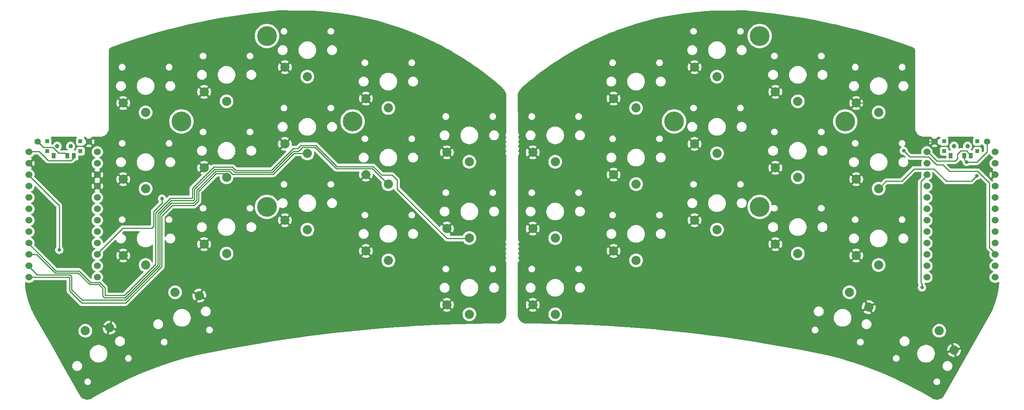
<source format=gbl>
%TF.GenerationSoftware,KiCad,Pcbnew,8.0.8*%
%TF.CreationDate,2025-01-26T12:25:47-05:00*%
%TF.ProjectId,sweepv2.1,73776565-7076-4322-9e31-2e6b69636164,rev?*%
%TF.SameCoordinates,Original*%
%TF.FileFunction,Copper,L2,Bot*%
%TF.FilePolarity,Positive*%
%FSLAX46Y46*%
G04 Gerber Fmt 4.6, Leading zero omitted, Abs format (unit mm)*
G04 Created by KiCad (PCBNEW 8.0.8) date 2025-01-26 12:25:47*
%MOMM*%
%LPD*%
G01*
G04 APERTURE LIST*
%TA.AperFunction,ComponentPad*%
%ADD10C,1.524000*%
%TD*%
%TA.AperFunction,ComponentPad*%
%ADD11C,2.032000*%
%TD*%
%TA.AperFunction,ComponentPad*%
%ADD12C,4.400000*%
%TD*%
%TA.AperFunction,ComponentPad*%
%ADD13C,1.397000*%
%TD*%
%TA.AperFunction,WasherPad*%
%ADD14C,1.000000*%
%TD*%
%TA.AperFunction,SMDPad,CuDef*%
%ADD15R,0.900000X0.900000*%
%TD*%
%TA.AperFunction,SMDPad,CuDef*%
%ADD16R,0.900000X1.250000*%
%TD*%
%TA.AperFunction,ViaPad*%
%ADD17C,0.800000*%
%TD*%
%TA.AperFunction,Conductor*%
%ADD18C,0.250000*%
%TD*%
G04 APERTURE END LIST*
D10*
%TO.P,U1,1*%
%TO.N,Switch10*%
X237789400Y-53086000D03*
%TO.P,U1,2*%
%TO.N,Switch18*%
X237789400Y-55626000D03*
%TO.P,U1,3*%
%TO.N,gnd*%
X237789400Y-58166000D03*
%TO.P,U1,4*%
X237789400Y-60706000D03*
%TO.P,U1,5*%
%TO.N,Switch11*%
X237789400Y-63246000D03*
%TO.P,U1,6*%
%TO.N,Switch12*%
X237789400Y-65786000D03*
%TO.P,U1,7*%
%TO.N,Switch13*%
X237789400Y-68326000D03*
%TO.P,U1,8*%
%TO.N,Switch14*%
X237789400Y-70866000D03*
%TO.P,U1,9*%
%TO.N,Switch15*%
X237789400Y-73406000D03*
%TO.P,U1,10*%
%TO.N,Switch1*%
X237789400Y-75946000D03*
%TO.P,U1,11*%
%TO.N,Switch16*%
X237789400Y-78486000D03*
%TO.P,U1,12*%
%TO.N,Switch17*%
X237789400Y-81026000D03*
%TO.P,U1,13*%
%TO.N,Switch9*%
X222569400Y-81026000D03*
%TO.P,U1,14*%
%TO.N,Switch8*%
X222569400Y-78486000D03*
%TO.P,U1,15*%
%TO.N,Switch7*%
X222569400Y-75946000D03*
%TO.P,U1,16*%
%TO.N,Switch6*%
X222569400Y-73406000D03*
%TO.P,U1,17*%
%TO.N,Switch2*%
X222569400Y-70866000D03*
%TO.P,U1,18*%
%TO.N,Switch3*%
X222569400Y-68326000D03*
%TO.P,U1,19*%
%TO.N,Switch4*%
X222569400Y-65786000D03*
%TO.P,U1,20*%
%TO.N,Switch5*%
X222569400Y-63246000D03*
%TO.P,U1,21*%
%TO.N,vcc*%
X222569400Y-60706000D03*
%TO.P,U1,22*%
%TO.N,reset*%
X222569400Y-58166000D03*
%TO.P,U1,23*%
%TO.N,gnd*%
X222569400Y-55626000D03*
%TO.P,U1,24*%
%TO.N,raw*%
X222569400Y-53086000D03*
%TD*%
D11*
%TO.P,SW16,1*%
%TO.N,Switch13*%
X175856000Y-70416000D03*
%TO.P,SW16,2*%
%TO.N,gnd*%
X170856000Y-68316000D03*
%TD*%
%TO.P,SW20,1*%
%TO.N,Switch17*%
X225336000Y-92972450D03*
%TO.P,SW20,2*%
%TO.N,gnd*%
X228616127Y-97291103D03*
%TD*%
%TO.P,SW15,1*%
%TO.N,Switch12*%
X157856000Y-77274000D03*
%TO.P,SW15,2*%
%TO.N,gnd*%
X152856000Y-75174000D03*
%TD*%
%TO.P,SW21,1*%
%TO.N,Switch16*%
X205353032Y-84383038D03*
%TO.P,SW21,2*%
%TO.N,gnd*%
X209639142Y-87705577D03*
%TD*%
%TO.P,SW17,1*%
%TO.N,Switch14*%
X193856000Y-75750000D03*
%TO.P,SW17,2*%
%TO.N,gnd*%
X188856000Y-73650000D03*
%TD*%
%TO.P,SW18,1*%
%TO.N,Switch15*%
X211836000Y-78290000D03*
%TO.P,SW18,2*%
%TO.N,gnd*%
X206836000Y-76190000D03*
%TD*%
%TO.P,SW4,1*%
%TO.N,Switch3*%
X175856000Y-36282000D03*
%TO.P,SW4,2*%
%TO.N,gnd*%
X170856000Y-34182000D03*
%TD*%
%TO.P,SW3,1*%
%TO.N,Switch2*%
X157856000Y-43282000D03*
%TO.P,SW3,2*%
%TO.N,gnd*%
X152856000Y-41182000D03*
%TD*%
%TO.P,SW9,1*%
%TO.N,Switch7*%
X157856000Y-60256000D03*
%TO.P,SW9,2*%
%TO.N,gnd*%
X152856000Y-58156000D03*
%TD*%
%TO.P,SW14,1*%
%TO.N,Switch11*%
X139856000Y-89282000D03*
%TO.P,SW14,2*%
%TO.N,gnd*%
X134856000Y-87182000D03*
%TD*%
%TO.P,SW12,1*%
%TO.N,Switch10*%
X211836000Y-61272000D03*
%TO.P,SW12,2*%
%TO.N,gnd*%
X206836000Y-59172000D03*
%TD*%
%TO.P,SW11,1*%
%TO.N,Switch9*%
X193856000Y-58732000D03*
%TO.P,SW11,2*%
%TO.N,gnd*%
X188856000Y-56632000D03*
%TD*%
%TO.P,SW8,1*%
%TO.N,Switch6*%
X139856000Y-72282000D03*
%TO.P,SW8,2*%
%TO.N,gnd*%
X134856000Y-70182000D03*
%TD*%
%TO.P,SW6,1*%
%TO.N,Switch5*%
X211856000Y-44282000D03*
%TO.P,SW6,2*%
%TO.N,gnd*%
X206856000Y-42182000D03*
%TD*%
%TO.P,SW5,1*%
%TO.N,Switch4*%
X193856000Y-41782000D03*
%TO.P,SW5,2*%
%TO.N,gnd*%
X188856000Y-39682000D03*
%TD*%
%TO.P,SW2,1*%
%TO.N,Switch1*%
X139856000Y-55282000D03*
%TO.P,SW2,2*%
%TO.N,gnd*%
X134856000Y-53182000D03*
%TD*%
%TO.P,SW10,1*%
%TO.N,Switch8*%
X175856000Y-53398000D03*
%TO.P,SW10,2*%
%TO.N,gnd*%
X170856000Y-51298000D03*
%TD*%
D12*
%TO.P,REF\u002A\u002A,1*%
%TO.N,N/C*%
X166306000Y-46282000D03*
X185356000Y-27232000D03*
X185356000Y-65332000D03*
X204406000Y-46282000D03*
%TD*%
D13*
%TO.P,Bat+r1,1,1*%
%TO.N,BT+_r*%
X235966000Y-50800000D03*
%TD*%
%TO.P,BatGND1,1,1*%
%TO.N,gnd*%
X224282000Y-50800000D03*
%TD*%
D10*
%TO.P,U2,1*%
%TO.N,Switch10_r*%
X37937400Y-53086000D03*
%TO.P,U2,2*%
%TO.N,Switch18_r*%
X37937400Y-55626000D03*
%TO.P,U2,3*%
%TO.N,gnd*%
X37937400Y-58166000D03*
%TO.P,U2,4*%
X37937400Y-60706000D03*
%TO.P,U2,5*%
%TO.N,Switch11_r*%
X37937400Y-63246000D03*
%TO.P,U2,6*%
%TO.N,Switch12_r*%
X37937400Y-65786000D03*
%TO.P,U2,7*%
%TO.N,Switch13_r*%
X37937400Y-68326000D03*
%TO.P,U2,8*%
%TO.N,Switch14_r*%
X37937400Y-70866000D03*
%TO.P,U2,9*%
%TO.N,Switch15_r*%
X37937400Y-73406000D03*
%TO.P,U2,10*%
%TO.N,Switch1_r*%
X37937400Y-75946000D03*
%TO.P,U2,11*%
%TO.N,Switch16_r*%
X37937400Y-78486000D03*
%TO.P,U2,12*%
%TO.N,Switch17_r*%
X37937400Y-81026000D03*
%TO.P,U2,13*%
%TO.N,Switch9_r*%
X22717400Y-81026000D03*
%TO.P,U2,14*%
%TO.N,Switch8_r*%
X22717400Y-78486000D03*
%TO.P,U2,15*%
%TO.N,Switch7_r*%
X22717400Y-75946000D03*
%TO.P,U2,16*%
%TO.N,Switch6_r*%
X22717400Y-73406000D03*
%TO.P,U2,17*%
%TO.N,Switch2_r*%
X22717400Y-70866000D03*
%TO.P,U2,18*%
%TO.N,Switch3_r*%
X22717400Y-68326000D03*
%TO.P,U2,19*%
%TO.N,Switch4_r*%
X22717400Y-65786000D03*
%TO.P,U2,20*%
%TO.N,Switch5_r*%
X22717400Y-63246000D03*
%TO.P,U2,21*%
%TO.N,vcc*%
X22717400Y-60706000D03*
%TO.P,U2,22*%
%TO.N,reset_r*%
X22717400Y-58166000D03*
%TO.P,U2,23*%
%TO.N,gnd*%
X22717400Y-55626000D03*
%TO.P,U2,24*%
%TO.N,raw*%
X22717400Y-53086000D03*
%TD*%
D11*
%TO.P,SW17_r1,1*%
%TO.N,Switch15_r*%
X48686000Y-78290000D03*
%TO.P,SW17_r1,2*%
%TO.N,gnd*%
X43686000Y-76190000D03*
%TD*%
%TO.P,SW11_r1,1*%
%TO.N,Switch9_r*%
X66700000Y-58732000D03*
%TO.P,SW11_r1,2*%
%TO.N,gnd*%
X61700000Y-56632000D03*
%TD*%
%TO.P,SW15_r1,1*%
%TO.N,Switch13_r*%
X84688000Y-70416000D03*
%TO.P,SW15_r1,2*%
%TO.N,gnd*%
X79688000Y-68316000D03*
%TD*%
%TO.P,SW18_r1,1*%
%TO.N,Switch12_r*%
X102714000Y-77274000D03*
%TO.P,SW18_r1,2*%
%TO.N,gnd*%
X97714000Y-75174000D03*
%TD*%
%TO.P,SW6_r1,1*%
%TO.N,Switch5_r*%
X48686000Y-44282000D03*
%TO.P,SW6_r1,2*%
%TO.N,gnd*%
X43686000Y-42182000D03*
%TD*%
%TO.P,SW5_r1,1*%
%TO.N,Switch4_r*%
X66700000Y-41782000D03*
%TO.P,SW5_r1,2*%
%TO.N,gnd*%
X61700000Y-39682000D03*
%TD*%
%TO.P,SW2_r1,1*%
%TO.N,Switch1_r*%
X120732000Y-55282000D03*
%TO.P,SW2_r1,2*%
%TO.N,gnd*%
X115732000Y-53182000D03*
%TD*%
%TO.P,SW16_r1,1*%
%TO.N,Switch14_r*%
X66700000Y-75750000D03*
%TO.P,SW16_r1,2*%
%TO.N,gnd*%
X61700000Y-73650000D03*
%TD*%
%TO.P,SW4_r1,1*%
%TO.N,Switch3_r*%
X84688000Y-36282000D03*
%TO.P,SW4_r1,2*%
%TO.N,gnd*%
X79688000Y-34182000D03*
%TD*%
%TO.P,SW13_r1,1*%
%TO.N,Switch11_r*%
X120732000Y-89282000D03*
%TO.P,SW13_r1,2*%
%TO.N,gnd*%
X115732000Y-87182000D03*
%TD*%
%TO.P,SW12_r1,1*%
%TO.N,Switch10_r*%
X48686000Y-61272000D03*
%TO.P,SW12_r1,2*%
%TO.N,gnd*%
X43686000Y-59172000D03*
%TD*%
%TO.P,SW3_r1,1*%
%TO.N,Switch2_r*%
X102714000Y-43282000D03*
%TO.P,SW3_r1,2*%
%TO.N,gnd*%
X97714000Y-41182000D03*
%TD*%
%TO.P,SW8_r1,1*%
%TO.N,Switch7_r*%
X102714000Y-60256000D03*
%TO.P,SW8_r1,2*%
%TO.N,gnd*%
X97714000Y-58156000D03*
%TD*%
%TO.P,SW21_r1,1*%
%TO.N,Switch16_r*%
X55250968Y-84383038D03*
%TO.P,SW21_r1,2*%
%TO.N,gnd*%
X60624117Y-85117387D03*
%TD*%
%TO.P,SW9_r1,1*%
%TO.N,Switch8_r*%
X84688000Y-53398000D03*
%TO.P,SW9_r1,2*%
%TO.N,gnd*%
X79688000Y-51298000D03*
%TD*%
%TO.P,SW20_r1,1*%
%TO.N,Switch17_r*%
X35268000Y-92972450D03*
%TO.P,SW20_r1,2*%
%TO.N,gnd*%
X40648127Y-92291103D03*
%TD*%
%TO.P,SW7_r1,1*%
%TO.N,Switch6_r*%
X120732000Y-72282000D03*
%TO.P,SW7_r1,2*%
%TO.N,gnd*%
X115732000Y-70182000D03*
%TD*%
D12*
%TO.P,REF\u002A\u002A,1*%
%TO.N,N/C*%
X56642000Y-46282000D03*
X75692000Y-27232000D03*
X75692000Y-65332000D03*
X94742000Y-46282000D03*
%TD*%
D13*
%TO.P,BatGND4,1,1*%
%TO.N,gnd*%
X36068000Y-50800000D03*
%TD*%
%TO.P,Bat+1,1,1*%
%TO.N,BT+*%
X24638000Y-50800000D03*
%TD*%
D14*
%TO.P,SW_POWERR1,*%
%TO.N,*%
X231624000Y-51816000D03*
X228624000Y-51816000D03*
D15*
%TO.P,SW_POWERR1,0*%
%TO.N,N/C*%
X233824000Y-52916000D03*
X233824000Y-50716000D03*
X226424000Y-52916000D03*
X226424000Y-50716000D03*
D16*
%TO.P,SW_POWERR1,1,A*%
%TO.N,unconnected-(SW_POWERR1-A-Pad1)*%
X227874000Y-53891000D03*
%TO.P,SW_POWERR1,2,B*%
%TO.N,BT+_r*%
X230874000Y-53891000D03*
%TO.P,SW_POWERR1,3,C*%
%TO.N,raw*%
X232374000Y-53891000D03*
%TD*%
D14*
%TO.P,SW_POWER1,*%
%TO.N,*%
X31980000Y-51816000D03*
X28980000Y-51816000D03*
D15*
%TO.P,SW_POWER1,0*%
%TO.N,N/C*%
X34180000Y-52916000D03*
X34180000Y-50716000D03*
X26780000Y-52916000D03*
X26780000Y-50716000D03*
D16*
%TO.P,SW_POWER1,1,A*%
%TO.N,unconnected-(SW_POWER1-A-Pad1)*%
X28230000Y-53891000D03*
%TO.P,SW_POWER1,2,B*%
%TO.N,BT+*%
X31230000Y-53891000D03*
%TO.P,SW_POWER1,3,C*%
%TO.N,raw*%
X32730000Y-53891000D03*
%TD*%
D17*
%TO.N,gnd*%
X216500000Y-58000000D03*
X217500000Y-61500000D03*
X225500000Y-79500000D03*
X233500000Y-60500000D03*
X225500000Y-60500000D03*
X236000000Y-56500000D03*
X230000000Y-56000000D03*
X224282000Y-84328000D03*
%TO.N,reset*%
X221488000Y-83312000D03*
%TO.N,Switch1*%
X217424000Y-52832000D03*
%TO.N,Switch10*%
X233680000Y-58420000D03*
%TO.N,BT+_r*%
X231437000Y-55329000D03*
%TO.N,reset_r*%
X29464000Y-74930000D03*
%TO.N,Switch1_r*%
X52324000Y-63500000D03*
%TD*%
D18*
%TO.N,Switch1*%
X237989400Y-75946000D02*
X236469700Y-74426300D01*
X236469700Y-74426300D02*
X236469700Y-59969700D01*
X222925163Y-54173001D02*
X218765001Y-54173001D01*
X236469700Y-59969700D02*
X233899700Y-57399700D01*
X227579700Y-57399700D02*
X226138919Y-55958919D01*
X233899700Y-57399700D02*
X227579700Y-57399700D01*
X226138919Y-55958919D02*
X224711081Y-55958919D01*
X224711081Y-55958919D02*
X222925163Y-54173001D01*
X218765001Y-54173001D02*
X217424000Y-52832000D01*
%TO.N,raw*%
X22517400Y-53086000D02*
X22603400Y-53000000D01*
X22603400Y-53000000D02*
X25000000Y-53000000D01*
X25000000Y-53000000D02*
X27000000Y-55000000D01*
X27000000Y-55000000D02*
X32122000Y-55000000D01*
X32122000Y-55000000D02*
X32730000Y-54392000D01*
X32730000Y-54392000D02*
X32730000Y-53891000D01*
%TO.N,BT+*%
X25908000Y-52070000D02*
X28003638Y-52070000D01*
X24638000Y-50800000D02*
X25908000Y-52070000D01*
X28003638Y-52070000D02*
X29273638Y-53340000D01*
X30679000Y-53340000D02*
X31230000Y-53891000D01*
X29273638Y-53340000D02*
X30679000Y-53340000D01*
%TO.N,gnd*%
X213159159Y-42182000D02*
X206856000Y-42182000D01*
X221777159Y-50800000D02*
X213159159Y-42182000D01*
X224282000Y-50800000D02*
X221777159Y-50800000D01*
%TO.N,reset*%
X221488000Y-82550000D02*
X221234000Y-82296000D01*
X221488000Y-83312000D02*
X221488000Y-82550000D01*
X221234000Y-59701400D02*
X221234000Y-82296000D01*
X222769400Y-58166000D02*
X221234000Y-59701400D01*
%TO.N,Switch10*%
X232481001Y-59618999D02*
X233680000Y-58420000D01*
X233680000Y-58420000D02*
X233680000Y-58420000D01*
X211836000Y-61272000D02*
X213489001Y-59618999D01*
X219710000Y-56896000D02*
X224170002Y-56896000D01*
X216987001Y-59618999D02*
X219710000Y-56896000D01*
X226893001Y-59618999D02*
X232481001Y-59618999D01*
X224170002Y-56896000D02*
X226893001Y-59618999D01*
X213489001Y-59618999D02*
X216987001Y-59618999D01*
%TO.N,raw*%
X232374000Y-53891000D02*
X231649000Y-53166000D01*
X229374499Y-54597501D02*
X228854000Y-55118000D01*
X228854000Y-55118000D02*
X224801400Y-55118000D01*
X230136499Y-52832000D02*
X229374499Y-53594000D01*
X224801400Y-55118000D02*
X222769400Y-53086000D01*
X231649000Y-53087000D02*
X231394000Y-52832000D01*
X231394000Y-52832000D02*
X230136499Y-52832000D01*
X229374499Y-53594000D02*
X229374499Y-54597501D01*
X231649000Y-53166000D02*
X231649000Y-53087000D01*
%TO.N,BT+_r*%
X231480000Y-55372000D02*
X231437000Y-55329000D01*
X230874000Y-54766000D02*
X230874000Y-53891000D01*
X235966000Y-53086000D02*
X233680000Y-55372000D01*
X233680000Y-55372000D02*
X231480000Y-55372000D01*
X235966000Y-50800000D02*
X235966000Y-53086000D01*
X231437000Y-55329000D02*
X230874000Y-54766000D01*
%TO.N,reset_r*%
X29464000Y-74930000D02*
X29464000Y-74930000D01*
X29464000Y-65112600D02*
X29464000Y-74930000D01*
X22517400Y-58166000D02*
X29464000Y-65112600D01*
%TO.N,Switch9_r*%
X64390410Y-57912000D02*
X65882000Y-57912000D01*
X54610000Y-65024000D02*
X59438818Y-65024000D01*
X22517400Y-81026000D02*
X31750000Y-81026000D01*
X31750000Y-84064390D02*
X34462611Y-86777001D01*
X59438818Y-65024000D02*
X60454709Y-64008109D01*
X44174911Y-86777001D02*
X52278362Y-78673550D01*
X60454710Y-61847700D02*
X64390410Y-57912000D01*
X31750000Y-81026000D02*
X31750000Y-84064390D01*
X65882000Y-57912000D02*
X66702000Y-58732000D01*
X34462611Y-86777001D02*
X44174911Y-86777001D01*
X52278362Y-78673550D02*
X52278362Y-67355638D01*
X52278362Y-67355638D02*
X54610000Y-65024000D01*
X60454709Y-64008109D02*
X60454710Y-61847700D01*
%TO.N,Switch1_r*%
X50478324Y-69663676D02*
X50478324Y-66361676D01*
X43688000Y-70104000D02*
X50038000Y-70104000D01*
X50038000Y-70104000D02*
X50478324Y-69663676D01*
X52324000Y-64516000D02*
X52324000Y-63500000D01*
X41601700Y-72081700D02*
X37737400Y-75946000D01*
X50478324Y-66361676D02*
X52324000Y-64516000D01*
X43579400Y-70104000D02*
X41601700Y-72081700D01*
X41910000Y-71773400D02*
X41601700Y-72081700D01*
X43688000Y-70104000D02*
X43579400Y-70104000D01*
%TO.N,Switch6_r*%
X101254205Y-58257795D02*
X99361399Y-56364989D01*
X43952682Y-85090000D02*
X39624000Y-85090000D01*
X91291399Y-56364989D02*
X86533399Y-51606989D01*
X39624000Y-83367766D02*
X39624000Y-85090000D01*
X86533399Y-51606989D02*
X83267011Y-51606989D01*
X68746709Y-57188299D02*
X68029946Y-56471536D01*
X63847146Y-56471536D02*
X59104682Y-61214000D01*
X28742401Y-79631001D02*
X22517400Y-73406000D01*
X115765318Y-72390000D02*
X104618659Y-61243341D01*
X33855237Y-79631003D02*
X28742401Y-79631001D01*
X99361399Y-56364989D02*
X91291399Y-56364989D01*
X54179318Y-63422682D02*
X50928334Y-66673666D01*
X68029946Y-56471536D02*
X63847146Y-56471536D01*
X50928334Y-66673666D02*
X50928334Y-78114348D01*
X36421117Y-82196883D02*
X33855237Y-79631003D01*
X36421117Y-82196883D02*
X38453117Y-82196883D01*
X59104682Y-61214000D02*
X59104682Y-63422682D01*
X104648000Y-59365590D02*
X104648000Y-61214000D01*
X59104682Y-63422682D02*
X54179318Y-63422682D01*
X101254205Y-58257795D02*
X103540205Y-58257795D01*
X76669701Y-57188299D02*
X68746709Y-57188299D01*
X120650000Y-72390000D02*
X115765318Y-72390000D01*
X50928334Y-78114348D02*
X43952682Y-85090000D01*
X104648000Y-61214000D02*
X104618659Y-61243341D01*
X103540205Y-58257795D02*
X104648000Y-59365590D01*
X38453117Y-82196883D02*
X39624000Y-83367766D01*
X83267011Y-51606989D02*
X82550000Y-52324000D01*
X81534000Y-52324000D02*
X76669701Y-57188299D01*
X82550000Y-52324000D02*
X81534000Y-52324000D01*
%TO.N,Switch7_r*%
X51378343Y-66860067D02*
X54365718Y-63872692D01*
X81546420Y-52947990D02*
X81217205Y-53277205D01*
X81217205Y-53277205D02*
X77090410Y-57404000D01*
X39173990Y-83554166D02*
X39173990Y-85276400D01*
X59554692Y-61400400D02*
X64033546Y-56921546D01*
X59528465Y-63635309D02*
X59554691Y-63635309D01*
X64033546Y-56921546D02*
X67843546Y-56921546D01*
X99174999Y-56814999D02*
X91104999Y-56814999D01*
X91104999Y-56814999D02*
X86346999Y-52056999D01*
X83579001Y-52056999D02*
X82688010Y-52947990D01*
X102616000Y-60256000D02*
X99174999Y-56814999D01*
X86346999Y-52056999D02*
X83579001Y-52056999D01*
X68560309Y-57638309D02*
X76856101Y-57638309D01*
X28556001Y-80081011D02*
X33668836Y-80081012D01*
X43965112Y-85598000D02*
X44023102Y-85655990D01*
X44023102Y-85655990D02*
X51378343Y-78300749D01*
X39495590Y-85598000D02*
X43965112Y-85598000D01*
X36234717Y-82646893D02*
X38266717Y-82646893D01*
X22517400Y-75946000D02*
X24420990Y-75946000D01*
X59554691Y-63635309D02*
X59554692Y-61400400D01*
X82688010Y-52947990D02*
X81546420Y-52947990D01*
X39173990Y-85276400D02*
X39495590Y-85598000D01*
X51378343Y-78300749D02*
X51378343Y-66860067D01*
X54365718Y-63872692D02*
X59291082Y-63872692D01*
X33668836Y-80081012D02*
X36234717Y-82646893D01*
X38266717Y-82646893D02*
X39173990Y-83554166D01*
X24420990Y-75946000D02*
X28556001Y-80081011D01*
X59291082Y-63872692D02*
X59528465Y-63635309D01*
X67843546Y-56921546D02*
X68560309Y-57638309D01*
X76856101Y-57638309D02*
X77280205Y-57214205D01*
%TO.N,Switch8_r*%
X32200010Y-80839600D02*
X32200010Y-83877990D01*
X68043001Y-58088319D02*
X77042501Y-58088319D01*
X32315990Y-83877990D02*
X34544001Y-86105999D01*
X60004700Y-63821708D02*
X60004701Y-61661299D01*
X64275001Y-57390999D02*
X67345681Y-57390999D01*
X32200010Y-83877990D02*
X32315990Y-83877990D01*
X31891431Y-80531021D02*
X32200010Y-80839600D01*
X22517400Y-78486000D02*
X24562421Y-80531021D01*
X51828352Y-78487150D02*
X51828352Y-67046468D01*
X24562421Y-80531021D02*
X31891431Y-80531021D01*
X51828352Y-67046468D02*
X54358820Y-64516000D01*
X60004701Y-61661299D02*
X64275001Y-57390999D01*
X34544001Y-86105999D02*
X44209503Y-86105999D01*
X67345681Y-57390999D02*
X68043001Y-58088319D01*
X77042501Y-58088319D02*
X81732820Y-53398000D01*
X54358820Y-64516000D02*
X59310408Y-64516000D01*
X44209503Y-86105999D02*
X51828352Y-78487150D01*
X81732820Y-53398000D02*
X84836000Y-53398000D01*
X59310408Y-64516000D02*
X60004700Y-63821708D01*
%TD*%
%TA.AperFunction,Conductor*%
%TO.N,gnd*%
G36*
X182072421Y-21528707D02*
G01*
X184320166Y-21733618D01*
X184322063Y-21733807D01*
X186572031Y-21974655D01*
X186573887Y-21974868D01*
X188819988Y-22251097D01*
X188821728Y-22251325D01*
X191063096Y-22562829D01*
X191064956Y-22563102D01*
X193301175Y-22909822D01*
X193302947Y-22910111D01*
X195533359Y-23291942D01*
X195535264Y-23292283D01*
X197759520Y-23709169D01*
X197761310Y-23709520D01*
X199978593Y-24161306D01*
X199980496Y-24161710D01*
X201959168Y-24597397D01*
X202190344Y-24648300D01*
X202192274Y-24648740D01*
X204394278Y-25170044D01*
X204396123Y-25170497D01*
X206589670Y-25726370D01*
X206591470Y-25726841D01*
X208775996Y-26317142D01*
X208777827Y-26317652D01*
X210952795Y-26942234D01*
X210954649Y-26942783D01*
X213119503Y-27601487D01*
X213121237Y-27602029D01*
X215275586Y-28294738D01*
X215277378Y-28295330D01*
X217420412Y-29021783D01*
X217422283Y-29022433D01*
X219516110Y-29769121D01*
X219541920Y-29778325D01*
X219563143Y-29788201D01*
X219591459Y-29804740D01*
X219660605Y-29845125D01*
X219679954Y-29859037D01*
X219765162Y-29933485D01*
X219781537Y-29950786D01*
X219851194Y-30039948D01*
X219864026Y-30060036D01*
X219915636Y-30160712D01*
X219924456Y-30182861D01*
X219956179Y-30291458D01*
X219960669Y-30314871D01*
X219971979Y-30433920D01*
X219972544Y-30445837D01*
X219972501Y-47737978D01*
X219971759Y-47743261D01*
X219972424Y-47762237D01*
X219972501Y-47766644D01*
X219972501Y-47792706D01*
X219973703Y-47798235D01*
X219977190Y-47896151D01*
X219977190Y-47896156D01*
X219977191Y-47896158D01*
X219981277Y-47920786D01*
X220020191Y-48155316D01*
X220020193Y-48155323D01*
X220096280Y-48406740D01*
X220096287Y-48406760D01*
X220204195Y-48646263D01*
X220204199Y-48646269D01*
X220342119Y-48869838D01*
X220342121Y-48869840D01*
X220342122Y-48869842D01*
X220507753Y-49073747D01*
X220698319Y-49254567D01*
X220767750Y-49305160D01*
X220910625Y-49409271D01*
X220910627Y-49409272D01*
X220910631Y-49409275D01*
X221141137Y-49535283D01*
X221385979Y-49630484D01*
X221641062Y-49693283D01*
X221641064Y-49693283D01*
X221641074Y-49693285D01*
X221902107Y-49722630D01*
X221902109Y-49722630D01*
X221902117Y-49722631D01*
X221902123Y-49722630D01*
X221902125Y-49722631D01*
X221920240Y-49722324D01*
X222032253Y-49720433D01*
X222034162Y-49720416D01*
X223509146Y-49720146D01*
X223577266Y-49740135D01*
X223598260Y-49757050D01*
X224234810Y-50393600D01*
X224228496Y-50393600D01*
X224125135Y-50421295D01*
X224032464Y-50474799D01*
X223956799Y-50550464D01*
X223903295Y-50643135D01*
X223875600Y-50746496D01*
X223875600Y-50752810D01*
X223266064Y-50143274D01*
X223266062Y-50143274D01*
X223251820Y-50162133D01*
X223152152Y-50362295D01*
X223152149Y-50362303D01*
X223090962Y-50577352D01*
X223070331Y-50800000D01*
X223090962Y-51022647D01*
X223152149Y-51237696D01*
X223152152Y-51237704D01*
X223251819Y-51437863D01*
X223266062Y-51456724D01*
X223266063Y-51456725D01*
X223875600Y-50847188D01*
X223875600Y-50853504D01*
X223903295Y-50956865D01*
X223956799Y-51049536D01*
X224032464Y-51125201D01*
X224125135Y-51178705D01*
X224228496Y-51206400D01*
X224234809Y-51206400D01*
X223627443Y-51813765D01*
X223741904Y-51884637D01*
X223741913Y-51884641D01*
X223950409Y-51965413D01*
X224170204Y-52006500D01*
X224393796Y-52006500D01*
X224613590Y-51965413D01*
X224822088Y-51884640D01*
X224822092Y-51884638D01*
X224936554Y-51813765D01*
X224329190Y-51206400D01*
X224335504Y-51206400D01*
X224438865Y-51178705D01*
X224531536Y-51125201D01*
X224607201Y-51049536D01*
X224660705Y-50956865D01*
X224688400Y-50853504D01*
X224688400Y-50847189D01*
X225297935Y-51456725D01*
X225297936Y-51456724D01*
X225312178Y-51437866D01*
X225312975Y-51436267D01*
X225313561Y-51435634D01*
X225315249Y-51432909D01*
X225315782Y-51433239D01*
X225361242Y-51384201D01*
X225429995Y-51366495D01*
X225497407Y-51388770D01*
X225526637Y-51416915D01*
X225610738Y-51529261D01*
X225727792Y-51616887D01*
X225727794Y-51616888D01*
X225727796Y-51616889D01*
X225786875Y-51638924D01*
X225864795Y-51667988D01*
X225864803Y-51667990D01*
X225925350Y-51674499D01*
X225925355Y-51674499D01*
X225925362Y-51674500D01*
X225925368Y-51674500D01*
X226922632Y-51674500D01*
X226922638Y-51674500D01*
X226922645Y-51674499D01*
X226922649Y-51674499D01*
X226983196Y-51667990D01*
X226983199Y-51667989D01*
X226983201Y-51667989D01*
X227120204Y-51616889D01*
X227122314Y-51615310D01*
X227237261Y-51529261D01*
X227324887Y-51412207D01*
X227324887Y-51412206D01*
X227324889Y-51412204D01*
X227375989Y-51275201D01*
X227378377Y-51252996D01*
X227382499Y-51214649D01*
X227382500Y-51214632D01*
X227382500Y-50217367D01*
X227382499Y-50217350D01*
X227375990Y-50156803D01*
X227375988Y-50156795D01*
X227337371Y-50053261D01*
X227324889Y-50019796D01*
X227324887Y-50019793D01*
X227324887Y-50019792D01*
X227250893Y-49920949D01*
X227226082Y-49854429D01*
X227241173Y-49785055D01*
X227291375Y-49734853D01*
X227351733Y-49719441D01*
X232896978Y-49718423D01*
X232965100Y-49738413D01*
X233011603Y-49792060D01*
X233021720Y-49862332D01*
X232997867Y-49919932D01*
X232923113Y-50019792D01*
X232923110Y-50019797D01*
X232872011Y-50156795D01*
X232872009Y-50156803D01*
X232865500Y-50217350D01*
X232865500Y-51214649D01*
X232872009Y-51275196D01*
X232872011Y-51275204D01*
X232923110Y-51412202D01*
X232923112Y-51412207D01*
X233010738Y-51529261D01*
X233127792Y-51616887D01*
X233127794Y-51616888D01*
X233127796Y-51616889D01*
X233186875Y-51638924D01*
X233264795Y-51667988D01*
X233264803Y-51667990D01*
X233325350Y-51674499D01*
X233325355Y-51674499D01*
X233325362Y-51674500D01*
X233325368Y-51674500D01*
X234322632Y-51674500D01*
X234322638Y-51674500D01*
X234322645Y-51674499D01*
X234322649Y-51674499D01*
X234383196Y-51667990D01*
X234383199Y-51667989D01*
X234383201Y-51667989D01*
X234520204Y-51616889D01*
X234522314Y-51615310D01*
X234590206Y-51564486D01*
X234637261Y-51529261D01*
X234722043Y-51416005D01*
X234778877Y-51373460D01*
X234849693Y-51368394D01*
X234912005Y-51402419D01*
X234926123Y-51419244D01*
X235006204Y-51533611D01*
X235037852Y-51578809D01*
X235187191Y-51728148D01*
X235278771Y-51792273D01*
X235323099Y-51847728D01*
X235332500Y-51895485D01*
X235332500Y-52771406D01*
X235312498Y-52839527D01*
X235295595Y-52860501D01*
X234997595Y-53158501D01*
X234935283Y-53192527D01*
X234864468Y-53187462D01*
X234807632Y-53144915D01*
X234782821Y-53078395D01*
X234782500Y-53069406D01*
X234782500Y-52417367D01*
X234782499Y-52417350D01*
X234775990Y-52356803D01*
X234775988Y-52356795D01*
X234743838Y-52270599D01*
X234724889Y-52219796D01*
X234724888Y-52219794D01*
X234724887Y-52219792D01*
X234637261Y-52102738D01*
X234520207Y-52015112D01*
X234520202Y-52015110D01*
X234383204Y-51964011D01*
X234383196Y-51964009D01*
X234322649Y-51957500D01*
X234322638Y-51957500D01*
X233325362Y-51957500D01*
X233325350Y-51957500D01*
X233264803Y-51964009D01*
X233264795Y-51964011D01*
X233127797Y-52015110D01*
X233127792Y-52015112D01*
X233010738Y-52102738D01*
X232923112Y-52219792D01*
X232923110Y-52219797D01*
X232872011Y-52356795D01*
X232872009Y-52356803D01*
X232865500Y-52417350D01*
X232865500Y-52631500D01*
X232845498Y-52699621D01*
X232791842Y-52746114D01*
X232739500Y-52757500D01*
X232418634Y-52757500D01*
X232350513Y-52737498D01*
X232304020Y-52683842D01*
X232293916Y-52613568D01*
X232323410Y-52548988D01*
X232338700Y-52534101D01*
X232340568Y-52532568D01*
X232466595Y-52379004D01*
X232560241Y-52203804D01*
X232617908Y-52013701D01*
X232618618Y-52006500D01*
X232637380Y-51816003D01*
X232637380Y-51815996D01*
X232617909Y-51618305D01*
X232617908Y-51618303D01*
X232617908Y-51618299D01*
X232560241Y-51428196D01*
X232466595Y-51252996D01*
X232340568Y-51099432D01*
X232187004Y-50973405D01*
X232011804Y-50879759D01*
X231821701Y-50822092D01*
X231821700Y-50822091D01*
X231821694Y-50822090D01*
X231624003Y-50802620D01*
X231623997Y-50802620D01*
X231426305Y-50822090D01*
X231236195Y-50879759D01*
X231060995Y-50973405D01*
X230907432Y-51099432D01*
X230781405Y-51252995D01*
X230687759Y-51428195D01*
X230630090Y-51618305D01*
X230610620Y-51815996D01*
X230610620Y-51816003D01*
X230630090Y-52013694D01*
X230630091Y-52013700D01*
X230630092Y-52013701D01*
X230636692Y-52035459D01*
X230636834Y-52035925D01*
X230637467Y-52106919D01*
X230599617Y-52166985D01*
X230535302Y-52197053D01*
X230516259Y-52198500D01*
X230074099Y-52198500D01*
X229951716Y-52222844D01*
X229951708Y-52222846D01*
X229917946Y-52236830D01*
X229917946Y-52236831D01*
X229909953Y-52240142D01*
X229836423Y-52270599D01*
X229836421Y-52270600D01*
X229757414Y-52323390D01*
X229689661Y-52344604D01*
X229621195Y-52325820D01*
X229573752Y-52273002D01*
X229562397Y-52202920D01*
X229566838Y-52182054D01*
X229617908Y-52013701D01*
X229617908Y-52013699D01*
X229617909Y-52013697D01*
X229637380Y-51816003D01*
X229637380Y-51815996D01*
X229617909Y-51618305D01*
X229617908Y-51618303D01*
X229617908Y-51618299D01*
X229560241Y-51428196D01*
X229466595Y-51252996D01*
X229340568Y-51099432D01*
X229187004Y-50973405D01*
X229011804Y-50879759D01*
X228821701Y-50822092D01*
X228821700Y-50822091D01*
X228821694Y-50822090D01*
X228624003Y-50802620D01*
X228623997Y-50802620D01*
X228426305Y-50822090D01*
X228236195Y-50879759D01*
X228060995Y-50973405D01*
X227907432Y-51099432D01*
X227781405Y-51252995D01*
X227687759Y-51428195D01*
X227630090Y-51618305D01*
X227610620Y-51815996D01*
X227610620Y-51816003D01*
X227630090Y-52013694D01*
X227630091Y-52013700D01*
X227630092Y-52013701D01*
X227687759Y-52203804D01*
X227781405Y-52379004D01*
X227907432Y-52532568D01*
X227909300Y-52534101D01*
X227910017Y-52535154D01*
X227911808Y-52536945D01*
X227911468Y-52537284D01*
X227949269Y-52592778D01*
X227951169Y-52663749D01*
X227914398Y-52724481D01*
X227850630Y-52755693D01*
X227829366Y-52757500D01*
X227508500Y-52757500D01*
X227440379Y-52737498D01*
X227393886Y-52683842D01*
X227382500Y-52631500D01*
X227382500Y-52417367D01*
X227382499Y-52417350D01*
X227375990Y-52356803D01*
X227375988Y-52356795D01*
X227343838Y-52270599D01*
X227324889Y-52219796D01*
X227324888Y-52219794D01*
X227324887Y-52219792D01*
X227237261Y-52102738D01*
X227120207Y-52015112D01*
X227120202Y-52015110D01*
X226983204Y-51964011D01*
X226983196Y-51964009D01*
X226922649Y-51957500D01*
X226922638Y-51957500D01*
X225925362Y-51957500D01*
X225925350Y-51957500D01*
X225864803Y-51964009D01*
X225864795Y-51964011D01*
X225727797Y-52015110D01*
X225727792Y-52015112D01*
X225610738Y-52102738D01*
X225523112Y-52219792D01*
X225523110Y-52219797D01*
X225472011Y-52356795D01*
X225472009Y-52356803D01*
X225465500Y-52417350D01*
X225465500Y-53414649D01*
X225472009Y-53475196D01*
X225472011Y-53475204D01*
X225523110Y-53612202D01*
X225523112Y-53612207D01*
X225610738Y-53729261D01*
X225727792Y-53816887D01*
X225727794Y-53816888D01*
X225727796Y-53816889D01*
X225786875Y-53838924D01*
X225864795Y-53867988D01*
X225864803Y-53867990D01*
X225925350Y-53874499D01*
X225925355Y-53874499D01*
X225925362Y-53874500D01*
X226789500Y-53874500D01*
X226857621Y-53894502D01*
X226904114Y-53948158D01*
X226915500Y-54000500D01*
X226915500Y-54358500D01*
X226895498Y-54426621D01*
X226841842Y-54473114D01*
X226789500Y-54484500D01*
X225115994Y-54484500D01*
X225047873Y-54464498D01*
X225026899Y-54447595D01*
X223871862Y-53292558D01*
X223837836Y-53230246D01*
X223835437Y-53192481D01*
X223844753Y-53086006D01*
X223844753Y-53086004D01*
X223844753Y-53086000D01*
X223825378Y-52864537D01*
X223767840Y-52649804D01*
X223673888Y-52448324D01*
X223546377Y-52266219D01*
X223389181Y-52109023D01*
X223389177Y-52109020D01*
X223389172Y-52109016D01*
X223207077Y-51981512D01*
X223207075Y-51981511D01*
X223005599Y-51887561D01*
X223005593Y-51887559D01*
X222935531Y-51868786D01*
X222790863Y-51830022D01*
X222569400Y-51810647D01*
X222347937Y-51830022D01*
X222233338Y-51860729D01*
X222133206Y-51887559D01*
X222133201Y-51887561D01*
X221931723Y-51981512D01*
X221749622Y-52109020D01*
X221749616Y-52109025D01*
X221592425Y-52266216D01*
X221592420Y-52266222D01*
X221464912Y-52448323D01*
X221370961Y-52649801D01*
X221370959Y-52649806D01*
X221355768Y-52706500D01*
X221313422Y-52864537D01*
X221294047Y-53086000D01*
X221308813Y-53254786D01*
X221313422Y-53307462D01*
X221333097Y-53380891D01*
X221331407Y-53451867D01*
X221291612Y-53510663D01*
X221226348Y-53538610D01*
X221211390Y-53539501D01*
X219079596Y-53539501D01*
X219011475Y-53519499D01*
X218990501Y-53502596D01*
X218371121Y-52883216D01*
X218337095Y-52820904D01*
X218334908Y-52807306D01*
X218317542Y-52642072D01*
X218258527Y-52460444D01*
X218163040Y-52295056D01*
X218163038Y-52295054D01*
X218163034Y-52295048D01*
X218035255Y-52153135D01*
X217880752Y-52040882D01*
X217706284Y-51963204D01*
X217614306Y-51943653D01*
X217551833Y-51909925D01*
X217517512Y-51847775D01*
X217522240Y-51776936D01*
X217551407Y-51731313D01*
X217635301Y-51647420D01*
X217716920Y-51525269D01*
X217773140Y-51389542D01*
X217801800Y-51245455D01*
X217801800Y-51098545D01*
X217773140Y-50954458D01*
X217716920Y-50818731D01*
X217635301Y-50696580D01*
X217635296Y-50696574D01*
X217531425Y-50592703D01*
X217531419Y-50592698D01*
X217468211Y-50550464D01*
X217409269Y-50511080D01*
X217273542Y-50454860D01*
X217232374Y-50446671D01*
X217129460Y-50426200D01*
X217129455Y-50426200D01*
X216982545Y-50426200D01*
X216982539Y-50426200D01*
X216872011Y-50448186D01*
X216838458Y-50454860D01*
X216838455Y-50454860D01*
X216838452Y-50454862D01*
X216702731Y-50511080D01*
X216580580Y-50592698D01*
X216580574Y-50592703D01*
X216476703Y-50696574D01*
X216476698Y-50696580D01*
X216395080Y-50818731D01*
X216338862Y-50954452D01*
X216338860Y-50954459D01*
X216310200Y-51098539D01*
X216310200Y-51245460D01*
X216330398Y-51346999D01*
X216338860Y-51389542D01*
X216395080Y-51525269D01*
X216430856Y-51578811D01*
X216476698Y-51647419D01*
X216476703Y-51647425D01*
X216580574Y-51751296D01*
X216580580Y-51751301D01*
X216702731Y-51832920D01*
X216830030Y-51885649D01*
X216844177Y-51891509D01*
X216843232Y-51893790D01*
X216893517Y-51926727D01*
X216922448Y-51991561D01*
X216911734Y-52061745D01*
X216871641Y-52110345D01*
X216812742Y-52153137D01*
X216684965Y-52295048D01*
X216684958Y-52295058D01*
X216596471Y-52448323D01*
X216589473Y-52460444D01*
X216576896Y-52499151D01*
X216530457Y-52642072D01*
X216510496Y-52832000D01*
X216530457Y-53021927D01*
X216552549Y-53089917D01*
X216589473Y-53203556D01*
X216612331Y-53243147D01*
X216684958Y-53368941D01*
X216684965Y-53368951D01*
X216812744Y-53510864D01*
X216854512Y-53541210D01*
X216967248Y-53623118D01*
X217141712Y-53700794D01*
X217328513Y-53740500D01*
X217384405Y-53740500D01*
X217452526Y-53760502D01*
X217473500Y-53777405D01*
X217815181Y-54119086D01*
X217849207Y-54181398D01*
X217844142Y-54252213D01*
X217801595Y-54309049D01*
X217735075Y-54333860D01*
X217687151Y-54328014D01*
X217593920Y-54297722D01*
X217593919Y-54297721D01*
X217562041Y-54292672D01*
X217422682Y-54270600D01*
X217249318Y-54270600D01*
X217078088Y-54297720D01*
X217078082Y-54297721D01*
X216913213Y-54351290D01*
X216913207Y-54351293D01*
X216758736Y-54430000D01*
X216618483Y-54531900D01*
X216495900Y-54654483D01*
X216394000Y-54794736D01*
X216315293Y-54949207D01*
X216315290Y-54949213D01*
X216261721Y-55114082D01*
X216261720Y-55114087D01*
X216261720Y-55114088D01*
X216234600Y-55285318D01*
X216234600Y-55458682D01*
X216261101Y-55626001D01*
X216261721Y-55629917D01*
X216311417Y-55782865D01*
X216315292Y-55794791D01*
X216374064Y-55910137D01*
X216394000Y-55949263D01*
X216495900Y-56089516D01*
X216618483Y-56212099D01*
X216660962Y-56242962D01*
X216758740Y-56314002D01*
X216913209Y-56392708D01*
X217078082Y-56446278D01*
X217078083Y-56446278D01*
X217078088Y-56446280D01*
X217249318Y-56473400D01*
X217249321Y-56473400D01*
X217422679Y-56473400D01*
X217422682Y-56473400D01*
X217593912Y-56446280D01*
X217758791Y-56392708D01*
X217913260Y-56314002D01*
X218053514Y-56212101D01*
X218176101Y-56089514D01*
X218278002Y-55949260D01*
X218356708Y-55794791D01*
X218410280Y-55629912D01*
X218437400Y-55458682D01*
X218437400Y-55285318D01*
X218410280Y-55114088D01*
X218356708Y-54949209D01*
X218344083Y-54924432D01*
X218330979Y-54854658D01*
X218357678Y-54788873D01*
X218415705Y-54747966D01*
X218486637Y-54744924D01*
X218504569Y-54750822D01*
X218580208Y-54782153D01*
X218580209Y-54782153D01*
X218580216Y-54782156D01*
X218702607Y-54806501D01*
X218827395Y-54806501D01*
X221352469Y-54806501D01*
X221420590Y-54826503D01*
X221467083Y-54880159D01*
X221477187Y-54950433D01*
X221466664Y-54985751D01*
X221371433Y-55189972D01*
X221371431Y-55189976D01*
X221313917Y-55404625D01*
X221294549Y-55626000D01*
X221313917Y-55847374D01*
X221371431Y-56062023D01*
X221371435Y-56062033D01*
X221381329Y-56083251D01*
X221391990Y-56153443D01*
X221363009Y-56218256D01*
X221303589Y-56257111D01*
X221267134Y-56262500D01*
X219647603Y-56262500D01*
X219595874Y-56272790D01*
X219525215Y-56286845D01*
X219525213Y-56286845D01*
X219525212Y-56286846D01*
X219459660Y-56313999D01*
X219429232Y-56326603D01*
X219409923Y-56334601D01*
X219306171Y-56403926D01*
X219306164Y-56403931D01*
X216761502Y-58948594D01*
X216699190Y-58982620D01*
X216672407Y-58985499D01*
X213426604Y-58985499D01*
X213316671Y-59007366D01*
X213316669Y-59007367D01*
X213304216Y-59009844D01*
X213304214Y-59009844D01*
X213304213Y-59009845D01*
X213188924Y-59057600D01*
X213085172Y-59126925D01*
X213085170Y-59126926D01*
X212427727Y-59784368D01*
X212365415Y-59818393D01*
X212309218Y-59817791D01*
X212308554Y-59817631D01*
X212308553Y-59817631D01*
X212075222Y-59761613D01*
X211836000Y-59742786D01*
X211596778Y-59761613D01*
X211363448Y-59817630D01*
X211141752Y-59909459D01*
X210937152Y-60034839D01*
X210754682Y-60190682D01*
X210598839Y-60373152D01*
X210473459Y-60577752D01*
X210381630Y-60799448D01*
X210339023Y-60976920D01*
X210325613Y-61032778D01*
X210306786Y-61272000D01*
X210325613Y-61511222D01*
X210329109Y-61525783D01*
X210381630Y-61744551D01*
X210472719Y-61964459D01*
X210473460Y-61966249D01*
X210598840Y-62170849D01*
X210754682Y-62353318D01*
X210937151Y-62509160D01*
X211141751Y-62634540D01*
X211363447Y-62726369D01*
X211596778Y-62782387D01*
X211836000Y-62801214D01*
X212075222Y-62782387D01*
X212308553Y-62726369D01*
X212530249Y-62634540D01*
X212734849Y-62509160D01*
X212917318Y-62353318D01*
X213073160Y-62170849D01*
X213198540Y-61966249D01*
X213290369Y-61744553D01*
X213346387Y-61511222D01*
X213365214Y-61272000D01*
X213346387Y-61032778D01*
X213290369Y-60799447D01*
X213290366Y-60799442D01*
X213290208Y-60798780D01*
X213293755Y-60727872D01*
X213323630Y-60680273D01*
X213714501Y-60289403D01*
X213776813Y-60255378D01*
X213803596Y-60252499D01*
X217049394Y-60252499D01*
X217049395Y-60252499D01*
X217171786Y-60228154D01*
X217287076Y-60180399D01*
X217390834Y-60111070D01*
X219935499Y-57566405D01*
X219997811Y-57532379D01*
X220024594Y-57529500D01*
X221266583Y-57529500D01*
X221334704Y-57549502D01*
X221381197Y-57603158D01*
X221391301Y-57673432D01*
X221380777Y-57708751D01*
X221370963Y-57729796D01*
X221370959Y-57729806D01*
X221349496Y-57809908D01*
X221313422Y-57944537D01*
X221294047Y-58166000D01*
X221313422Y-58387463D01*
X221361128Y-58565502D01*
X221366151Y-58584248D01*
X221364461Y-58655224D01*
X221333540Y-58705954D01*
X220830167Y-59209329D01*
X220741927Y-59297569D01*
X220741926Y-59297571D01*
X220672601Y-59401323D01*
X220629673Y-59504960D01*
X220624845Y-59516615D01*
X220621942Y-59531210D01*
X220600500Y-59639003D01*
X220600500Y-82358396D01*
X220609779Y-82405044D01*
X220624845Y-82480785D01*
X220637376Y-82511038D01*
X220672601Y-82596078D01*
X220672602Y-82596079D01*
X220725468Y-82675199D01*
X220746683Y-82742951D01*
X220729823Y-82808199D01*
X220653474Y-82940440D01*
X220653473Y-82940443D01*
X220653473Y-82940444D01*
X220647376Y-82959209D01*
X220594457Y-83122072D01*
X220574496Y-83312000D01*
X220594457Y-83501927D01*
X220605694Y-83536509D01*
X220653473Y-83683556D01*
X220653476Y-83683561D01*
X220748958Y-83848941D01*
X220748965Y-83848951D01*
X220876744Y-83990864D01*
X220876747Y-83990866D01*
X221031248Y-84103118D01*
X221205712Y-84180794D01*
X221392513Y-84220500D01*
X221583487Y-84220500D01*
X221770288Y-84180794D01*
X221944752Y-84103118D01*
X222099253Y-83990866D01*
X222099255Y-83990864D01*
X222227034Y-83848951D01*
X222227035Y-83848949D01*
X222227040Y-83848944D01*
X222322527Y-83683556D01*
X222381542Y-83501928D01*
X222401504Y-83312000D01*
X222381542Y-83122072D01*
X222322527Y-82940444D01*
X222227040Y-82775056D01*
X222153863Y-82693784D01*
X222123146Y-82629776D01*
X222121500Y-82609474D01*
X222121500Y-82487607D01*
X222121500Y-82487606D01*
X222105076Y-82405038D01*
X222111403Y-82334330D01*
X222154957Y-82278262D01*
X222221909Y-82254642D01*
X222261263Y-82258753D01*
X222347937Y-82281978D01*
X222569400Y-82301353D01*
X222790863Y-82281978D01*
X223005596Y-82224440D01*
X223207077Y-82130488D01*
X223389181Y-82002977D01*
X223546377Y-81845781D01*
X223673888Y-81663677D01*
X223767840Y-81462196D01*
X223825378Y-81247463D01*
X223844753Y-81026000D01*
X223825378Y-80804537D01*
X223767840Y-80589804D01*
X223673888Y-80388324D01*
X223546377Y-80206219D01*
X223389181Y-80049023D01*
X223389177Y-80049020D01*
X223389172Y-80049016D01*
X223207077Y-79921512D01*
X223207075Y-79921511D01*
X223154940Y-79897200D01*
X223097026Y-79870194D01*
X223043742Y-79823278D01*
X223024281Y-79755001D01*
X223044823Y-79687041D01*
X223097027Y-79641805D01*
X223207077Y-79590488D01*
X223389181Y-79462977D01*
X223546377Y-79305781D01*
X223673888Y-79123677D01*
X223767840Y-78922196D01*
X223825378Y-78707463D01*
X223844753Y-78486000D01*
X223825378Y-78264537D01*
X223767840Y-78049804D01*
X223673888Y-77848324D01*
X223546377Y-77666219D01*
X223389181Y-77509023D01*
X223389177Y-77509020D01*
X223389172Y-77509016D01*
X223207077Y-77381512D01*
X223207075Y-77381511D01*
X223097027Y-77330195D01*
X223043742Y-77283278D01*
X223024281Y-77215001D01*
X223044823Y-77147041D01*
X223097027Y-77101805D01*
X223207077Y-77050488D01*
X223389181Y-76922977D01*
X223546377Y-76765781D01*
X223673888Y-76583677D01*
X223767840Y-76382196D01*
X223825378Y-76167463D01*
X223844753Y-75946000D01*
X223825378Y-75724537D01*
X223767840Y-75509804D01*
X223673888Y-75308324D01*
X223546377Y-75126219D01*
X223389181Y-74969023D01*
X223389177Y-74969020D01*
X223389172Y-74969016D01*
X223207077Y-74841512D01*
X223207075Y-74841511D01*
X223097027Y-74790195D01*
X223043742Y-74743278D01*
X223024281Y-74675001D01*
X223044823Y-74607041D01*
X223097027Y-74561805D01*
X223207077Y-74510488D01*
X223389181Y-74382977D01*
X223546377Y-74225781D01*
X223673888Y-74043677D01*
X223767840Y-73842196D01*
X223825378Y-73627463D01*
X223844753Y-73406000D01*
X223825378Y-73184537D01*
X223767840Y-72969804D01*
X223673888Y-72768324D01*
X223546377Y-72586219D01*
X223389181Y-72429023D01*
X223389177Y-72429020D01*
X223389172Y-72429016D01*
X223207077Y-72301512D01*
X223207075Y-72301511D01*
X223158406Y-72278816D01*
X223097026Y-72250194D01*
X223043742Y-72203278D01*
X223024281Y-72135001D01*
X223044823Y-72067041D01*
X223097027Y-72021805D01*
X223107934Y-72016719D01*
X223207077Y-71970488D01*
X223389181Y-71842977D01*
X223546377Y-71685781D01*
X223673888Y-71503677D01*
X223767840Y-71302196D01*
X223825378Y-71087463D01*
X223844753Y-70866000D01*
X223825378Y-70644537D01*
X223767840Y-70429804D01*
X223673888Y-70228324D01*
X223546377Y-70046219D01*
X223389181Y-69889023D01*
X223389177Y-69889020D01*
X223389172Y-69889016D01*
X223207077Y-69761512D01*
X223207075Y-69761511D01*
X223121809Y-69721751D01*
X223097026Y-69710194D01*
X223043742Y-69663278D01*
X223024281Y-69595001D01*
X223044823Y-69527041D01*
X223097027Y-69481805D01*
X223207077Y-69430488D01*
X223389181Y-69302977D01*
X223546377Y-69145781D01*
X223673888Y-68963677D01*
X223767840Y-68762196D01*
X223825378Y-68547463D01*
X223844753Y-68326000D01*
X223825378Y-68104537D01*
X223767840Y-67889804D01*
X223673888Y-67688324D01*
X223546377Y-67506219D01*
X223389181Y-67349023D01*
X223389177Y-67349020D01*
X223389172Y-67349016D01*
X223207077Y-67221512D01*
X223207075Y-67221511D01*
X223097027Y-67170195D01*
X223043742Y-67123278D01*
X223024281Y-67055001D01*
X223044823Y-66987041D01*
X223097027Y-66941805D01*
X223207077Y-66890488D01*
X223389181Y-66762977D01*
X223546377Y-66605781D01*
X223673888Y-66423677D01*
X223767840Y-66222196D01*
X223825378Y-66007463D01*
X223844753Y-65786000D01*
X223825378Y-65564537D01*
X223767840Y-65349804D01*
X223673888Y-65148324D01*
X223546377Y-64966219D01*
X223389181Y-64809023D01*
X223389177Y-64809020D01*
X223389172Y-64809016D01*
X223207077Y-64681512D01*
X223207075Y-64681511D01*
X223097027Y-64630195D01*
X223043742Y-64583278D01*
X223024281Y-64515001D01*
X223044823Y-64447041D01*
X223097027Y-64401805D01*
X223207077Y-64350488D01*
X223389181Y-64222977D01*
X223546377Y-64065781D01*
X223673888Y-63883677D01*
X223767840Y-63682196D01*
X223825378Y-63467463D01*
X223844753Y-63246000D01*
X223825378Y-63024537D01*
X223767840Y-62809804D01*
X223673888Y-62608324D01*
X223546377Y-62426219D01*
X223389181Y-62269023D01*
X223389177Y-62269020D01*
X223389172Y-62269016D01*
X223207077Y-62141512D01*
X223207075Y-62141511D01*
X223097027Y-62090195D01*
X223043742Y-62043278D01*
X223024281Y-61975001D01*
X223044823Y-61907041D01*
X223097027Y-61861805D01*
X223097619Y-61861529D01*
X223207077Y-61810488D01*
X223389181Y-61682977D01*
X223546377Y-61525781D01*
X223673888Y-61343677D01*
X223767840Y-61142196D01*
X223825378Y-60927463D01*
X223844753Y-60706000D01*
X223825378Y-60484537D01*
X223767840Y-60269804D01*
X223673888Y-60068324D01*
X223546377Y-59886219D01*
X223389181Y-59729023D01*
X223389177Y-59729020D01*
X223389172Y-59729016D01*
X223207077Y-59601512D01*
X223207075Y-59601511D01*
X223130636Y-59565867D01*
X223097026Y-59550194D01*
X223043742Y-59503278D01*
X223024281Y-59435001D01*
X223044823Y-59367041D01*
X223097027Y-59321805D01*
X223207077Y-59270488D01*
X223389181Y-59142977D01*
X223546377Y-58985781D01*
X223673888Y-58803677D01*
X223767840Y-58602196D01*
X223825378Y-58387463D01*
X223844753Y-58166000D01*
X223825378Y-57944537D01*
X223767840Y-57729804D01*
X223767838Y-57729801D01*
X223767626Y-57729216D01*
X223767608Y-57728940D01*
X223766416Y-57724490D01*
X223767310Y-57724250D01*
X223763121Y-57658362D01*
X223797638Y-57596321D01*
X223860217Y-57562790D01*
X223930991Y-57568414D01*
X223975121Y-57597023D01*
X226489168Y-60111070D01*
X226592926Y-60180399D01*
X226708216Y-60228154D01*
X226830607Y-60252499D01*
X226830608Y-60252499D01*
X232543394Y-60252499D01*
X232543395Y-60252499D01*
X232665786Y-60228154D01*
X232781076Y-60180399D01*
X232884834Y-60111070D01*
X233630501Y-59365404D01*
X233692813Y-59331379D01*
X233719596Y-59328500D01*
X233775487Y-59328500D01*
X233962288Y-59288794D01*
X234136752Y-59211118D01*
X234291253Y-59098866D01*
X234397475Y-58980894D01*
X234457920Y-58943655D01*
X234528904Y-58945007D01*
X234580206Y-58976110D01*
X235799295Y-60195199D01*
X235833321Y-60257511D01*
X235836200Y-60284294D01*
X235836200Y-74363906D01*
X235836200Y-74488694D01*
X235860545Y-74611085D01*
X235908300Y-74726375D01*
X235977629Y-74830133D01*
X235977631Y-74830135D01*
X236553539Y-75406043D01*
X236587565Y-75468355D01*
X236586151Y-75527749D01*
X236570945Y-75584500D01*
X236533422Y-75724537D01*
X236514047Y-75946000D01*
X236533422Y-76167463D01*
X236579673Y-76340074D01*
X236590959Y-76382193D01*
X236590961Y-76382199D01*
X236684911Y-76583675D01*
X236684912Y-76583677D01*
X236812416Y-76765772D01*
X236812420Y-76765777D01*
X236812423Y-76765781D01*
X236969619Y-76922977D01*
X236969623Y-76922980D01*
X236969627Y-76922983D01*
X237073524Y-76995732D01*
X237151723Y-77050488D01*
X237261773Y-77101805D01*
X237315058Y-77148722D01*
X237334519Y-77216999D01*
X237313977Y-77284959D01*
X237261773Y-77330195D01*
X237151723Y-77381512D01*
X236969622Y-77509020D01*
X236969616Y-77509025D01*
X236812425Y-77666216D01*
X236812420Y-77666222D01*
X236684912Y-77848323D01*
X236628255Y-77969825D01*
X236590960Y-78049804D01*
X236533422Y-78264537D01*
X236514047Y-78486000D01*
X236533422Y-78707463D01*
X236559079Y-78803214D01*
X236590959Y-78922193D01*
X236590961Y-78922199D01*
X236684911Y-79123675D01*
X236684912Y-79123677D01*
X236812416Y-79305772D01*
X236812420Y-79305777D01*
X236812423Y-79305781D01*
X236969619Y-79462977D01*
X236969623Y-79462980D01*
X236969627Y-79462983D01*
X237072861Y-79535268D01*
X237151723Y-79590488D01*
X237261773Y-79641805D01*
X237315058Y-79688722D01*
X237334519Y-79756999D01*
X237313977Y-79824959D01*
X237261773Y-79870195D01*
X237151723Y-79921512D01*
X236969622Y-80049020D01*
X236969616Y-80049025D01*
X236812425Y-80206216D01*
X236812420Y-80206222D01*
X236684912Y-80388323D01*
X236684912Y-80388324D01*
X236590960Y-80589804D01*
X236533422Y-80804537D01*
X236514047Y-81026000D01*
X236533422Y-81247463D01*
X236551817Y-81316113D01*
X236590959Y-81462193D01*
X236590961Y-81462199D01*
X236684911Y-81663675D01*
X236684912Y-81663677D01*
X236812416Y-81845772D01*
X236812420Y-81845777D01*
X236812423Y-81845781D01*
X236969619Y-82002977D01*
X236969623Y-82002980D01*
X236969627Y-82002983D01*
X237064503Y-82069416D01*
X237151723Y-82130488D01*
X237353204Y-82224440D01*
X237567937Y-82281978D01*
X237789400Y-82301353D01*
X238010863Y-82281978D01*
X238225596Y-82224440D01*
X238427077Y-82130488D01*
X238455508Y-82110579D01*
X238522775Y-82087892D01*
X238591636Y-82105175D01*
X238640222Y-82156943D01*
X238653718Y-82217620D01*
X238651555Y-82288800D01*
X238651253Y-82294496D01*
X238594378Y-83044853D01*
X238593818Y-83050530D01*
X238503043Y-83797530D01*
X238502227Y-83803175D01*
X238377736Y-84545316D01*
X238376665Y-84550918D01*
X238218718Y-85286644D01*
X238217395Y-85292193D01*
X238026310Y-86020030D01*
X238024737Y-86025512D01*
X237800911Y-86743943D01*
X237799092Y-86749349D01*
X237542969Y-87456947D01*
X237540906Y-87462265D01*
X237253047Y-88157488D01*
X237250746Y-88162708D01*
X236932868Y-88841729D01*
X236928450Y-88850298D01*
X226427870Y-107431512D01*
X226419992Y-107443744D01*
X226278704Y-107637560D01*
X226268062Y-107650302D01*
X226103041Y-107823315D01*
X226090818Y-107834546D01*
X225904484Y-107984365D01*
X225890889Y-107993892D01*
X225686474Y-108117916D01*
X225671746Y-108125573D01*
X225452810Y-108221644D01*
X225437203Y-108227299D01*
X225207521Y-108293760D01*
X225191306Y-108297313D01*
X224954901Y-108333000D01*
X224938358Y-108334392D01*
X224699295Y-108338691D01*
X224682715Y-108337895D01*
X224445173Y-108310731D01*
X224428840Y-108307763D01*
X224196925Y-108249606D01*
X224181124Y-108244516D01*
X223958873Y-108156377D01*
X223943879Y-108149255D01*
X223731495Y-108030628D01*
X223724389Y-108026344D01*
X223720923Y-108024097D01*
X223720922Y-108024097D01*
X223709865Y-108016926D01*
X223704836Y-108014796D01*
X223704834Y-108014795D01*
X223007360Y-107597320D01*
X221551408Y-106763870D01*
X220079534Y-105958873D01*
X220079525Y-105958868D01*
X218592293Y-105182633D01*
X217090254Y-104435446D01*
X216710897Y-104255846D01*
X224060853Y-104255846D01*
X224060853Y-104402767D01*
X224081324Y-104505681D01*
X224089513Y-104546849D01*
X224145733Y-104682576D01*
X224200268Y-104764194D01*
X224227351Y-104804726D01*
X224227356Y-104804732D01*
X224331227Y-104908603D01*
X224331233Y-104908608D01*
X224453384Y-104990227D01*
X224589111Y-105046447D01*
X224713174Y-105071124D01*
X224733192Y-105075106D01*
X224733195Y-105075106D01*
X224733198Y-105075107D01*
X224733199Y-105075107D01*
X224880107Y-105075107D01*
X224880108Y-105075107D01*
X225024195Y-105046447D01*
X225159922Y-104990227D01*
X225282073Y-104908608D01*
X225385954Y-104804727D01*
X225467573Y-104682576D01*
X225523793Y-104546849D01*
X225552453Y-104402762D01*
X225552453Y-104255852D01*
X225523793Y-104111765D01*
X225467573Y-103976038D01*
X225385954Y-103853887D01*
X225385949Y-103853881D01*
X225282078Y-103750010D01*
X225282072Y-103750005D01*
X225233534Y-103717573D01*
X225159922Y-103668387D01*
X225024195Y-103612167D01*
X224983027Y-103603978D01*
X224880113Y-103583507D01*
X224880108Y-103583507D01*
X224733198Y-103583507D01*
X224733192Y-103583507D01*
X224609694Y-103608072D01*
X224589111Y-103612167D01*
X224589108Y-103612167D01*
X224589105Y-103612169D01*
X224453384Y-103668387D01*
X224331233Y-103750005D01*
X224331227Y-103750010D01*
X224227356Y-103853881D01*
X224227351Y-103853887D01*
X224145733Y-103976038D01*
X224089513Y-104111765D01*
X224085418Y-104132348D01*
X224060853Y-104255846D01*
X216710897Y-104255846D01*
X215573939Y-103717573D01*
X214044018Y-103029331D01*
X212500986Y-102370942D01*
X210945432Y-101742657D01*
X209378015Y-101144744D01*
X208266530Y-100745318D01*
X226047740Y-100745318D01*
X226047740Y-100918682D01*
X226074860Y-101089912D01*
X226074861Y-101089917D01*
X226092676Y-101144745D01*
X226128432Y-101254791D01*
X226128433Y-101254792D01*
X226207140Y-101409263D01*
X226309040Y-101549516D01*
X226431623Y-101672099D01*
X226431626Y-101672101D01*
X226571880Y-101774002D01*
X226726349Y-101852708D01*
X226891222Y-101906278D01*
X226891223Y-101906278D01*
X226891228Y-101906280D01*
X227062458Y-101933400D01*
X227062461Y-101933400D01*
X227235819Y-101933400D01*
X227235822Y-101933400D01*
X227407052Y-101906280D01*
X227571931Y-101852708D01*
X227726400Y-101774002D01*
X227866654Y-101672101D01*
X227989241Y-101549514D01*
X228091142Y-101409260D01*
X228169848Y-101254791D01*
X228223420Y-101089912D01*
X228250540Y-100918682D01*
X228250540Y-100745318D01*
X228223420Y-100574088D01*
X228169848Y-100409209D01*
X228091142Y-100254740D01*
X227989241Y-100114486D01*
X227989239Y-100114483D01*
X227866656Y-99991900D01*
X227726403Y-99890000D01*
X227726402Y-99889999D01*
X227726400Y-99889998D01*
X227571931Y-99811292D01*
X227571928Y-99811291D01*
X227571926Y-99811290D01*
X227407055Y-99757721D01*
X227407059Y-99757721D01*
X227375181Y-99752672D01*
X227235822Y-99730600D01*
X227062458Y-99730600D01*
X226891228Y-99757720D01*
X226891222Y-99757721D01*
X226726353Y-99811290D01*
X226726347Y-99811293D01*
X226571876Y-99890000D01*
X226431623Y-99991900D01*
X226309040Y-100114483D01*
X226207140Y-100254736D01*
X226128433Y-100409207D01*
X226128430Y-100409213D01*
X226074861Y-100574082D01*
X226074860Y-100574087D01*
X226074860Y-100574088D01*
X226047740Y-100745318D01*
X208266530Y-100745318D01*
X207799211Y-100577381D01*
X207772795Y-100568464D01*
X206209700Y-100040817D01*
X205622112Y-99855107D01*
X204610086Y-99535251D01*
X204084779Y-99380388D01*
X203000907Y-99060857D01*
X203000877Y-99060849D01*
X203000871Y-99060847D01*
X202909556Y-99035846D01*
X215019547Y-99035846D01*
X215019547Y-99182767D01*
X215040018Y-99285681D01*
X215048207Y-99326849D01*
X215104427Y-99462576D01*
X215152983Y-99535245D01*
X215186045Y-99584726D01*
X215186050Y-99584732D01*
X215289921Y-99688603D01*
X215289927Y-99688608D01*
X215412078Y-99770227D01*
X215547805Y-99826447D01*
X215656836Y-99848134D01*
X215691886Y-99855106D01*
X215691889Y-99855106D01*
X215691892Y-99855107D01*
X215691893Y-99855107D01*
X215838801Y-99855107D01*
X215838802Y-99855107D01*
X215982889Y-99826447D01*
X216118616Y-99770227D01*
X216240767Y-99688608D01*
X216344648Y-99584727D01*
X216426267Y-99462576D01*
X216482487Y-99326849D01*
X216511147Y-99182762D01*
X216511147Y-99035852D01*
X216482487Y-98891765D01*
X216426267Y-98756038D01*
X216344648Y-98633887D01*
X216344643Y-98633881D01*
X216240772Y-98530010D01*
X216240766Y-98530005D01*
X216200234Y-98502922D01*
X216118616Y-98448387D01*
X215982889Y-98392167D01*
X215941721Y-98383978D01*
X215838807Y-98363507D01*
X215838802Y-98363507D01*
X215691892Y-98363507D01*
X215691886Y-98363507D01*
X215568388Y-98388072D01*
X215547805Y-98392167D01*
X215547802Y-98392167D01*
X215547799Y-98392169D01*
X215412078Y-98448387D01*
X215289927Y-98530005D01*
X215289921Y-98530010D01*
X215186050Y-98633881D01*
X215186045Y-98633887D01*
X215104427Y-98756038D01*
X215048209Y-98891759D01*
X215048207Y-98891766D01*
X215019547Y-99035846D01*
X202909556Y-99035846D01*
X202216029Y-98845966D01*
X202209271Y-98843122D01*
X202194421Y-98839874D01*
X202188071Y-98838311D01*
X202173444Y-98834306D01*
X202166181Y-98833691D01*
X200500928Y-98469461D01*
X198013665Y-97953214D01*
X198013617Y-97953204D01*
X220421000Y-97953204D01*
X220421000Y-98210795D01*
X220454620Y-98466167D01*
X220454621Y-98466173D01*
X220454622Y-98466175D01*
X220521290Y-98714984D01*
X220619864Y-98952962D01*
X220619865Y-98952963D01*
X220619870Y-98952974D01*
X220748659Y-99176043D01*
X220905460Y-99380388D01*
X220905479Y-99380409D01*
X221087590Y-99562520D01*
X221087600Y-99562529D01*
X221087606Y-99562535D01*
X221087609Y-99562537D01*
X221087611Y-99562539D01*
X221291956Y-99719340D01*
X221515025Y-99848129D01*
X221515029Y-99848130D01*
X221515038Y-99848136D01*
X221753016Y-99946710D01*
X222001825Y-100013378D01*
X222001831Y-100013378D01*
X222001832Y-100013379D01*
X222031134Y-100017236D01*
X222257207Y-100047000D01*
X222257214Y-100047000D01*
X222514786Y-100047000D01*
X222514793Y-100047000D01*
X222770175Y-100013378D01*
X223018984Y-99946710D01*
X223256962Y-99848136D01*
X223480038Y-99719343D01*
X223480038Y-99719342D01*
X223480043Y-99719340D01*
X223655466Y-99584732D01*
X223684394Y-99562535D01*
X223866535Y-99380394D01*
X224018180Y-99182767D01*
X224023340Y-99176043D01*
X224089849Y-99060847D01*
X224152136Y-98952962D01*
X224250710Y-98714984D01*
X224317378Y-98466175D01*
X224351000Y-98210793D01*
X224351000Y-97953207D01*
X224317378Y-97697825D01*
X224250710Y-97449016D01*
X224185300Y-97291103D01*
X227087414Y-97291103D01*
X227098717Y-97434730D01*
X227987487Y-97196585D01*
X227981127Y-97228561D01*
X227981127Y-97353645D01*
X228005530Y-97476326D01*
X228053398Y-97591888D01*
X228117411Y-97687691D01*
X227229393Y-97925635D01*
X227254033Y-97985122D01*
X227379371Y-98189657D01*
X227535164Y-98372065D01*
X227717572Y-98527858D01*
X227922107Y-98653196D01*
X228143730Y-98744995D01*
X228376984Y-98800994D01*
X228376982Y-98800994D01*
X228616126Y-98819815D01*
X228759754Y-98808511D01*
X228521609Y-97919742D01*
X228553585Y-97926103D01*
X228678669Y-97926103D01*
X228801350Y-97901700D01*
X228916912Y-97853832D01*
X229012715Y-97789818D01*
X229250660Y-98677835D01*
X229250661Y-98677836D01*
X229310144Y-98653198D01*
X229514680Y-98527858D01*
X229697089Y-98372065D01*
X229852882Y-98189657D01*
X229978220Y-97985122D01*
X230070019Y-97763499D01*
X230126018Y-97530246D01*
X230144839Y-97291103D01*
X230133535Y-97147474D01*
X229244767Y-97385618D01*
X229251127Y-97353645D01*
X229251127Y-97228561D01*
X229226724Y-97105880D01*
X229178856Y-96990318D01*
X229114840Y-96894511D01*
X230002860Y-96656568D01*
X229978225Y-96597094D01*
X229978219Y-96597081D01*
X229852884Y-96392551D01*
X229697089Y-96210140D01*
X229514681Y-96054347D01*
X229310146Y-95929009D01*
X229088523Y-95837210D01*
X228855269Y-95781211D01*
X228855271Y-95781211D01*
X228616126Y-95762390D01*
X228472498Y-95773693D01*
X228710642Y-96662463D01*
X228678669Y-96656103D01*
X228553585Y-96656103D01*
X228430904Y-96680506D01*
X228315342Y-96728374D01*
X228219537Y-96792388D01*
X227981593Y-95904369D01*
X227922107Y-95929009D01*
X227717572Y-96054347D01*
X227535164Y-96210140D01*
X227379371Y-96392548D01*
X227254033Y-96597083D01*
X227162234Y-96818706D01*
X227106235Y-97051959D01*
X227087414Y-97291103D01*
X224185300Y-97291103D01*
X224152136Y-97211038D01*
X224152130Y-97211029D01*
X224152129Y-97211025D01*
X224023340Y-96987956D01*
X223866539Y-96783611D01*
X223866537Y-96783609D01*
X223866535Y-96783606D01*
X223866529Y-96783600D01*
X223866520Y-96783590D01*
X223684409Y-96601479D01*
X223684388Y-96601460D01*
X223480043Y-96444659D01*
X223256974Y-96315870D01*
X223256966Y-96315866D01*
X223256962Y-96315864D01*
X223018984Y-96217290D01*
X222770175Y-96150622D01*
X222770173Y-96150621D01*
X222770167Y-96150620D01*
X222514795Y-96117000D01*
X222514793Y-96117000D01*
X222257207Y-96117000D01*
X222257204Y-96117000D01*
X222001832Y-96150620D01*
X221753016Y-96217290D01*
X221515036Y-96315865D01*
X221515025Y-96315870D01*
X221291956Y-96444659D01*
X221087611Y-96601460D01*
X221087590Y-96601479D01*
X220905479Y-96783590D01*
X220905460Y-96783611D01*
X220748659Y-96987956D01*
X220619870Y-97211025D01*
X220619865Y-97211036D01*
X220521290Y-97449016D01*
X220454620Y-97697832D01*
X220421000Y-97953204D01*
X198013617Y-97953204D01*
X197113838Y-97766449D01*
X195608358Y-97470707D01*
X193719426Y-97099638D01*
X190318144Y-96469118D01*
X186910321Y-95874949D01*
X184103941Y-95416463D01*
X207035293Y-95416463D01*
X207035293Y-95563384D01*
X207051809Y-95646412D01*
X207063953Y-95707466D01*
X207120173Y-95843193D01*
X207141392Y-95874949D01*
X207201791Y-95965343D01*
X207201796Y-95965349D01*
X207305667Y-96069220D01*
X207305673Y-96069225D01*
X207427824Y-96150844D01*
X207563551Y-96207064D01*
X207687614Y-96231741D01*
X207707632Y-96235723D01*
X207707635Y-96235723D01*
X207707638Y-96235724D01*
X207707639Y-96235724D01*
X207854547Y-96235724D01*
X207854548Y-96235724D01*
X207998635Y-96207064D01*
X208134362Y-96150844D01*
X208256513Y-96069225D01*
X208360394Y-95965344D01*
X208442013Y-95843193D01*
X208498233Y-95707466D01*
X208526893Y-95563379D01*
X208526893Y-95416469D01*
X208498233Y-95272382D01*
X208487023Y-95245318D01*
X216521460Y-95245318D01*
X216521460Y-95418682D01*
X216548580Y-95589912D01*
X216548581Y-95589917D01*
X216602150Y-95754786D01*
X216602152Y-95754791D01*
X216663376Y-95874949D01*
X216680860Y-95909263D01*
X216782760Y-96049516D01*
X216905343Y-96172099D01*
X216905346Y-96172101D01*
X217045600Y-96274002D01*
X217200069Y-96352708D01*
X217364942Y-96406278D01*
X217364943Y-96406278D01*
X217364948Y-96406280D01*
X217536178Y-96433400D01*
X217536181Y-96433400D01*
X217709539Y-96433400D01*
X217709542Y-96433400D01*
X217880772Y-96406280D01*
X218045651Y-96352708D01*
X218200120Y-96274002D01*
X218340374Y-96172101D01*
X218462961Y-96049514D01*
X218564862Y-95909260D01*
X218643568Y-95754791D01*
X218697140Y-95589912D01*
X218724260Y-95418682D01*
X218724260Y-95245318D01*
X218697140Y-95074088D01*
X218643568Y-94909209D01*
X218564862Y-94754740D01*
X218462961Y-94614486D01*
X218462959Y-94614483D01*
X218340376Y-94491900D01*
X218200123Y-94390000D01*
X218200122Y-94389999D01*
X218200120Y-94389998D01*
X218045651Y-94311292D01*
X218045648Y-94311291D01*
X218045646Y-94311290D01*
X217880775Y-94257721D01*
X217880779Y-94257721D01*
X217848901Y-94252672D01*
X217709542Y-94230600D01*
X217536178Y-94230600D01*
X217364948Y-94257720D01*
X217364942Y-94257721D01*
X217200073Y-94311290D01*
X217200067Y-94311293D01*
X217045596Y-94390000D01*
X216905343Y-94491900D01*
X216782760Y-94614483D01*
X216680860Y-94754736D01*
X216602153Y-94909207D01*
X216602150Y-94909213D01*
X216548581Y-95074082D01*
X216548580Y-95074087D01*
X216548580Y-95074088D01*
X216521460Y-95245318D01*
X208487023Y-95245318D01*
X208442013Y-95136655D01*
X208360394Y-95014504D01*
X208360389Y-95014498D01*
X208256518Y-94910627D01*
X208256512Y-94910622D01*
X208215980Y-94883539D01*
X208134362Y-94829004D01*
X207998635Y-94772784D01*
X207957467Y-94764595D01*
X207854553Y-94744124D01*
X207854548Y-94744124D01*
X207707638Y-94744124D01*
X207707632Y-94744124D01*
X207584134Y-94768689D01*
X207563551Y-94772784D01*
X207563548Y-94772784D01*
X207563545Y-94772786D01*
X207427824Y-94829004D01*
X207305673Y-94910622D01*
X207305667Y-94910627D01*
X207201796Y-95014498D01*
X207201791Y-95014504D01*
X207120173Y-95136655D01*
X207063955Y-95272376D01*
X207063953Y-95272383D01*
X207035293Y-95416463D01*
X184103941Y-95416463D01*
X183496336Y-95317197D01*
X180076604Y-94795930D01*
X177423647Y-94420481D01*
X176651447Y-94311199D01*
X176651425Y-94311196D01*
X176651410Y-94311194D01*
X174429739Y-94020941D01*
X173221344Y-93863069D01*
X173221335Y-93863068D01*
X173221328Y-93863067D01*
X169786656Y-93451587D01*
X166347798Y-93076805D01*
X162905033Y-92738750D01*
X162626411Y-92714392D01*
X196951027Y-92714392D01*
X196951027Y-92861313D01*
X196963915Y-92926103D01*
X196979687Y-93005395D01*
X197035907Y-93141122D01*
X197068337Y-93189656D01*
X197117525Y-93263272D01*
X197117530Y-93263278D01*
X197221401Y-93367149D01*
X197221407Y-93367154D01*
X197343558Y-93448773D01*
X197479285Y-93504993D01*
X197594238Y-93527858D01*
X197623366Y-93533652D01*
X197623369Y-93533652D01*
X197623372Y-93533653D01*
X197623373Y-93533653D01*
X197770281Y-93533653D01*
X197770282Y-93533653D01*
X197914369Y-93504993D01*
X198050096Y-93448773D01*
X198172247Y-93367154D01*
X198276128Y-93263273D01*
X198357747Y-93141122D01*
X198413967Y-93005395D01*
X198420520Y-92972450D01*
X223806786Y-92972450D01*
X223825613Y-93211671D01*
X223881630Y-93445001D01*
X223906480Y-93504993D01*
X223973460Y-93666699D01*
X224098840Y-93871299D01*
X224254682Y-94053768D01*
X224437151Y-94209610D01*
X224641751Y-94334990D01*
X224863447Y-94426819D01*
X225096778Y-94482837D01*
X225336000Y-94501664D01*
X225575222Y-94482837D01*
X225808553Y-94426819D01*
X226030249Y-94334990D01*
X226234849Y-94209610D01*
X226417318Y-94053768D01*
X226573160Y-93871299D01*
X226698540Y-93666699D01*
X226790369Y-93445003D01*
X226846387Y-93211672D01*
X226865214Y-92972450D01*
X226846387Y-92733228D01*
X226790369Y-92499897D01*
X226698540Y-92278201D01*
X226573160Y-92073601D01*
X226417318Y-91891132D01*
X226234849Y-91735290D01*
X226030249Y-91609910D01*
X226008244Y-91600795D01*
X225808551Y-91518080D01*
X225648936Y-91479760D01*
X225575222Y-91462063D01*
X225336000Y-91443236D01*
X225096778Y-91462063D01*
X224863448Y-91518080D01*
X224641752Y-91609909D01*
X224437152Y-91735289D01*
X224254682Y-91891132D01*
X224098839Y-92073602D01*
X223973459Y-92278202D01*
X223881630Y-92499898D01*
X223825613Y-92733228D01*
X223806786Y-92972450D01*
X198420520Y-92972450D01*
X198442627Y-92861308D01*
X198442627Y-92714398D01*
X198413967Y-92570311D01*
X198357747Y-92434584D01*
X198276128Y-92312433D01*
X198276123Y-92312427D01*
X198172252Y-92208556D01*
X198172246Y-92208551D01*
X198119076Y-92173024D01*
X198050096Y-92126933D01*
X197914369Y-92070713D01*
X197873201Y-92062524D01*
X197770287Y-92042053D01*
X197770282Y-92042053D01*
X197623372Y-92042053D01*
X197623366Y-92042053D01*
X197499868Y-92066618D01*
X197479285Y-92070713D01*
X197479282Y-92070713D01*
X197479279Y-92070715D01*
X197343558Y-92126933D01*
X197221407Y-92208551D01*
X197221401Y-92208556D01*
X197117530Y-92312427D01*
X197117525Y-92312433D01*
X197035907Y-92434584D01*
X196979689Y-92570305D01*
X196979687Y-92570312D01*
X196951027Y-92714392D01*
X162626411Y-92714392D01*
X159458962Y-92437484D01*
X156009857Y-92173025D01*
X153239137Y-91990318D01*
X152558073Y-91945407D01*
X152558050Y-91945405D01*
X152558039Y-91945405D01*
X149104081Y-91754655D01*
X145648286Y-91600795D01*
X142190951Y-91483837D01*
X138732658Y-91403803D01*
X135273707Y-91360698D01*
X133570235Y-91357665D01*
X133565345Y-91356963D01*
X133547259Y-91357509D01*
X133539240Y-91357495D01*
X133302417Y-91349554D01*
X133286470Y-91348000D01*
X133056552Y-91310714D01*
X133040931Y-91307149D01*
X132817595Y-91240983D01*
X132802552Y-91235464D01*
X132589420Y-91141489D01*
X132575225Y-91134119D01*
X132375726Y-91013848D01*
X132362564Y-91004724D01*
X132179964Y-90860124D01*
X132168061Y-90849399D01*
X132005283Y-90682792D01*
X131994844Y-90670651D01*
X131854513Y-90484713D01*
X131845703Y-90471349D01*
X131730118Y-90269131D01*
X131723067Y-90254744D01*
X131634074Y-90039481D01*
X131628907Y-90024314D01*
X131567954Y-89799506D01*
X131564758Y-89783835D01*
X131532690Y-89552111D01*
X131531502Y-89534835D01*
X131531555Y-89282000D01*
X138326786Y-89282000D01*
X138345613Y-89521222D01*
X138354041Y-89556328D01*
X138401630Y-89754551D01*
X138483919Y-89953214D01*
X138493460Y-89976249D01*
X138618840Y-90180849D01*
X138774682Y-90363318D01*
X138957151Y-90519160D01*
X139161751Y-90644540D01*
X139383447Y-90736369D01*
X139616778Y-90792387D01*
X139856000Y-90811214D01*
X140095222Y-90792387D01*
X140328553Y-90736369D01*
X140550249Y-90644540D01*
X140754849Y-90519160D01*
X140937318Y-90363318D01*
X141093160Y-90180849D01*
X141218540Y-89976249D01*
X141228086Y-89953204D01*
X201861000Y-89953204D01*
X201861000Y-90210795D01*
X201894620Y-90466167D01*
X201894621Y-90466173D01*
X201894622Y-90466175D01*
X201961290Y-90714984D01*
X202059864Y-90952962D01*
X202059865Y-90952963D01*
X202059870Y-90952974D01*
X202188659Y-91176043D01*
X202345460Y-91380388D01*
X202345479Y-91380409D01*
X202527590Y-91562520D01*
X202527600Y-91562529D01*
X202527606Y-91562535D01*
X202527609Y-91562537D01*
X202527611Y-91562539D01*
X202731956Y-91719340D01*
X202955025Y-91848129D01*
X202955029Y-91848130D01*
X202955038Y-91848136D01*
X203193016Y-91946710D01*
X203441825Y-92013378D01*
X203441831Y-92013378D01*
X203441832Y-92013379D01*
X203471134Y-92017236D01*
X203697207Y-92047000D01*
X203697214Y-92047000D01*
X203954786Y-92047000D01*
X203954793Y-92047000D01*
X204210175Y-92013378D01*
X204458984Y-91946710D01*
X204696962Y-91848136D01*
X204920038Y-91719343D01*
X204920038Y-91719342D01*
X204920043Y-91719340D01*
X205074531Y-91600796D01*
X205124394Y-91562535D01*
X205268106Y-91418823D01*
X208037192Y-91418823D01*
X208037192Y-91592187D01*
X208062925Y-91754657D01*
X208064313Y-91763422D01*
X208117882Y-91928291D01*
X208117884Y-91928296D01*
X208196590Y-92082765D01*
X208196592Y-92082768D01*
X208298492Y-92223021D01*
X208421075Y-92345604D01*
X208435538Y-92356112D01*
X208561332Y-92447507D01*
X208715801Y-92526213D01*
X208880674Y-92579783D01*
X208880675Y-92579783D01*
X208880680Y-92579785D01*
X209051910Y-92606905D01*
X209051913Y-92606905D01*
X209225271Y-92606905D01*
X209225274Y-92606905D01*
X209396504Y-92579785D01*
X209561383Y-92526213D01*
X209715852Y-92447507D01*
X209856106Y-92345606D01*
X209978693Y-92223019D01*
X210080594Y-92082765D01*
X210159300Y-91928296D01*
X210212872Y-91763417D01*
X210239992Y-91592187D01*
X210239992Y-91418823D01*
X210212872Y-91247593D01*
X210159300Y-91082714D01*
X210080594Y-90928245D01*
X210023309Y-90849399D01*
X209978691Y-90787988D01*
X209856108Y-90665405D01*
X209715855Y-90563505D01*
X209715854Y-90563504D01*
X209715852Y-90563503D01*
X209561383Y-90484797D01*
X209561380Y-90484796D01*
X209561378Y-90484795D01*
X209396507Y-90431226D01*
X209396511Y-90431226D01*
X209364633Y-90426177D01*
X209225274Y-90404105D01*
X209051910Y-90404105D01*
X208880680Y-90431225D01*
X208880674Y-90431226D01*
X208715805Y-90484795D01*
X208715799Y-90484798D01*
X208561328Y-90563505D01*
X208421075Y-90665405D01*
X208298492Y-90787988D01*
X208196592Y-90928241D01*
X208117885Y-91082712D01*
X208117882Y-91082718D01*
X208064313Y-91247587D01*
X208064312Y-91247592D01*
X208064312Y-91247593D01*
X208037192Y-91418823D01*
X205268106Y-91418823D01*
X205306535Y-91380394D01*
X205408437Y-91247593D01*
X205463340Y-91176043D01*
X205556981Y-91013853D01*
X205592136Y-90952962D01*
X205690710Y-90714984D01*
X205757378Y-90466175D01*
X205791000Y-90210793D01*
X205791000Y-89953207D01*
X205757378Y-89697825D01*
X205690710Y-89449016D01*
X205592136Y-89211038D01*
X205592130Y-89211029D01*
X205592129Y-89211025D01*
X205463340Y-88987956D01*
X205306539Y-88783611D01*
X205306537Y-88783609D01*
X205306535Y-88783606D01*
X205306529Y-88783600D01*
X205306520Y-88783590D01*
X205124409Y-88601479D01*
X205124388Y-88601460D01*
X204920043Y-88444659D01*
X204696974Y-88315870D01*
X204696966Y-88315866D01*
X204696962Y-88315864D01*
X204458984Y-88217290D01*
X204210175Y-88150622D01*
X204210173Y-88150621D01*
X204210167Y-88150620D01*
X203954795Y-88117000D01*
X203954793Y-88117000D01*
X203697207Y-88117000D01*
X203697204Y-88117000D01*
X203441832Y-88150620D01*
X203193016Y-88217290D01*
X202955036Y-88315865D01*
X202955025Y-88315870D01*
X202731956Y-88444659D01*
X202527611Y-88601460D01*
X202527590Y-88601479D01*
X202345479Y-88783590D01*
X202345460Y-88783611D01*
X202188659Y-88987956D01*
X202059870Y-89211025D01*
X202059865Y-89211036D01*
X202059864Y-89211038D01*
X201991531Y-89376009D01*
X201961290Y-89449016D01*
X201894620Y-89697832D01*
X201861000Y-89953204D01*
X141228086Y-89953204D01*
X141310369Y-89754553D01*
X141366387Y-89521222D01*
X141385214Y-89282000D01*
X141366387Y-89042778D01*
X141310369Y-88809447D01*
X141218540Y-88587751D01*
X141208773Y-88571813D01*
X197412008Y-88571813D01*
X197412008Y-88745177D01*
X197433379Y-88880107D01*
X197439129Y-88916412D01*
X197447551Y-88942332D01*
X197492700Y-89081286D01*
X197571406Y-89235755D01*
X197571408Y-89235758D01*
X197673308Y-89376011D01*
X197795891Y-89498594D01*
X197853124Y-89540176D01*
X197936148Y-89600497D01*
X198090617Y-89679203D01*
X198255490Y-89732773D01*
X198255491Y-89732773D01*
X198255496Y-89732775D01*
X198426726Y-89759895D01*
X198426729Y-89759895D01*
X198600087Y-89759895D01*
X198600090Y-89759895D01*
X198771320Y-89732775D01*
X198936199Y-89679203D01*
X199090668Y-89600497D01*
X199230922Y-89498596D01*
X199353509Y-89376009D01*
X199455410Y-89235755D01*
X199534116Y-89081286D01*
X199587688Y-88916407D01*
X199614808Y-88745177D01*
X199614808Y-88571813D01*
X199587688Y-88400583D01*
X199534116Y-88235704D01*
X199455410Y-88081235D01*
X199353509Y-87940981D01*
X199353507Y-87940978D01*
X199230924Y-87818395D01*
X199090671Y-87716495D01*
X199090670Y-87716494D01*
X199090668Y-87716493D01*
X199069244Y-87705577D01*
X208110429Y-87705577D01*
X208129250Y-87944720D01*
X208185250Y-88177974D01*
X208185250Y-88177976D01*
X208209889Y-88237462D01*
X208209890Y-88237462D01*
X209006065Y-87777789D01*
X209028545Y-87890800D01*
X209076413Y-88006362D01*
X209145906Y-88110366D01*
X209234353Y-88198813D01*
X209261458Y-88216924D01*
X208464610Y-88676986D01*
X208558179Y-88786539D01*
X208740587Y-88942332D01*
X208945122Y-89067670D01*
X209166745Y-89159469D01*
X209399999Y-89215468D01*
X209399997Y-89215468D01*
X209639142Y-89234289D01*
X209878285Y-89215468D01*
X210111537Y-89159469D01*
X210171027Y-89134827D01*
X209711355Y-88338653D01*
X209824365Y-88316174D01*
X209939927Y-88268306D01*
X210043931Y-88198813D01*
X210132378Y-88110366D01*
X210150489Y-88083259D01*
X210610551Y-88880107D01*
X210720102Y-88786542D01*
X210875897Y-88604131D01*
X211001235Y-88399596D01*
X211093034Y-88177973D01*
X211149033Y-87944720D01*
X211167854Y-87705577D01*
X211149033Y-87466433D01*
X211093034Y-87233181D01*
X211068392Y-87173691D01*
X210272217Y-87633362D01*
X210249739Y-87520354D01*
X210201871Y-87404792D01*
X210132378Y-87300788D01*
X210043931Y-87212341D01*
X210016823Y-87194228D01*
X210813672Y-86734166D01*
X210720104Y-86624614D01*
X210537696Y-86468821D01*
X210333161Y-86343483D01*
X210111538Y-86251684D01*
X209878284Y-86195685D01*
X209878286Y-86195685D01*
X209639142Y-86176864D01*
X209399998Y-86195685D01*
X209166740Y-86251686D01*
X209107256Y-86276324D01*
X209566928Y-87072500D01*
X209453919Y-87094980D01*
X209338357Y-87142848D01*
X209234353Y-87212341D01*
X209145906Y-87300788D01*
X209127794Y-87327894D01*
X208667731Y-86531044D01*
X208558181Y-86624610D01*
X208402386Y-86807022D01*
X208277048Y-87011557D01*
X208185249Y-87233180D01*
X208129250Y-87466433D01*
X208110429Y-87705577D01*
X199069244Y-87705577D01*
X198936199Y-87637787D01*
X198936196Y-87637786D01*
X198936194Y-87637785D01*
X198771323Y-87584216D01*
X198771327Y-87584216D01*
X198739449Y-87579167D01*
X198600090Y-87557095D01*
X198426726Y-87557095D01*
X198255496Y-87584215D01*
X198255490Y-87584216D01*
X198090621Y-87637785D01*
X198090615Y-87637788D01*
X197936144Y-87716495D01*
X197795891Y-87818395D01*
X197673308Y-87940978D01*
X197571408Y-88081231D01*
X197492701Y-88235702D01*
X197492698Y-88235708D01*
X197439129Y-88400577D01*
X197439128Y-88400582D01*
X197439128Y-88400583D01*
X197412008Y-88571813D01*
X141208773Y-88571813D01*
X141093160Y-88383151D01*
X140937318Y-88200682D01*
X140754849Y-88044840D01*
X140550249Y-87919460D01*
X140481058Y-87890800D01*
X140328551Y-87827630D01*
X140168936Y-87789310D01*
X140095222Y-87771613D01*
X139856000Y-87752786D01*
X139616778Y-87771613D01*
X139383448Y-87827630D01*
X139161752Y-87919459D01*
X138957152Y-88044839D01*
X138774682Y-88200682D01*
X138618839Y-88383152D01*
X138493459Y-88587752D01*
X138401630Y-88809448D01*
X138358773Y-88987962D01*
X138345613Y-89042778D01*
X138326786Y-89282000D01*
X131531555Y-89282000D01*
X131531999Y-87182000D01*
X133327287Y-87182000D01*
X133346108Y-87421143D01*
X133402107Y-87654396D01*
X133493906Y-87876019D01*
X133611262Y-88067526D01*
X134264781Y-87414006D01*
X134293271Y-87482785D01*
X134362764Y-87586789D01*
X134451211Y-87675236D01*
X134555215Y-87744729D01*
X134623991Y-87773217D01*
X133970472Y-88426736D01*
X133970472Y-88426737D01*
X134161975Y-88544091D01*
X134383603Y-88635892D01*
X134616857Y-88691891D01*
X134616855Y-88691891D01*
X134856000Y-88710712D01*
X135095143Y-88691891D01*
X135328396Y-88635892D01*
X135550024Y-88544091D01*
X135741526Y-88426737D01*
X135741527Y-88426736D01*
X135088008Y-87773217D01*
X135156785Y-87744729D01*
X135260789Y-87675236D01*
X135349236Y-87586789D01*
X135418729Y-87482785D01*
X135447217Y-87414008D01*
X136100736Y-88067527D01*
X136100737Y-88067526D01*
X136218091Y-87876024D01*
X136309892Y-87654396D01*
X136365891Y-87421143D01*
X136384712Y-87182000D01*
X136365891Y-86942856D01*
X136309892Y-86709603D01*
X136218091Y-86487975D01*
X136100737Y-86296472D01*
X136100736Y-86296472D01*
X135447217Y-86949991D01*
X135418729Y-86881215D01*
X135349236Y-86777211D01*
X135260789Y-86688764D01*
X135156785Y-86619271D01*
X135088007Y-86590782D01*
X135741526Y-85937262D01*
X135741526Y-85937261D01*
X135550019Y-85819906D01*
X135328396Y-85728107D01*
X135095142Y-85672108D01*
X135095144Y-85672108D01*
X134856000Y-85653287D01*
X134616856Y-85672108D01*
X134383603Y-85728107D01*
X134161977Y-85819908D01*
X133970472Y-85937261D01*
X133970472Y-85937263D01*
X134623991Y-86590782D01*
X134555215Y-86619271D01*
X134451211Y-86688764D01*
X134362764Y-86777211D01*
X134293271Y-86881215D01*
X134264782Y-86949991D01*
X133611263Y-86296472D01*
X133611261Y-86296472D01*
X133493908Y-86487977D01*
X133402107Y-86709603D01*
X133346108Y-86942856D01*
X133327287Y-87182000D01*
X131531999Y-87182000D01*
X131532821Y-83295318D01*
X133254600Y-83295318D01*
X133254600Y-83468682D01*
X133265343Y-83536509D01*
X133281721Y-83639917D01*
X133333853Y-83800363D01*
X133335292Y-83804791D01*
X133413998Y-83959260D01*
X133414000Y-83959263D01*
X133515900Y-84099516D01*
X133638483Y-84222099D01*
X133638486Y-84222101D01*
X133778740Y-84324002D01*
X133933209Y-84402708D01*
X134098082Y-84456278D01*
X134098083Y-84456278D01*
X134098088Y-84456280D01*
X134269318Y-84483400D01*
X134269321Y-84483400D01*
X134442679Y-84483400D01*
X134442682Y-84483400D01*
X134613912Y-84456280D01*
X134778791Y-84402708D01*
X134933260Y-84324002D01*
X135073514Y-84222101D01*
X135196101Y-84099514D01*
X135298002Y-83959260D01*
X135376708Y-83804791D01*
X135430280Y-83639912D01*
X135457400Y-83468682D01*
X135457400Y-83295318D01*
X135450730Y-83253204D01*
X137891000Y-83253204D01*
X137891000Y-83510795D01*
X137924620Y-83766167D01*
X137924621Y-83766173D01*
X137924622Y-83766175D01*
X137991290Y-84014984D01*
X138089864Y-84252962D01*
X138089865Y-84252963D01*
X138089870Y-84252974D01*
X138218659Y-84476043D01*
X138375460Y-84680388D01*
X138375479Y-84680409D01*
X138557590Y-84862520D01*
X138557600Y-84862529D01*
X138557606Y-84862535D01*
X138557609Y-84862537D01*
X138557611Y-84862539D01*
X138761956Y-85019340D01*
X138985025Y-85148129D01*
X138985029Y-85148130D01*
X138985038Y-85148136D01*
X139223016Y-85246710D01*
X139471825Y-85313378D01*
X139471831Y-85313378D01*
X139471832Y-85313379D01*
X139501134Y-85317236D01*
X139727207Y-85347000D01*
X139727214Y-85347000D01*
X139984786Y-85347000D01*
X139984793Y-85347000D01*
X140240175Y-85313378D01*
X140488984Y-85246710D01*
X140726962Y-85148136D01*
X140950038Y-85019343D01*
X140950038Y-85019342D01*
X140950043Y-85019340D01*
X141068717Y-84928277D01*
X141154394Y-84862535D01*
X141336535Y-84680394D01*
X141440184Y-84545316D01*
X141493340Y-84476043D01*
X141535680Y-84402709D01*
X141622136Y-84252962D01*
X141720710Y-84014984D01*
X141787378Y-83766175D01*
X141821000Y-83510793D01*
X141821000Y-83295318D01*
X144254600Y-83295318D01*
X144254600Y-83468682D01*
X144265343Y-83536509D01*
X144281721Y-83639917D01*
X144333853Y-83800363D01*
X144335292Y-83804791D01*
X144413998Y-83959260D01*
X144414000Y-83959263D01*
X144515900Y-84099516D01*
X144638483Y-84222099D01*
X144638486Y-84222101D01*
X144778740Y-84324002D01*
X144933209Y-84402708D01*
X145098082Y-84456278D01*
X145098083Y-84456278D01*
X145098088Y-84456280D01*
X145269318Y-84483400D01*
X145269321Y-84483400D01*
X145442679Y-84483400D01*
X145442682Y-84483400D01*
X145613912Y-84456280D01*
X145778791Y-84402708D01*
X145817395Y-84383038D01*
X203823818Y-84383038D01*
X203842645Y-84622259D01*
X203898662Y-84855589D01*
X203930015Y-84931281D01*
X203990492Y-85077287D01*
X204115872Y-85281887D01*
X204271714Y-85464356D01*
X204454183Y-85620198D01*
X204658783Y-85745578D01*
X204880479Y-85837407D01*
X205113810Y-85893425D01*
X205353032Y-85912252D01*
X205592254Y-85893425D01*
X205825585Y-85837407D01*
X206047281Y-85745578D01*
X206251881Y-85620198D01*
X206434350Y-85464356D01*
X206590192Y-85281887D01*
X206715572Y-85077287D01*
X206807401Y-84855591D01*
X206863419Y-84622260D01*
X206882246Y-84383038D01*
X206863419Y-84143816D01*
X206807401Y-83910485D01*
X206715572Y-83688789D01*
X206590192Y-83484189D01*
X206434350Y-83301720D01*
X206251881Y-83145878D01*
X206047281Y-83020498D01*
X205992561Y-82997832D01*
X205825583Y-82928668D01*
X205665968Y-82890348D01*
X205592254Y-82872651D01*
X205353032Y-82853824D01*
X205113810Y-82872651D01*
X204880480Y-82928668D01*
X204658784Y-83020497D01*
X204454184Y-83145877D01*
X204271714Y-83301720D01*
X204115871Y-83484190D01*
X203990491Y-83688790D01*
X203898662Y-83910486D01*
X203842645Y-84143816D01*
X203823818Y-84383038D01*
X145817395Y-84383038D01*
X145933260Y-84324002D01*
X146073514Y-84222101D01*
X146196101Y-84099514D01*
X146298002Y-83959260D01*
X146376708Y-83804791D01*
X146430280Y-83639912D01*
X146457400Y-83468682D01*
X146457400Y-83295318D01*
X146430280Y-83124088D01*
X146376708Y-82959209D01*
X146298002Y-82804740D01*
X146217387Y-82693784D01*
X146196099Y-82664483D01*
X146073516Y-82541900D01*
X145933263Y-82440000D01*
X145933262Y-82439999D01*
X145933260Y-82439998D01*
X145778791Y-82361292D01*
X145778788Y-82361291D01*
X145778786Y-82361290D01*
X145613915Y-82307721D01*
X145613919Y-82307721D01*
X145573706Y-82301352D01*
X145442682Y-82280600D01*
X145269318Y-82280600D01*
X145098088Y-82307720D01*
X145098082Y-82307721D01*
X144933213Y-82361290D01*
X144933207Y-82361293D01*
X144778736Y-82440000D01*
X144638483Y-82541900D01*
X144515900Y-82664483D01*
X144414000Y-82804736D01*
X144335293Y-82959207D01*
X144335290Y-82959213D01*
X144281721Y-83124082D01*
X144281720Y-83124087D01*
X144281720Y-83124088D01*
X144254600Y-83295318D01*
X141821000Y-83295318D01*
X141821000Y-83253207D01*
X141787378Y-82997825D01*
X141720710Y-82749016D01*
X141622136Y-82511038D01*
X141622130Y-82511029D01*
X141622129Y-82511025D01*
X141493340Y-82287956D01*
X141336539Y-82083611D01*
X141336537Y-82083609D01*
X141336535Y-82083606D01*
X141336529Y-82083600D01*
X141336520Y-82083590D01*
X141154409Y-81901479D01*
X141154388Y-81901460D01*
X140950043Y-81744659D01*
X140726974Y-81615870D01*
X140726966Y-81615866D01*
X140726962Y-81615864D01*
X140488984Y-81517290D01*
X140240175Y-81450622D01*
X140240173Y-81450621D01*
X140240167Y-81450620D01*
X139984795Y-81417000D01*
X139984793Y-81417000D01*
X139727207Y-81417000D01*
X139727204Y-81417000D01*
X139471832Y-81450620D01*
X139223016Y-81517290D01*
X138985036Y-81615865D01*
X138985025Y-81615870D01*
X138761956Y-81744659D01*
X138557611Y-81901460D01*
X138557590Y-81901479D01*
X138375479Y-82083590D01*
X138375460Y-82083611D01*
X138218659Y-82287956D01*
X138089870Y-82511025D01*
X138089865Y-82511036D01*
X138089864Y-82511038D01*
X138054639Y-82596078D01*
X137991290Y-82749016D01*
X137924620Y-82997832D01*
X137891000Y-83253204D01*
X135450730Y-83253204D01*
X135430280Y-83124088D01*
X135376708Y-82959209D01*
X135298002Y-82804740D01*
X135217387Y-82693784D01*
X135196099Y-82664483D01*
X135073516Y-82541900D01*
X134933263Y-82440000D01*
X134933262Y-82439999D01*
X134933260Y-82439998D01*
X134778791Y-82361292D01*
X134778788Y-82361291D01*
X134778786Y-82361290D01*
X134613915Y-82307721D01*
X134613919Y-82307721D01*
X134573706Y-82301352D01*
X134442682Y-82280600D01*
X134269318Y-82280600D01*
X134098088Y-82307720D01*
X134098082Y-82307721D01*
X133933213Y-82361290D01*
X133933207Y-82361293D01*
X133778736Y-82440000D01*
X133638483Y-82541900D01*
X133515900Y-82664483D01*
X133414000Y-82804736D01*
X133335293Y-82959207D01*
X133335290Y-82959213D01*
X133281721Y-83124082D01*
X133281720Y-83124087D01*
X133281720Y-83124088D01*
X133254600Y-83295318D01*
X131532821Y-83295318D01*
X131533706Y-79108539D01*
X133890200Y-79108539D01*
X133890200Y-79255460D01*
X133909196Y-79350955D01*
X133918860Y-79399542D01*
X133975080Y-79535269D01*
X134029615Y-79616887D01*
X134056698Y-79657419D01*
X134056703Y-79657425D01*
X134160574Y-79761296D01*
X134160580Y-79761301D01*
X134282731Y-79842920D01*
X134418458Y-79899140D01*
X134542521Y-79923817D01*
X134562539Y-79927799D01*
X134562542Y-79927799D01*
X134562545Y-79927800D01*
X134562546Y-79927800D01*
X134709454Y-79927800D01*
X134709455Y-79927800D01*
X134853542Y-79899140D01*
X134989269Y-79842920D01*
X135111420Y-79761301D01*
X135215301Y-79657420D01*
X135296920Y-79535269D01*
X135353140Y-79399542D01*
X135381800Y-79255455D01*
X135381800Y-79108545D01*
X135381799Y-79108539D01*
X144330200Y-79108539D01*
X144330200Y-79255460D01*
X144349196Y-79350955D01*
X144358860Y-79399542D01*
X144415080Y-79535269D01*
X144469615Y-79616887D01*
X144496698Y-79657419D01*
X144496703Y-79657425D01*
X144600574Y-79761296D01*
X144600580Y-79761301D01*
X144722731Y-79842920D01*
X144858458Y-79899140D01*
X144982521Y-79923817D01*
X145002539Y-79927799D01*
X145002542Y-79927799D01*
X145002545Y-79927800D01*
X145002546Y-79927800D01*
X145149454Y-79927800D01*
X145149455Y-79927800D01*
X145293542Y-79899140D01*
X145429269Y-79842920D01*
X145551420Y-79761301D01*
X145655301Y-79657420D01*
X145736920Y-79535269D01*
X145793140Y-79399542D01*
X145821800Y-79255455D01*
X145821800Y-79108545D01*
X145793140Y-78964458D01*
X145736920Y-78828731D01*
X145655301Y-78706580D01*
X145655296Y-78706574D01*
X145551425Y-78602703D01*
X145551419Y-78602698D01*
X145510887Y-78575615D01*
X145429269Y-78521080D01*
X145293542Y-78464860D01*
X145252374Y-78456671D01*
X145149460Y-78436200D01*
X145149455Y-78436200D01*
X145002545Y-78436200D01*
X145002539Y-78436200D01*
X144879041Y-78460765D01*
X144858458Y-78464860D01*
X144858455Y-78464860D01*
X144858452Y-78464862D01*
X144722731Y-78521080D01*
X144600580Y-78602698D01*
X144600574Y-78602703D01*
X144496703Y-78706574D01*
X144496698Y-78706580D01*
X144415080Y-78828731D01*
X144360460Y-78960596D01*
X144358860Y-78964458D01*
X144356266Y-78977499D01*
X144330200Y-79108539D01*
X135381799Y-79108539D01*
X135353140Y-78964458D01*
X135296920Y-78828731D01*
X135215301Y-78706580D01*
X135215296Y-78706574D01*
X135111425Y-78602703D01*
X135111419Y-78602698D01*
X135070887Y-78575615D01*
X134989269Y-78521080D01*
X134853542Y-78464860D01*
X134812374Y-78456671D01*
X134709460Y-78436200D01*
X134709455Y-78436200D01*
X134562545Y-78436200D01*
X134562539Y-78436200D01*
X134439041Y-78460765D01*
X134418458Y-78464860D01*
X134418455Y-78464860D01*
X134418452Y-78464862D01*
X134282731Y-78521080D01*
X134160580Y-78602698D01*
X134160574Y-78602703D01*
X134056703Y-78706574D01*
X134056698Y-78706580D01*
X133975080Y-78828731D01*
X133920460Y-78960596D01*
X133918860Y-78964458D01*
X133916266Y-78977499D01*
X133890200Y-79108539D01*
X131533706Y-79108539D01*
X131533990Y-77766147D01*
X131534000Y-77766110D01*
X131534000Y-77741966D01*
X131554002Y-77673845D01*
X131596999Y-77632847D01*
X131625314Y-77616500D01*
X131718500Y-77523314D01*
X131784392Y-77409186D01*
X131818500Y-77281892D01*
X131818500Y-77274000D01*
X156326786Y-77274000D01*
X156345613Y-77513222D01*
X156354945Y-77552091D01*
X156401630Y-77746551D01*
X156430997Y-77817448D01*
X156493460Y-77968249D01*
X156618840Y-78172849D01*
X156774682Y-78355318D01*
X156957151Y-78511160D01*
X157161751Y-78636540D01*
X157383447Y-78728369D01*
X157616778Y-78784387D01*
X157856000Y-78803214D01*
X158095222Y-78784387D01*
X158328553Y-78728369D01*
X158550249Y-78636540D01*
X158754849Y-78511160D01*
X158937318Y-78355318D01*
X158993104Y-78290000D01*
X210306786Y-78290000D01*
X210325613Y-78529221D01*
X210381630Y-78762551D01*
X210463663Y-78960596D01*
X210473460Y-78984249D01*
X210598840Y-79188849D01*
X210754682Y-79371318D01*
X210937151Y-79527160D01*
X211141751Y-79652540D01*
X211363447Y-79744369D01*
X211596778Y-79800387D01*
X211836000Y-79819214D01*
X212075222Y-79800387D01*
X212308553Y-79744369D01*
X212530249Y-79652540D01*
X212734849Y-79527160D01*
X212917318Y-79371318D01*
X213073160Y-79188849D01*
X213198540Y-78984249D01*
X213290369Y-78762553D01*
X213346387Y-78529222D01*
X213365214Y-78290000D01*
X213346387Y-78050778D01*
X213290369Y-77817447D01*
X213198540Y-77595751D01*
X213073160Y-77391151D01*
X212917318Y-77208682D01*
X212734849Y-77052840D01*
X212530249Y-76927460D01*
X212484925Y-76908686D01*
X212308551Y-76835630D01*
X212148936Y-76797310D01*
X212075222Y-76779613D01*
X211836000Y-76760786D01*
X211596778Y-76779613D01*
X211363448Y-76835630D01*
X211141752Y-76927459D01*
X210937152Y-77052839D01*
X210754682Y-77208682D01*
X210598839Y-77391152D01*
X210473459Y-77595752D01*
X210381630Y-77817448D01*
X210325613Y-78050778D01*
X210306786Y-78290000D01*
X158993104Y-78290000D01*
X159093160Y-78172849D01*
X159218540Y-77968249D01*
X159310369Y-77746553D01*
X159366387Y-77513222D01*
X159385214Y-77274000D01*
X159366387Y-77034778D01*
X159310369Y-76801447D01*
X159218540Y-76579751D01*
X159093160Y-76375151D01*
X158937318Y-76192682D01*
X158754849Y-76036840D01*
X158550249Y-75911460D01*
X158504925Y-75892686D01*
X158328551Y-75819630D01*
X158168936Y-75781310D01*
X158095222Y-75763613D01*
X157922251Y-75750000D01*
X192326786Y-75750000D01*
X192345613Y-75989222D01*
X192349837Y-76006816D01*
X192401630Y-76222551D01*
X192482893Y-76418737D01*
X192493460Y-76444249D01*
X192618840Y-76648849D01*
X192774682Y-76831318D01*
X192957151Y-76987160D01*
X193161751Y-77112540D01*
X193383447Y-77204369D01*
X193616778Y-77260387D01*
X193856000Y-77279214D01*
X194095222Y-77260387D01*
X194328553Y-77204369D01*
X194550249Y-77112540D01*
X194754849Y-76987160D01*
X194937318Y-76831318D01*
X195093160Y-76648849D01*
X195218540Y-76444249D01*
X195310369Y-76222553D01*
X195318184Y-76190000D01*
X205307287Y-76190000D01*
X205326108Y-76429143D01*
X205382107Y-76662396D01*
X205473906Y-76884019D01*
X205591262Y-77075526D01*
X206244781Y-76422006D01*
X206273271Y-76490785D01*
X206342764Y-76594789D01*
X206431211Y-76683236D01*
X206535215Y-76752729D01*
X206603991Y-76781217D01*
X205950472Y-77434736D01*
X205950472Y-77434737D01*
X206141975Y-77552091D01*
X206363603Y-77643892D01*
X206596857Y-77699891D01*
X206596855Y-77699891D01*
X206836000Y-77718712D01*
X207075143Y-77699891D01*
X207308396Y-77643892D01*
X207530024Y-77552091D01*
X207721526Y-77434737D01*
X207721527Y-77434736D01*
X207068008Y-76781217D01*
X207136785Y-76752729D01*
X207240789Y-76683236D01*
X207329236Y-76594789D01*
X207398729Y-76490785D01*
X207427217Y-76422008D01*
X208080736Y-77075527D01*
X208080737Y-77075526D01*
X208198091Y-76884024D01*
X208289892Y-76662396D01*
X208345891Y-76429143D01*
X208364712Y-76190000D01*
X208345891Y-75950856D01*
X208289892Y-75717603D01*
X208198091Y-75495975D01*
X208080737Y-75304472D01*
X208080736Y-75304472D01*
X207427217Y-75957991D01*
X207398729Y-75889215D01*
X207329236Y-75785211D01*
X207240789Y-75696764D01*
X207136785Y-75627271D01*
X207068007Y-75598782D01*
X207721526Y-74945262D01*
X207721526Y-74945261D01*
X207530019Y-74827906D01*
X207308396Y-74736107D01*
X207075142Y-74680108D01*
X207075144Y-74680108D01*
X206836000Y-74661287D01*
X206596856Y-74680108D01*
X206363603Y-74736107D01*
X206141977Y-74827908D01*
X205950472Y-74945261D01*
X205950472Y-74945263D01*
X206603991Y-75598782D01*
X206535215Y-75627271D01*
X206431211Y-75696764D01*
X206342764Y-75785211D01*
X206273271Y-75889215D01*
X206244782Y-75957991D01*
X205591263Y-75304472D01*
X205591261Y-75304472D01*
X205473908Y-75495977D01*
X205382107Y-75717603D01*
X205326108Y-75950856D01*
X205307287Y-76190000D01*
X195318184Y-76190000D01*
X195366387Y-75989222D01*
X195385214Y-75750000D01*
X195366387Y-75510778D01*
X195310369Y-75277447D01*
X195218540Y-75055751D01*
X195093160Y-74851151D01*
X194937318Y-74668682D01*
X194754849Y-74512840D01*
X194550249Y-74387460D01*
X194493385Y-74363906D01*
X194328551Y-74295630D01*
X194129223Y-74247776D01*
X194095222Y-74239613D01*
X193856000Y-74220786D01*
X193616778Y-74239613D01*
X193383448Y-74295630D01*
X193161752Y-74387459D01*
X192957152Y-74512839D01*
X192774682Y-74668682D01*
X192618839Y-74851152D01*
X192493459Y-75055752D01*
X192401630Y-75277448D01*
X192369053Y-75413143D01*
X192345613Y-75510778D01*
X192326786Y-75750000D01*
X157922251Y-75750000D01*
X157856000Y-75744786D01*
X157616778Y-75763613D01*
X157383448Y-75819630D01*
X157161752Y-75911459D01*
X156957152Y-76036839D01*
X156774682Y-76192682D01*
X156618839Y-76375152D01*
X156493459Y-76579752D01*
X156401630Y-76801448D01*
X156348485Y-77022814D01*
X156345613Y-77034778D01*
X156326786Y-77274000D01*
X131818500Y-77274000D01*
X131818500Y-77150108D01*
X131784392Y-77022814D01*
X131729339Y-76927459D01*
X131718502Y-76908689D01*
X131718494Y-76908679D01*
X131625320Y-76815505D01*
X131625315Y-76815501D01*
X131625314Y-76815500D01*
X131625311Y-76815498D01*
X131618762Y-76810473D01*
X131620108Y-76808717D01*
X131579128Y-76765743D01*
X131565688Y-76696030D01*
X131592071Y-76630117D01*
X131619435Y-76606405D01*
X131618762Y-76605527D01*
X131625306Y-76600504D01*
X131625314Y-76600500D01*
X131718500Y-76507314D01*
X131784392Y-76393186D01*
X131818500Y-76265892D01*
X131818500Y-76134108D01*
X131784392Y-76006814D01*
X131718500Y-75892686D01*
X131718498Y-75892684D01*
X131718494Y-75892679D01*
X131625320Y-75799505D01*
X131625315Y-75799501D01*
X131625314Y-75799500D01*
X131625311Y-75799498D01*
X131618762Y-75794473D01*
X131620108Y-75792717D01*
X131579128Y-75749743D01*
X131565688Y-75680030D01*
X131592071Y-75614117D01*
X131619435Y-75590405D01*
X131618762Y-75589527D01*
X131625306Y-75584504D01*
X131625314Y-75584500D01*
X131718500Y-75491314D01*
X131784392Y-75377186D01*
X131818500Y-75249892D01*
X131818500Y-75174000D01*
X151327287Y-75174000D01*
X151346108Y-75413143D01*
X151402107Y-75646396D01*
X151493906Y-75868019D01*
X151611262Y-76059526D01*
X152264781Y-75406006D01*
X152293271Y-75474785D01*
X152362764Y-75578789D01*
X152451211Y-75667236D01*
X152555215Y-75736729D01*
X152623991Y-75765217D01*
X151970472Y-76418736D01*
X151970472Y-76418737D01*
X152161975Y-76536091D01*
X152383603Y-76627892D01*
X152616857Y-76683891D01*
X152616855Y-76683891D01*
X152856000Y-76702712D01*
X153095143Y-76683891D01*
X153328396Y-76627892D01*
X153550024Y-76536091D01*
X153741526Y-76418737D01*
X153741527Y-76418736D01*
X153088008Y-75765217D01*
X153156785Y-75736729D01*
X153260789Y-75667236D01*
X153349236Y-75578789D01*
X153418729Y-75474785D01*
X153447217Y-75406008D01*
X154100736Y-76059527D01*
X154100737Y-76059526D01*
X154218091Y-75868024D01*
X154309892Y-75646396D01*
X154365891Y-75413143D01*
X154384712Y-75174000D01*
X154365891Y-74934856D01*
X154309892Y-74701603D01*
X154218091Y-74479975D01*
X154100737Y-74288472D01*
X154100736Y-74288472D01*
X153447217Y-74941991D01*
X153418729Y-74873215D01*
X153349236Y-74769211D01*
X153260789Y-74680764D01*
X153156785Y-74611271D01*
X153088007Y-74582782D01*
X153741526Y-73929262D01*
X153741526Y-73929261D01*
X153550019Y-73811906D01*
X153328396Y-73720107D01*
X153095142Y-73664108D01*
X153095144Y-73664108D01*
X152915884Y-73650000D01*
X187327287Y-73650000D01*
X187346108Y-73889143D01*
X187402107Y-74122396D01*
X187493906Y-74344019D01*
X187611262Y-74535526D01*
X188264781Y-73882006D01*
X188293271Y-73950785D01*
X188362764Y-74054789D01*
X188451211Y-74143236D01*
X188555215Y-74212729D01*
X188623991Y-74241217D01*
X187970472Y-74894736D01*
X187970472Y-74894737D01*
X188161975Y-75012091D01*
X188383603Y-75103892D01*
X188616857Y-75159891D01*
X188616855Y-75159891D01*
X188856000Y-75178712D01*
X189095143Y-75159891D01*
X189328396Y-75103892D01*
X189550024Y-75012091D01*
X189741526Y-74894737D01*
X189741527Y-74894736D01*
X189088008Y-74241217D01*
X189156785Y-74212729D01*
X189260789Y-74143236D01*
X189349236Y-74054789D01*
X189418729Y-73950785D01*
X189447217Y-73882008D01*
X190100736Y-74535527D01*
X190100737Y-74535526D01*
X190218091Y-74344024D01*
X190309892Y-74122396D01*
X190365891Y-73889143D01*
X190384712Y-73650000D01*
X190365891Y-73410856D01*
X190309892Y-73177603D01*
X190218091Y-72955975D01*
X190100737Y-72764472D01*
X190100736Y-72764472D01*
X189447217Y-73417991D01*
X189418729Y-73349215D01*
X189349236Y-73245211D01*
X189260789Y-73156764D01*
X189156785Y-73087271D01*
X189088007Y-73058782D01*
X189741526Y-72405262D01*
X189741526Y-72405261D01*
X189575169Y-72303318D01*
X205234600Y-72303318D01*
X205234600Y-72476682D01*
X205261720Y-72647912D01*
X205261721Y-72647917D01*
X205309132Y-72793833D01*
X205315292Y-72812791D01*
X205350592Y-72882071D01*
X205394000Y-72967263D01*
X205495900Y-73107516D01*
X205618483Y-73230099D01*
X205681663Y-73276002D01*
X205758740Y-73332002D01*
X205913209Y-73410708D01*
X206078082Y-73464278D01*
X206078083Y-73464278D01*
X206078088Y-73464280D01*
X206249318Y-73491400D01*
X206249321Y-73491400D01*
X206422679Y-73491400D01*
X206422682Y-73491400D01*
X206593912Y-73464280D01*
X206758791Y-73410708D01*
X206913260Y-73332002D01*
X207053514Y-73230101D01*
X207176101Y-73107514D01*
X207278002Y-72967260D01*
X207356708Y-72812791D01*
X207410280Y-72647912D01*
X207437400Y-72476682D01*
X207437400Y-72303318D01*
X207430730Y-72261204D01*
X209871000Y-72261204D01*
X209871000Y-72518795D01*
X209904620Y-72774167D01*
X209904621Y-72774173D01*
X209904622Y-72774175D01*
X209971290Y-73022984D01*
X210069864Y-73260962D01*
X210069865Y-73260963D01*
X210069870Y-73260974D01*
X210198659Y-73484043D01*
X210355460Y-73688388D01*
X210355479Y-73688409D01*
X210537590Y-73870520D01*
X210537600Y-73870529D01*
X210537606Y-73870535D01*
X210537609Y-73870537D01*
X210537611Y-73870539D01*
X210741956Y-74027340D01*
X210965025Y-74156129D01*
X210965029Y-74156130D01*
X210965038Y-74156136D01*
X211203016Y-74254710D01*
X211451825Y-74321378D01*
X211451831Y-74321378D01*
X211451832Y-74321379D01*
X211481134Y-74325236D01*
X211707207Y-74355000D01*
X211707214Y-74355000D01*
X211964786Y-74355000D01*
X211964793Y-74355000D01*
X212220175Y-74321378D01*
X212468984Y-74254710D01*
X212706962Y-74156136D01*
X212930038Y-74027343D01*
X212930038Y-74027342D01*
X212930043Y-74027340D01*
X213057858Y-73929263D01*
X213134394Y-73870535D01*
X213316535Y-73688394D01*
X213416953Y-73557527D01*
X213473340Y-73484043D01*
X213515680Y-73410709D01*
X213602136Y-73260962D01*
X213700710Y-73022984D01*
X213767378Y-72774175D01*
X213801000Y-72518793D01*
X213801000Y-72303318D01*
X216234600Y-72303318D01*
X216234600Y-72476682D01*
X216261720Y-72647912D01*
X216261721Y-72647917D01*
X216309132Y-72793833D01*
X216315292Y-72812791D01*
X216350592Y-72882071D01*
X216394000Y-72967263D01*
X216495900Y-73107516D01*
X216618483Y-73230099D01*
X216681663Y-73276002D01*
X216758740Y-73332002D01*
X216913209Y-73410708D01*
X217078082Y-73464278D01*
X217078083Y-73464278D01*
X217078088Y-73464280D01*
X217249318Y-73491400D01*
X217249321Y-73491400D01*
X217422679Y-73491400D01*
X217422682Y-73491400D01*
X217593912Y-73464280D01*
X217758791Y-73410708D01*
X217913260Y-73332002D01*
X218053514Y-73230101D01*
X218176101Y-73107514D01*
X218278002Y-72967260D01*
X218356708Y-72812791D01*
X218410280Y-72647912D01*
X218437400Y-72476682D01*
X218437400Y-72303318D01*
X218410280Y-72132088D01*
X218356708Y-71967209D01*
X218278002Y-71812740D01*
X218185762Y-71685783D01*
X218176099Y-71672483D01*
X218053516Y-71549900D01*
X217913263Y-71448000D01*
X217913262Y-71447999D01*
X217913260Y-71447998D01*
X217758791Y-71369292D01*
X217758788Y-71369291D01*
X217758786Y-71369290D01*
X217593915Y-71315721D01*
X217593919Y-71315721D01*
X217562041Y-71310672D01*
X217422682Y-71288600D01*
X217249318Y-71288600D01*
X217078088Y-71315720D01*
X217078082Y-71315721D01*
X216913213Y-71369290D01*
X216913207Y-71369293D01*
X216758736Y-71448000D01*
X216618483Y-71549900D01*
X216495900Y-71672483D01*
X216394000Y-71812736D01*
X216315293Y-71967207D01*
X216315290Y-71967213D01*
X216261721Y-72132082D01*
X216261720Y-72132087D01*
X216261720Y-72132088D01*
X216234600Y-72303318D01*
X213801000Y-72303318D01*
X213801000Y-72261207D01*
X213767531Y-72006984D01*
X213767379Y-72005832D01*
X213767378Y-72005831D01*
X213767378Y-72005825D01*
X213700710Y-71757016D01*
X213602136Y-71519038D01*
X213602130Y-71519029D01*
X213602129Y-71519025D01*
X213473340Y-71295956D01*
X213316539Y-71091611D01*
X213316537Y-71091609D01*
X213316535Y-71091606D01*
X213316529Y-71091600D01*
X213316520Y-71091590D01*
X213134409Y-70909479D01*
X213134388Y-70909460D01*
X212930043Y-70752659D01*
X212706974Y-70623870D01*
X212706966Y-70623866D01*
X212706962Y-70623864D01*
X212468984Y-70525290D01*
X212220175Y-70458622D01*
X212220173Y-70458621D01*
X212220167Y-70458620D01*
X211964795Y-70425000D01*
X211964793Y-70425000D01*
X211707207Y-70425000D01*
X211707204Y-70425000D01*
X211451832Y-70458620D01*
X211203016Y-70525290D01*
X210965036Y-70623865D01*
X210965025Y-70623870D01*
X210741956Y-70752659D01*
X210537611Y-70909460D01*
X210537590Y-70909479D01*
X210355479Y-71091590D01*
X210355460Y-71091611D01*
X210198659Y-71295956D01*
X210069870Y-71519025D01*
X210069865Y-71519036D01*
X210069864Y-71519038D01*
X210029645Y-71616136D01*
X209971290Y-71757016D01*
X209904620Y-72005832D01*
X209871000Y-72261204D01*
X207430730Y-72261204D01*
X207410280Y-72132088D01*
X207356708Y-71967209D01*
X207278002Y-71812740D01*
X207185762Y-71685783D01*
X207176099Y-71672483D01*
X207053516Y-71549900D01*
X206913263Y-71448000D01*
X206913262Y-71447999D01*
X206913260Y-71447998D01*
X206758791Y-71369292D01*
X206758788Y-71369291D01*
X206758786Y-71369290D01*
X206593915Y-71315721D01*
X206593919Y-71315721D01*
X206562041Y-71310672D01*
X206422682Y-71288600D01*
X206249318Y-71288600D01*
X206078088Y-71315720D01*
X206078082Y-71315721D01*
X205913213Y-71369290D01*
X205913207Y-71369293D01*
X205758736Y-71448000D01*
X205618483Y-71549900D01*
X205495900Y-71672483D01*
X205394000Y-71812736D01*
X205315293Y-71967207D01*
X205315290Y-71967213D01*
X205261721Y-72132082D01*
X205261720Y-72132087D01*
X205261720Y-72132088D01*
X205234600Y-72303318D01*
X189575169Y-72303318D01*
X189550019Y-72287906D01*
X189328396Y-72196107D01*
X189095142Y-72140108D01*
X189095144Y-72140108D01*
X188856000Y-72121287D01*
X188616856Y-72140108D01*
X188383603Y-72196107D01*
X188161977Y-72287908D01*
X187970472Y-72405261D01*
X187970472Y-72405263D01*
X188623991Y-73058782D01*
X188555215Y-73087271D01*
X188451211Y-73156764D01*
X188362764Y-73245211D01*
X188293271Y-73349215D01*
X188264782Y-73417991D01*
X187611263Y-72764472D01*
X187611261Y-72764472D01*
X187493908Y-72955977D01*
X187402107Y-73177603D01*
X187346108Y-73410856D01*
X187327287Y-73650000D01*
X152915884Y-73650000D01*
X152856000Y-73645287D01*
X152616856Y-73664108D01*
X152383603Y-73720107D01*
X152161977Y-73811908D01*
X151970472Y-73929261D01*
X151970472Y-73929263D01*
X152623991Y-74582782D01*
X152555215Y-74611271D01*
X152451211Y-74680764D01*
X152362764Y-74769211D01*
X152293271Y-74873215D01*
X152264782Y-74941991D01*
X151611263Y-74288472D01*
X151611261Y-74288472D01*
X151493908Y-74479977D01*
X151402107Y-74701603D01*
X151346108Y-74934856D01*
X151327287Y-75174000D01*
X131818500Y-75174000D01*
X131818500Y-75118108D01*
X131784392Y-74990814D01*
X131758093Y-74945263D01*
X131718502Y-74876689D01*
X131718494Y-74876679D01*
X131625320Y-74783505D01*
X131625315Y-74783501D01*
X131625314Y-74783500D01*
X131625311Y-74783498D01*
X131618762Y-74778473D01*
X131620108Y-74776717D01*
X131579128Y-74733743D01*
X131565688Y-74664030D01*
X131592071Y-74598117D01*
X131619435Y-74574405D01*
X131618762Y-74573527D01*
X131625306Y-74568504D01*
X131625314Y-74568500D01*
X131718500Y-74475314D01*
X131784392Y-74361186D01*
X131818500Y-74233892D01*
X131818500Y-74102108D01*
X131784392Y-73974814D01*
X131758093Y-73929263D01*
X131718502Y-73860689D01*
X131718494Y-73860679D01*
X131625320Y-73767505D01*
X131625315Y-73767501D01*
X131625314Y-73767500D01*
X131625311Y-73767498D01*
X131618762Y-73762473D01*
X131620108Y-73760717D01*
X131579128Y-73717743D01*
X131565688Y-73648030D01*
X131592071Y-73582117D01*
X131619435Y-73558405D01*
X131618762Y-73557527D01*
X131625306Y-73552504D01*
X131625314Y-73552500D01*
X131718500Y-73459314D01*
X131784392Y-73345186D01*
X131818500Y-73217892D01*
X131818500Y-73086108D01*
X131784392Y-72958814D01*
X131764815Y-72924906D01*
X131718502Y-72844689D01*
X131718494Y-72844679D01*
X131634405Y-72760590D01*
X131600379Y-72698278D01*
X131597500Y-72671495D01*
X131597500Y-72282000D01*
X138326786Y-72282000D01*
X138345613Y-72521221D01*
X138401630Y-72754551D01*
X138489737Y-72967260D01*
X138493460Y-72976249D01*
X138618840Y-73180849D01*
X138774682Y-73363318D01*
X138957151Y-73519160D01*
X139161751Y-73644540D01*
X139383447Y-73736369D01*
X139616778Y-73792387D01*
X139856000Y-73811214D01*
X140095222Y-73792387D01*
X140328553Y-73736369D01*
X140550249Y-73644540D01*
X140754849Y-73519160D01*
X140937318Y-73363318D01*
X141093160Y-73180849D01*
X141218540Y-72976249D01*
X141310369Y-72754553D01*
X141366387Y-72521222D01*
X141385214Y-72282000D01*
X141366387Y-72042778D01*
X141310369Y-71809447D01*
X141218540Y-71587751D01*
X141093160Y-71383151D01*
X141011312Y-71287318D01*
X151254600Y-71287318D01*
X151254600Y-71460682D01*
X151281720Y-71631912D01*
X151281721Y-71631917D01*
X151329362Y-71778540D01*
X151335292Y-71796791D01*
X151413998Y-71951260D01*
X151414000Y-71951263D01*
X151515900Y-72091516D01*
X151638483Y-72214099D01*
X151703331Y-72261214D01*
X151778740Y-72316002D01*
X151933209Y-72394708D01*
X152098082Y-72448278D01*
X152098083Y-72448278D01*
X152098088Y-72448280D01*
X152269318Y-72475400D01*
X152269321Y-72475400D01*
X152442679Y-72475400D01*
X152442682Y-72475400D01*
X152613912Y-72448280D01*
X152778791Y-72394708D01*
X152933260Y-72316002D01*
X153073514Y-72214101D01*
X153196101Y-72091514D01*
X153298002Y-71951260D01*
X153376708Y-71796791D01*
X153430280Y-71631912D01*
X153457400Y-71460682D01*
X153457400Y-71287318D01*
X153450730Y-71245204D01*
X155891000Y-71245204D01*
X155891000Y-71502795D01*
X155924620Y-71758167D01*
X155924621Y-71758173D01*
X155924622Y-71758175D01*
X155991290Y-72006984D01*
X156089864Y-72244962D01*
X156089865Y-72244963D01*
X156089870Y-72244974D01*
X156218659Y-72468043D01*
X156375460Y-72672388D01*
X156375479Y-72672409D01*
X156557590Y-72854520D01*
X156557600Y-72854529D01*
X156557606Y-72854535D01*
X156557609Y-72854537D01*
X156557611Y-72854539D01*
X156761956Y-73011340D01*
X156985025Y-73140129D01*
X156985029Y-73140130D01*
X156985038Y-73140136D01*
X157223016Y-73238710D01*
X157471825Y-73305378D01*
X157471831Y-73305378D01*
X157471832Y-73305379D01*
X157501134Y-73309236D01*
X157727207Y-73339000D01*
X157727214Y-73339000D01*
X157984786Y-73339000D01*
X157984793Y-73339000D01*
X158240175Y-73305378D01*
X158488984Y-73238710D01*
X158726962Y-73140136D01*
X158950038Y-73011343D01*
X158950038Y-73011342D01*
X158950043Y-73011340D01*
X159068717Y-72920277D01*
X159154394Y-72854535D01*
X159336535Y-72672394D01*
X159422669Y-72560142D01*
X159493340Y-72468043D01*
X159535680Y-72394709D01*
X159622136Y-72244962D01*
X159720710Y-72006984D01*
X159787378Y-71758175D01*
X159821000Y-71502793D01*
X159821000Y-71287318D01*
X162254600Y-71287318D01*
X162254600Y-71460682D01*
X162281720Y-71631912D01*
X162281721Y-71631917D01*
X162329362Y-71778540D01*
X162335292Y-71796791D01*
X162413998Y-71951260D01*
X162414000Y-71951263D01*
X162515900Y-72091516D01*
X162638483Y-72214099D01*
X162703331Y-72261214D01*
X162778740Y-72316002D01*
X162933209Y-72394708D01*
X163098082Y-72448278D01*
X163098083Y-72448278D01*
X163098088Y-72448280D01*
X163269318Y-72475400D01*
X163269321Y-72475400D01*
X163442679Y-72475400D01*
X163442682Y-72475400D01*
X163613912Y-72448280D01*
X163778791Y-72394708D01*
X163933260Y-72316002D01*
X164073514Y-72214101D01*
X164196101Y-72091514D01*
X164298002Y-71951260D01*
X164376708Y-71796791D01*
X164430280Y-71631912D01*
X164457400Y-71460682D01*
X164457400Y-71287318D01*
X164430280Y-71116088D01*
X164376708Y-70951209D01*
X164298002Y-70796740D01*
X164220524Y-70690101D01*
X164196099Y-70656483D01*
X164073516Y-70533900D01*
X163933263Y-70432000D01*
X163933262Y-70431999D01*
X163933260Y-70431998D01*
X163901862Y-70416000D01*
X174326786Y-70416000D01*
X174345613Y-70655222D01*
X174350418Y-70675236D01*
X174401630Y-70888551D01*
X174484021Y-71087460D01*
X174493460Y-71110249D01*
X174618840Y-71314849D01*
X174774682Y-71497318D01*
X174957151Y-71653160D01*
X175161751Y-71778540D01*
X175383447Y-71870369D01*
X175616778Y-71926387D01*
X175856000Y-71945214D01*
X176095222Y-71926387D01*
X176328553Y-71870369D01*
X176550249Y-71778540D01*
X176754849Y-71653160D01*
X176937318Y-71497318D01*
X177093160Y-71314849D01*
X177218540Y-71110249D01*
X177310369Y-70888553D01*
X177366387Y-70655222D01*
X177385214Y-70416000D01*
X177366387Y-70176778D01*
X177310369Y-69943447D01*
X177235758Y-69763318D01*
X187254600Y-69763318D01*
X187254600Y-69936682D01*
X187276604Y-70075611D01*
X187281721Y-70107917D01*
X187322742Y-70234167D01*
X187335292Y-70272791D01*
X187413998Y-70427260D01*
X187414000Y-70427263D01*
X187515900Y-70567516D01*
X187638483Y-70690099D01*
X187638486Y-70690101D01*
X187778740Y-70792002D01*
X187933209Y-70870708D01*
X188098082Y-70924278D01*
X188098083Y-70924278D01*
X188098088Y-70924280D01*
X188269318Y-70951400D01*
X188269321Y-70951400D01*
X188442679Y-70951400D01*
X188442682Y-70951400D01*
X188613912Y-70924280D01*
X188778791Y-70870708D01*
X188933260Y-70792002D01*
X189073514Y-70690101D01*
X189196101Y-70567514D01*
X189298002Y-70427260D01*
X189376708Y-70272791D01*
X189430280Y-70107912D01*
X189457400Y-69936682D01*
X189457400Y-69763318D01*
X189450730Y-69721204D01*
X191891000Y-69721204D01*
X191891000Y-69978795D01*
X191924620Y-70234167D01*
X191924621Y-70234173D01*
X191924622Y-70234175D01*
X191991290Y-70482984D01*
X192089864Y-70720962D01*
X192089865Y-70720963D01*
X192089870Y-70720974D01*
X192218659Y-70944043D01*
X192375460Y-71148388D01*
X192375479Y-71148409D01*
X192557590Y-71330520D01*
X192557600Y-71330529D01*
X192557606Y-71330535D01*
X192557609Y-71330537D01*
X192557611Y-71330539D01*
X192761956Y-71487340D01*
X192985025Y-71616129D01*
X192985029Y-71616130D01*
X192985038Y-71616136D01*
X193223016Y-71714710D01*
X193471825Y-71781378D01*
X193471831Y-71781378D01*
X193471832Y-71781379D01*
X193501134Y-71785236D01*
X193727207Y-71815000D01*
X193727214Y-71815000D01*
X193984786Y-71815000D01*
X193984793Y-71815000D01*
X194240175Y-71781378D01*
X194488984Y-71714710D01*
X194726962Y-71616136D01*
X194950038Y-71487343D01*
X194950038Y-71487342D01*
X194950043Y-71487340D01*
X195085822Y-71383152D01*
X195154394Y-71330535D01*
X195336535Y-71148394D01*
X195415996Y-71044839D01*
X195493340Y-70944043D01*
X195529489Y-70881432D01*
X195622136Y-70720962D01*
X195720710Y-70482984D01*
X195787378Y-70234175D01*
X195821000Y-69978793D01*
X195821000Y-69763318D01*
X198254600Y-69763318D01*
X198254600Y-69936682D01*
X198276604Y-70075611D01*
X198281721Y-70107917D01*
X198322742Y-70234167D01*
X198335292Y-70272791D01*
X198413998Y-70427260D01*
X198414000Y-70427263D01*
X198515900Y-70567516D01*
X198638483Y-70690099D01*
X198638486Y-70690101D01*
X198778740Y-70792002D01*
X198933209Y-70870708D01*
X199098082Y-70924278D01*
X199098083Y-70924278D01*
X199098088Y-70924280D01*
X199269318Y-70951400D01*
X199269321Y-70951400D01*
X199442679Y-70951400D01*
X199442682Y-70951400D01*
X199613912Y-70924280D01*
X199778791Y-70870708D01*
X199933260Y-70792002D01*
X200073514Y-70690101D01*
X200196101Y-70567514D01*
X200298002Y-70427260D01*
X200376708Y-70272791D01*
X200430280Y-70107912D01*
X200457400Y-69936682D01*
X200457400Y-69763318D01*
X200430280Y-69592088D01*
X200376708Y-69427209D01*
X200298002Y-69272740D01*
X200257516Y-69217016D01*
X200196099Y-69132483D01*
X200073516Y-69009900D01*
X199933263Y-68908000D01*
X199933262Y-68907999D01*
X199933260Y-68907998D01*
X199778791Y-68829292D01*
X199778788Y-68829291D01*
X199778786Y-68829290D01*
X199613915Y-68775721D01*
X199613919Y-68775721D01*
X199573352Y-68769296D01*
X199442682Y-68748600D01*
X199269318Y-68748600D01*
X199098088Y-68775720D01*
X199098082Y-68775721D01*
X198933213Y-68829290D01*
X198933207Y-68829293D01*
X198778736Y-68908000D01*
X198638483Y-69009900D01*
X198515900Y-69132483D01*
X198414000Y-69272736D01*
X198335293Y-69427207D01*
X198335290Y-69427213D01*
X198281721Y-69592082D01*
X198281720Y-69592087D01*
X198281720Y-69592088D01*
X198254600Y-69763318D01*
X195821000Y-69763318D01*
X195821000Y-69721207D01*
X195789482Y-69481805D01*
X195787379Y-69465832D01*
X195787378Y-69465831D01*
X195787378Y-69465825D01*
X195720710Y-69217016D01*
X195622136Y-68979038D01*
X195622130Y-68979029D01*
X195622129Y-68979025D01*
X195493340Y-68755956D01*
X195336539Y-68551611D01*
X195336537Y-68551609D01*
X195336535Y-68551606D01*
X195336529Y-68551600D01*
X195336520Y-68551590D01*
X195154409Y-68369479D01*
X195154388Y-68369460D01*
X194950043Y-68212659D01*
X194783558Y-68116539D01*
X205870200Y-68116539D01*
X205870200Y-68263460D01*
X205886818Y-68347000D01*
X205898860Y-68407542D01*
X205955080Y-68543269D01*
X206004202Y-68616785D01*
X206036698Y-68665419D01*
X206036703Y-68665425D01*
X206140574Y-68769296D01*
X206140580Y-68769301D01*
X206262731Y-68850920D01*
X206398458Y-68907140D01*
X206522521Y-68931817D01*
X206542539Y-68935799D01*
X206542542Y-68935799D01*
X206542545Y-68935800D01*
X206542546Y-68935800D01*
X206689454Y-68935800D01*
X206689455Y-68935800D01*
X206833542Y-68907140D01*
X206969269Y-68850920D01*
X207091420Y-68769301D01*
X207195301Y-68665420D01*
X207276920Y-68543269D01*
X207333140Y-68407542D01*
X207361800Y-68263455D01*
X207361800Y-68116545D01*
X207361799Y-68116539D01*
X216310200Y-68116539D01*
X216310200Y-68263460D01*
X216326818Y-68347000D01*
X216338860Y-68407542D01*
X216395080Y-68543269D01*
X216444202Y-68616785D01*
X216476698Y-68665419D01*
X216476703Y-68665425D01*
X216580574Y-68769296D01*
X216580580Y-68769301D01*
X216702731Y-68850920D01*
X216838458Y-68907140D01*
X216962521Y-68931817D01*
X216982539Y-68935799D01*
X216982542Y-68935799D01*
X216982545Y-68935800D01*
X216982546Y-68935800D01*
X217129454Y-68935800D01*
X217129455Y-68935800D01*
X217273542Y-68907140D01*
X217409269Y-68850920D01*
X217531420Y-68769301D01*
X217635301Y-68665420D01*
X217716920Y-68543269D01*
X217773140Y-68407542D01*
X217801800Y-68263455D01*
X217801800Y-68116545D01*
X217773140Y-67972458D01*
X217716920Y-67836731D01*
X217635301Y-67714580D01*
X217635296Y-67714574D01*
X217531425Y-67610703D01*
X217531419Y-67610698D01*
X217490887Y-67583615D01*
X217409269Y-67529080D01*
X217291122Y-67480142D01*
X217273547Y-67472862D01*
X217273546Y-67472861D01*
X217273542Y-67472860D01*
X217232374Y-67464671D01*
X217129460Y-67444200D01*
X217129455Y-67444200D01*
X216982545Y-67444200D01*
X216982539Y-67444200D01*
X216859041Y-67468765D01*
X216838458Y-67472860D01*
X216838455Y-67472860D01*
X216838452Y-67472862D01*
X216702731Y-67529080D01*
X216580580Y-67610698D01*
X216580574Y-67610703D01*
X216476703Y-67714574D01*
X216476698Y-67714580D01*
X216395080Y-67836731D01*
X216338862Y-67972452D01*
X216338860Y-67972459D01*
X216310200Y-68116539D01*
X207361799Y-68116539D01*
X207333140Y-67972458D01*
X207276920Y-67836731D01*
X207195301Y-67714580D01*
X207195296Y-67714574D01*
X207091425Y-67610703D01*
X207091419Y-67610698D01*
X207050887Y-67583615D01*
X206969269Y-67529080D01*
X206851122Y-67480142D01*
X206833547Y-67472862D01*
X206833546Y-67472861D01*
X206833542Y-67472860D01*
X206792374Y-67464671D01*
X206689460Y-67444200D01*
X206689455Y-67444200D01*
X206542545Y-67444200D01*
X206542539Y-67444200D01*
X206419041Y-67468765D01*
X206398458Y-67472860D01*
X206398455Y-67472860D01*
X206398452Y-67472862D01*
X206262731Y-67529080D01*
X206140580Y-67610698D01*
X206140574Y-67610703D01*
X206036703Y-67714574D01*
X206036698Y-67714580D01*
X205955080Y-67836731D01*
X205898862Y-67972452D01*
X205898860Y-67972459D01*
X205870200Y-68116539D01*
X194783558Y-68116539D01*
X194726974Y-68083870D01*
X194726966Y-68083866D01*
X194726962Y-68083864D01*
X194488984Y-67985290D01*
X194240175Y-67918622D01*
X194240173Y-67918621D01*
X194240167Y-67918620D01*
X193984795Y-67885000D01*
X193984793Y-67885000D01*
X193727207Y-67885000D01*
X193727204Y-67885000D01*
X193471832Y-67918620D01*
X193223016Y-67985290D01*
X192985036Y-68083865D01*
X192985025Y-68083870D01*
X192761956Y-68212659D01*
X192557611Y-68369460D01*
X192557590Y-68369479D01*
X192375479Y-68551590D01*
X192375460Y-68551611D01*
X192218659Y-68755956D01*
X192089870Y-68979025D01*
X192089865Y-68979036D01*
X192089864Y-68979038D01*
X192007103Y-69178840D01*
X191991290Y-69217016D01*
X191924620Y-69465832D01*
X191891000Y-69721204D01*
X189450730Y-69721204D01*
X189430280Y-69592088D01*
X189376708Y-69427209D01*
X189298002Y-69272740D01*
X189257516Y-69217016D01*
X189196099Y-69132483D01*
X189073516Y-69009900D01*
X188933263Y-68908000D01*
X188933262Y-68907999D01*
X188933260Y-68907998D01*
X188778791Y-68829292D01*
X188778788Y-68829291D01*
X188778786Y-68829290D01*
X188613915Y-68775721D01*
X188613919Y-68775721D01*
X188573352Y-68769296D01*
X188442682Y-68748600D01*
X188269318Y-68748600D01*
X188098088Y-68775720D01*
X188098082Y-68775721D01*
X187933213Y-68829290D01*
X187933207Y-68829293D01*
X187778736Y-68908000D01*
X187638483Y-69009900D01*
X187515900Y-69132483D01*
X187414000Y-69272736D01*
X187335293Y-69427207D01*
X187335290Y-69427213D01*
X187281721Y-69592082D01*
X187281720Y-69592087D01*
X187281720Y-69592088D01*
X187254600Y-69763318D01*
X177235758Y-69763318D01*
X177218540Y-69721751D01*
X177093160Y-69517151D01*
X176937318Y-69334682D01*
X176754849Y-69178840D01*
X176550249Y-69053460D01*
X176445086Y-69009900D01*
X176328551Y-68961630D01*
X176168936Y-68923310D01*
X176095222Y-68905613D01*
X175856000Y-68886786D01*
X175616778Y-68905613D01*
X175383448Y-68961630D01*
X175161752Y-69053459D01*
X174957152Y-69178839D01*
X174774682Y-69334682D01*
X174618839Y-69517152D01*
X174493459Y-69721752D01*
X174401630Y-69943448D01*
X174369906Y-70075590D01*
X174345613Y-70176778D01*
X174326786Y-70416000D01*
X163901862Y-70416000D01*
X163778791Y-70353292D01*
X163778788Y-70353291D01*
X163778786Y-70353290D01*
X163613915Y-70299721D01*
X163613919Y-70299721D01*
X163582041Y-70294672D01*
X163442682Y-70272600D01*
X163269318Y-70272600D01*
X163098088Y-70299720D01*
X163098082Y-70299721D01*
X162933213Y-70353290D01*
X162933207Y-70353293D01*
X162778736Y-70432000D01*
X162638483Y-70533900D01*
X162515900Y-70656483D01*
X162414000Y-70796736D01*
X162335293Y-70951207D01*
X162335290Y-70951213D01*
X162281721Y-71116082D01*
X162281720Y-71116087D01*
X162281720Y-71116088D01*
X162254600Y-71287318D01*
X159821000Y-71287318D01*
X159821000Y-71245207D01*
X159787378Y-70989825D01*
X159720710Y-70741016D01*
X159622136Y-70503038D01*
X159622130Y-70503029D01*
X159622129Y-70503025D01*
X159493340Y-70279956D01*
X159336539Y-70075611D01*
X159336537Y-70075609D01*
X159336535Y-70075606D01*
X159336529Y-70075600D01*
X159336520Y-70075590D01*
X159154409Y-69893479D01*
X159154388Y-69893460D01*
X158950043Y-69736659D01*
X158726974Y-69607870D01*
X158726966Y-69607866D01*
X158726962Y-69607864D01*
X158488984Y-69509290D01*
X158240175Y-69442622D01*
X158240173Y-69442621D01*
X158240167Y-69442620D01*
X157984795Y-69409000D01*
X157984793Y-69409000D01*
X157727207Y-69409000D01*
X157727204Y-69409000D01*
X157471832Y-69442620D01*
X157302565Y-69487975D01*
X157223016Y-69509290D01*
X157011269Y-69596999D01*
X156985036Y-69607865D01*
X156985025Y-69607870D01*
X156761956Y-69736659D01*
X156557611Y-69893460D01*
X156557590Y-69893479D01*
X156375479Y-70075590D01*
X156375460Y-70075611D01*
X156218659Y-70279956D01*
X156089870Y-70503025D01*
X156089865Y-70503036D01*
X155991290Y-70741016D01*
X155924620Y-70989832D01*
X155891000Y-71245204D01*
X153450730Y-71245204D01*
X153430280Y-71116088D01*
X153376708Y-70951209D01*
X153298002Y-70796740D01*
X153220524Y-70690101D01*
X153196099Y-70656483D01*
X153073516Y-70533900D01*
X152933263Y-70432000D01*
X152933262Y-70431999D01*
X152933260Y-70431998D01*
X152778791Y-70353292D01*
X152778788Y-70353291D01*
X152778786Y-70353290D01*
X152613915Y-70299721D01*
X152613919Y-70299721D01*
X152582041Y-70294672D01*
X152442682Y-70272600D01*
X152269318Y-70272600D01*
X152098088Y-70299720D01*
X152098082Y-70299721D01*
X151933213Y-70353290D01*
X151933207Y-70353293D01*
X151778736Y-70432000D01*
X151638483Y-70533900D01*
X151515900Y-70656483D01*
X151414000Y-70796736D01*
X151335293Y-70951207D01*
X151335290Y-70951213D01*
X151281721Y-71116082D01*
X151281720Y-71116087D01*
X151281720Y-71116088D01*
X151254600Y-71287318D01*
X141011312Y-71287318D01*
X140937318Y-71200682D01*
X140754849Y-71044840D01*
X140550249Y-70919460D01*
X140421185Y-70866000D01*
X140328551Y-70827630D01*
X140168936Y-70789310D01*
X140095222Y-70771613D01*
X139856000Y-70752786D01*
X139616778Y-70771613D01*
X139383448Y-70827630D01*
X139161752Y-70919459D01*
X138957152Y-71044839D01*
X138774682Y-71200682D01*
X138618839Y-71383152D01*
X138493459Y-71587752D01*
X138401630Y-71809448D01*
X138345613Y-72042778D01*
X138326786Y-72282000D01*
X131597500Y-72282000D01*
X131597500Y-70182000D01*
X133327287Y-70182000D01*
X133346108Y-70421143D01*
X133402107Y-70654396D01*
X133493906Y-70876019D01*
X133611262Y-71067526D01*
X134264781Y-70414006D01*
X134293271Y-70482785D01*
X134362764Y-70586789D01*
X134451211Y-70675236D01*
X134555215Y-70744729D01*
X134623991Y-70773217D01*
X133970472Y-71426736D01*
X133970472Y-71426737D01*
X134161975Y-71544091D01*
X134383603Y-71635892D01*
X134616857Y-71691891D01*
X134616855Y-71691891D01*
X134856000Y-71710712D01*
X135095143Y-71691891D01*
X135328396Y-71635892D01*
X135550024Y-71544091D01*
X135741526Y-71426737D01*
X135741527Y-71426736D01*
X135088008Y-70773217D01*
X135156785Y-70744729D01*
X135260789Y-70675236D01*
X135349236Y-70586789D01*
X135418729Y-70482785D01*
X135447217Y-70414008D01*
X136100736Y-71067527D01*
X136100737Y-71067526D01*
X136218091Y-70876024D01*
X136309892Y-70654396D01*
X136365891Y-70421143D01*
X136384712Y-70182000D01*
X136365891Y-69942856D01*
X136309892Y-69709603D01*
X136218091Y-69487975D01*
X136100737Y-69296472D01*
X136100736Y-69296472D01*
X135447217Y-69949991D01*
X135418729Y-69881215D01*
X135349236Y-69777211D01*
X135260789Y-69688764D01*
X135156785Y-69619271D01*
X135088007Y-69590782D01*
X135741526Y-68937262D01*
X135741526Y-68937261D01*
X135550019Y-68819906D01*
X135328396Y-68728107D01*
X135095142Y-68672108D01*
X135095144Y-68672108D01*
X134856000Y-68653287D01*
X134616856Y-68672108D01*
X134383603Y-68728107D01*
X134161977Y-68819908D01*
X133970472Y-68937261D01*
X133970472Y-68937263D01*
X134623991Y-69590782D01*
X134555215Y-69619271D01*
X134451211Y-69688764D01*
X134362764Y-69777211D01*
X134293271Y-69881215D01*
X134264782Y-69949991D01*
X133611263Y-69296472D01*
X133611261Y-69296472D01*
X133493908Y-69487977D01*
X133402107Y-69709603D01*
X133346108Y-69942856D01*
X133327287Y-70182000D01*
X131597500Y-70182000D01*
X131597500Y-66295318D01*
X133254600Y-66295318D01*
X133254600Y-66468682D01*
X133281720Y-66639912D01*
X133281721Y-66639917D01*
X133335290Y-66804786D01*
X133335292Y-66804791D01*
X133412571Y-66956459D01*
X133414000Y-66959263D01*
X133515900Y-67099516D01*
X133638483Y-67222099D01*
X133673389Y-67247460D01*
X133778740Y-67324002D01*
X133933209Y-67402708D01*
X134098082Y-67456278D01*
X134098083Y-67456278D01*
X134098088Y-67456280D01*
X134269318Y-67483400D01*
X134269321Y-67483400D01*
X134442679Y-67483400D01*
X134442682Y-67483400D01*
X134613912Y-67456280D01*
X134778791Y-67402708D01*
X134933260Y-67324002D01*
X135073514Y-67222101D01*
X135196101Y-67099514D01*
X135298002Y-66959260D01*
X135376708Y-66804791D01*
X135430280Y-66639912D01*
X135457400Y-66468682D01*
X135457400Y-66295318D01*
X135450730Y-66253204D01*
X137891000Y-66253204D01*
X137891000Y-66510795D01*
X137924620Y-66766167D01*
X137924621Y-66766173D01*
X137924622Y-66766175D01*
X137991290Y-67014984D01*
X138089864Y-67252962D01*
X138089865Y-67252963D01*
X138089870Y-67252974D01*
X138218659Y-67476043D01*
X138375460Y-67680388D01*
X138375479Y-67680409D01*
X138557590Y-67862520D01*
X138557600Y-67862529D01*
X138557606Y-67862535D01*
X138557609Y-67862537D01*
X138557611Y-67862539D01*
X138761956Y-68019340D01*
X138985025Y-68148129D01*
X138985029Y-68148130D01*
X138985038Y-68148136D01*
X139223016Y-68246710D01*
X139471825Y-68313378D01*
X139471831Y-68313378D01*
X139471832Y-68313379D01*
X139491733Y-68315999D01*
X139727207Y-68347000D01*
X139727214Y-68347000D01*
X139984786Y-68347000D01*
X139984793Y-68347000D01*
X140220259Y-68316000D01*
X169327287Y-68316000D01*
X169346108Y-68555143D01*
X169402107Y-68788396D01*
X169493906Y-69010019D01*
X169611262Y-69201526D01*
X170264781Y-68548006D01*
X170293271Y-68616785D01*
X170362764Y-68720789D01*
X170451211Y-68809236D01*
X170555215Y-68878729D01*
X170623991Y-68907217D01*
X169970472Y-69560736D01*
X169970472Y-69560737D01*
X170161975Y-69678091D01*
X170383603Y-69769892D01*
X170616857Y-69825891D01*
X170616855Y-69825891D01*
X170856000Y-69844712D01*
X171095143Y-69825891D01*
X171328396Y-69769892D01*
X171550024Y-69678091D01*
X171741526Y-69560737D01*
X171741527Y-69560736D01*
X171088008Y-68907217D01*
X171156785Y-68878729D01*
X171260789Y-68809236D01*
X171349236Y-68720789D01*
X171418729Y-68616785D01*
X171447217Y-68548008D01*
X172100736Y-69201527D01*
X172100737Y-69201526D01*
X172218091Y-69010024D01*
X172309892Y-68788396D01*
X172365891Y-68555143D01*
X172384712Y-68316000D01*
X172365891Y-68076856D01*
X172309892Y-67843603D01*
X172218091Y-67621975D01*
X172100737Y-67430472D01*
X172100736Y-67430472D01*
X171447217Y-68083991D01*
X171418729Y-68015215D01*
X171349236Y-67911211D01*
X171260789Y-67822764D01*
X171156785Y-67753271D01*
X171088007Y-67724782D01*
X171741526Y-67071262D01*
X171741526Y-67071261D01*
X171550019Y-66953906D01*
X171328396Y-66862107D01*
X171095142Y-66806108D01*
X171095144Y-66806108D01*
X170856000Y-66787287D01*
X170616856Y-66806108D01*
X170383603Y-66862107D01*
X170161977Y-66953908D01*
X169970472Y-67071261D01*
X169970472Y-67071263D01*
X170623991Y-67724782D01*
X170555215Y-67753271D01*
X170451211Y-67822764D01*
X170362764Y-67911211D01*
X170293271Y-68015215D01*
X170264782Y-68083991D01*
X169611263Y-67430472D01*
X169611261Y-67430472D01*
X169493908Y-67621977D01*
X169402107Y-67843603D01*
X169346108Y-68076856D01*
X169327287Y-68316000D01*
X140220259Y-68316000D01*
X140240175Y-68313378D01*
X140488984Y-68246710D01*
X140726962Y-68148136D01*
X140950038Y-68019343D01*
X140950038Y-68019342D01*
X140950043Y-68019340D01*
X141117115Y-67891140D01*
X141154394Y-67862535D01*
X141336535Y-67680394D01*
X141424982Y-67565128D01*
X141493340Y-67476043D01*
X141506447Y-67453342D01*
X141622136Y-67252962D01*
X141720710Y-67014984D01*
X141787378Y-66766175D01*
X141821000Y-66510793D01*
X141821000Y-66295318D01*
X144254600Y-66295318D01*
X144254600Y-66468682D01*
X144281720Y-66639912D01*
X144281721Y-66639917D01*
X144335290Y-66804786D01*
X144335292Y-66804791D01*
X144412571Y-66956459D01*
X144414000Y-66959263D01*
X144515900Y-67099516D01*
X144638483Y-67222099D01*
X144673389Y-67247460D01*
X144778740Y-67324002D01*
X144933209Y-67402708D01*
X145098082Y-67456278D01*
X145098083Y-67456278D01*
X145098088Y-67456280D01*
X145269318Y-67483400D01*
X145269321Y-67483400D01*
X145442679Y-67483400D01*
X145442682Y-67483400D01*
X145613912Y-67456280D01*
X145778791Y-67402708D01*
X145933260Y-67324002D01*
X146073514Y-67222101D01*
X146195076Y-67100539D01*
X151890200Y-67100539D01*
X151890200Y-67247460D01*
X151905425Y-67323999D01*
X151918860Y-67391542D01*
X151918861Y-67391546D01*
X151918862Y-67391547D01*
X151927095Y-67411423D01*
X151975080Y-67527269D01*
X152000377Y-67565128D01*
X152056698Y-67649419D01*
X152056703Y-67649425D01*
X152160574Y-67753296D01*
X152160580Y-67753301D01*
X152282731Y-67834920D01*
X152418458Y-67891140D01*
X152542521Y-67915817D01*
X152562539Y-67919799D01*
X152562542Y-67919799D01*
X152562545Y-67919800D01*
X152562546Y-67919800D01*
X152709454Y-67919800D01*
X152709455Y-67919800D01*
X152853542Y-67891140D01*
X152989269Y-67834920D01*
X153111420Y-67753301D01*
X153215301Y-67649420D01*
X153296920Y-67527269D01*
X153353140Y-67391542D01*
X153381800Y-67247455D01*
X153381800Y-67100545D01*
X153381799Y-67100539D01*
X162330200Y-67100539D01*
X162330200Y-67247460D01*
X162345425Y-67323999D01*
X162358860Y-67391542D01*
X162358861Y-67391546D01*
X162358862Y-67391547D01*
X162367095Y-67411423D01*
X162415080Y-67527269D01*
X162440377Y-67565128D01*
X162496698Y-67649419D01*
X162496703Y-67649425D01*
X162600574Y-67753296D01*
X162600580Y-67753301D01*
X162722731Y-67834920D01*
X162858458Y-67891140D01*
X162982521Y-67915817D01*
X163002539Y-67919799D01*
X163002542Y-67919799D01*
X163002545Y-67919800D01*
X163002546Y-67919800D01*
X163149454Y-67919800D01*
X163149455Y-67919800D01*
X163293542Y-67891140D01*
X163429269Y-67834920D01*
X163551420Y-67753301D01*
X163655301Y-67649420D01*
X163736920Y-67527269D01*
X163793140Y-67391542D01*
X163821800Y-67247455D01*
X163821800Y-67100545D01*
X163821595Y-67099516D01*
X163817817Y-67080521D01*
X163793140Y-66956458D01*
X163736920Y-66820731D01*
X163655301Y-66698580D01*
X163655296Y-66698574D01*
X163551425Y-66594703D01*
X163551419Y-66594698D01*
X163510887Y-66567615D01*
X163429269Y-66513080D01*
X163293542Y-66456860D01*
X163245872Y-66447378D01*
X163149460Y-66428200D01*
X163149455Y-66428200D01*
X163002545Y-66428200D01*
X163002539Y-66428200D01*
X162879041Y-66452765D01*
X162858458Y-66456860D01*
X162858455Y-66456860D01*
X162858452Y-66456862D01*
X162722731Y-66513080D01*
X162600580Y-66594698D01*
X162600574Y-66594703D01*
X162496703Y-66698574D01*
X162496698Y-66698580D01*
X162415080Y-66820731D01*
X162358862Y-66956452D01*
X162358860Y-66956459D01*
X162330200Y-67100539D01*
X153381799Y-67100539D01*
X153381595Y-67099516D01*
X153377817Y-67080521D01*
X153353140Y-66956458D01*
X153296920Y-66820731D01*
X153215301Y-66698580D01*
X153215296Y-66698574D01*
X153111425Y-66594703D01*
X153111419Y-66594698D01*
X153070887Y-66567615D01*
X152989269Y-66513080D01*
X152853542Y-66456860D01*
X152805872Y-66447378D01*
X152709460Y-66428200D01*
X152709455Y-66428200D01*
X152562545Y-66428200D01*
X152562539Y-66428200D01*
X152439041Y-66452765D01*
X152418458Y-66456860D01*
X152418455Y-66456860D01*
X152418452Y-66456862D01*
X152282731Y-66513080D01*
X152160580Y-66594698D01*
X152160574Y-66594703D01*
X152056703Y-66698574D01*
X152056698Y-66698580D01*
X151975080Y-66820731D01*
X151918862Y-66956452D01*
X151918860Y-66956459D01*
X151890200Y-67100539D01*
X146195076Y-67100539D01*
X146196101Y-67099514D01*
X146298002Y-66959260D01*
X146376708Y-66804791D01*
X146430280Y-66639912D01*
X146457400Y-66468682D01*
X146457400Y-66295318D01*
X146430280Y-66124088D01*
X146376708Y-65959209D01*
X146298002Y-65804740D01*
X146196101Y-65664486D01*
X146196099Y-65664483D01*
X146073516Y-65541900D01*
X145933263Y-65440000D01*
X145933262Y-65439999D01*
X145933260Y-65439998D01*
X145778791Y-65361292D01*
X145778788Y-65361291D01*
X145778786Y-65361290D01*
X145613915Y-65307721D01*
X145613919Y-65307721D01*
X145582041Y-65302672D01*
X145442682Y-65280600D01*
X145269318Y-65280600D01*
X145098088Y-65307720D01*
X145098082Y-65307721D01*
X144933213Y-65361290D01*
X144933207Y-65361293D01*
X144778736Y-65440000D01*
X144638483Y-65541900D01*
X144515900Y-65664483D01*
X144414000Y-65804736D01*
X144335293Y-65959207D01*
X144335290Y-65959213D01*
X144281721Y-66124082D01*
X144281720Y-66124087D01*
X144281720Y-66124088D01*
X144254600Y-66295318D01*
X141821000Y-66295318D01*
X141821000Y-66253207D01*
X141788647Y-66007463D01*
X141787379Y-65997832D01*
X141787378Y-65997831D01*
X141787378Y-65997825D01*
X141720710Y-65749016D01*
X141622136Y-65511038D01*
X141622130Y-65511029D01*
X141622129Y-65511025D01*
X141493340Y-65287956D01*
X141336539Y-65083611D01*
X141336537Y-65083609D01*
X141336535Y-65083606D01*
X141336529Y-65083600D01*
X141336520Y-65083590D01*
X141154409Y-64901479D01*
X141154388Y-64901460D01*
X140950043Y-64744659D01*
X140726974Y-64615870D01*
X140726966Y-64615866D01*
X140726962Y-64615864D01*
X140488984Y-64517290D01*
X140240175Y-64450622D01*
X140240173Y-64450621D01*
X140240167Y-64450620D01*
X140078361Y-64429318D01*
X169254600Y-64429318D01*
X169254600Y-64602682D01*
X169277087Y-64744659D01*
X169281721Y-64773917D01*
X169335290Y-64938786D01*
X169335292Y-64938791D01*
X169409082Y-65083611D01*
X169414000Y-65093263D01*
X169515900Y-65233516D01*
X169638483Y-65356099D01*
X169680962Y-65386962D01*
X169778740Y-65458002D01*
X169933209Y-65536708D01*
X170098082Y-65590278D01*
X170098083Y-65590278D01*
X170098088Y-65590280D01*
X170269318Y-65617400D01*
X170269321Y-65617400D01*
X170442679Y-65617400D01*
X170442682Y-65617400D01*
X170613912Y-65590280D01*
X170778791Y-65536708D01*
X170933260Y-65458002D01*
X171073514Y-65356101D01*
X171196101Y-65233514D01*
X171298002Y-65093260D01*
X171376708Y-64938791D01*
X171430280Y-64773912D01*
X171457400Y-64602682D01*
X171457400Y-64429318D01*
X171450730Y-64387204D01*
X173891000Y-64387204D01*
X173891000Y-64644795D01*
X173924620Y-64900167D01*
X173924621Y-64900173D01*
X173924622Y-64900175D01*
X173991290Y-65148984D01*
X174089864Y-65386962D01*
X174089865Y-65386963D01*
X174089870Y-65386974D01*
X174218659Y-65610043D01*
X174375460Y-65814388D01*
X174375479Y-65814409D01*
X174557590Y-65996520D01*
X174557600Y-65996529D01*
X174557606Y-65996535D01*
X174557609Y-65996537D01*
X174557611Y-65996539D01*
X174761956Y-66153340D01*
X174985025Y-66282129D01*
X174985029Y-66282130D01*
X174985038Y-66282136D01*
X175223016Y-66380710D01*
X175471825Y-66447378D01*
X175471831Y-66447378D01*
X175471832Y-66447379D01*
X175501134Y-66451236D01*
X175727207Y-66481000D01*
X175727214Y-66481000D01*
X175984786Y-66481000D01*
X175984793Y-66481000D01*
X176240175Y-66447378D01*
X176488984Y-66380710D01*
X176726962Y-66282136D01*
X176950038Y-66153343D01*
X176950038Y-66153342D01*
X176950043Y-66153340D01*
X177069601Y-66061599D01*
X177154394Y-65996535D01*
X177336535Y-65814394D01*
X177454715Y-65660379D01*
X177493340Y-65610043D01*
X177535680Y-65536709D01*
X177622136Y-65386962D01*
X177720710Y-65148984D01*
X177787378Y-64900175D01*
X177821000Y-64644793D01*
X177821000Y-64429318D01*
X180254600Y-64429318D01*
X180254600Y-64602682D01*
X180277087Y-64744659D01*
X180281721Y-64773917D01*
X180335290Y-64938786D01*
X180335292Y-64938791D01*
X180409082Y-65083611D01*
X180414000Y-65093263D01*
X180515900Y-65233516D01*
X180638483Y-65356099D01*
X180680962Y-65386962D01*
X180778740Y-65458002D01*
X180933209Y-65536708D01*
X181098082Y-65590278D01*
X181098083Y-65590278D01*
X181098088Y-65590280D01*
X181269318Y-65617400D01*
X181269321Y-65617400D01*
X181442679Y-65617400D01*
X181442682Y-65617400D01*
X181613912Y-65590280D01*
X181778791Y-65536708D01*
X181933260Y-65458002D01*
X182073514Y-65356101D01*
X182097617Y-65331998D01*
X182642549Y-65331998D01*
X182642549Y-65332001D01*
X182662332Y-65659067D01*
X182662333Y-65659070D01*
X182721396Y-65981370D01*
X182818880Y-66294207D01*
X182953356Y-66593003D01*
X183122871Y-66873412D01*
X183122873Y-66873415D01*
X183122874Y-66873416D01*
X183300813Y-67100539D01*
X183324954Y-67131352D01*
X183324959Y-67131358D01*
X183556641Y-67363040D01*
X183556647Y-67363045D01*
X183556649Y-67363047D01*
X183768575Y-67529080D01*
X183814587Y-67565128D01*
X184094996Y-67734643D01*
X184393792Y-67869119D01*
X184393793Y-67869119D01*
X184393797Y-67869121D01*
X184706629Y-67966603D01*
X185028930Y-68025667D01*
X185246976Y-68038856D01*
X185355999Y-68045451D01*
X185356000Y-68045451D01*
X185356001Y-68045451D01*
X185437767Y-68040505D01*
X185683070Y-68025667D01*
X186005371Y-67966603D01*
X186318203Y-67869121D01*
X186421204Y-67822764D01*
X186617003Y-67734643D01*
X186757979Y-67649419D01*
X186897416Y-67565126D01*
X187155351Y-67363047D01*
X187387047Y-67131351D01*
X187589126Y-66873416D01*
X187750918Y-66605781D01*
X187758643Y-66593003D01*
X187893120Y-66294205D01*
X187896882Y-66282134D01*
X187910074Y-66239795D01*
X187949436Y-66180711D01*
X188014493Y-66152285D01*
X188084591Y-66163545D01*
X188119464Y-66188186D01*
X188160574Y-66229296D01*
X188160580Y-66229301D01*
X188282731Y-66310920D01*
X188418458Y-66367140D01*
X188542521Y-66391817D01*
X188562539Y-66395799D01*
X188562542Y-66395799D01*
X188562545Y-66395800D01*
X188562546Y-66395800D01*
X188709454Y-66395800D01*
X188709455Y-66395800D01*
X188853542Y-66367140D01*
X188989269Y-66310920D01*
X189111420Y-66229301D01*
X189215301Y-66125420D01*
X189296920Y-66003269D01*
X189353140Y-65867542D01*
X189381800Y-65723455D01*
X189381800Y-65576545D01*
X189381799Y-65576539D01*
X198330200Y-65576539D01*
X198330200Y-65723460D01*
X198346367Y-65804736D01*
X198358860Y-65867542D01*
X198358861Y-65867546D01*
X198358862Y-65867547D01*
X198367095Y-65887423D01*
X198415080Y-66003269D01*
X198469615Y-66084887D01*
X198496698Y-66125419D01*
X198496703Y-66125425D01*
X198600574Y-66229296D01*
X198600580Y-66229301D01*
X198722731Y-66310920D01*
X198858458Y-66367140D01*
X198982521Y-66391817D01*
X199002539Y-66395799D01*
X199002542Y-66395799D01*
X199002545Y-66395800D01*
X199002546Y-66395800D01*
X199149454Y-66395800D01*
X199149455Y-66395800D01*
X199293542Y-66367140D01*
X199429269Y-66310920D01*
X199551420Y-66229301D01*
X199655301Y-66125420D01*
X199736920Y-66003269D01*
X199793140Y-65867542D01*
X199821800Y-65723455D01*
X199821800Y-65576545D01*
X199793140Y-65432458D01*
X199736920Y-65296731D01*
X199655301Y-65174580D01*
X199655296Y-65174574D01*
X199551425Y-65070703D01*
X199551419Y-65070698D01*
X199480111Y-65023052D01*
X199429269Y-64989080D01*
X199293542Y-64932860D01*
X199252374Y-64924671D01*
X199149460Y-64904200D01*
X199149455Y-64904200D01*
X199002545Y-64904200D01*
X199002539Y-64904200D01*
X198879041Y-64928765D01*
X198858458Y-64932860D01*
X198858455Y-64932860D01*
X198858452Y-64932862D01*
X198722731Y-64989080D01*
X198600580Y-65070698D01*
X198600574Y-65070703D01*
X198496703Y-65174574D01*
X198496698Y-65174580D01*
X198415080Y-65296731D01*
X198358862Y-65432452D01*
X198358860Y-65432459D01*
X198330200Y-65576539D01*
X189381799Y-65576539D01*
X189353140Y-65432458D01*
X189296920Y-65296731D01*
X189215301Y-65174580D01*
X189215296Y-65174574D01*
X189111425Y-65070703D01*
X189111419Y-65070698D01*
X189040111Y-65023052D01*
X188989269Y-64989080D01*
X188853542Y-64932860D01*
X188812374Y-64924671D01*
X188709460Y-64904200D01*
X188709455Y-64904200D01*
X188562545Y-64904200D01*
X188562539Y-64904200D01*
X188439041Y-64928765D01*
X188418458Y-64932860D01*
X188418455Y-64932860D01*
X188418452Y-64932862D01*
X188282730Y-64989080D01*
X188282727Y-64989081D01*
X188231886Y-65023052D01*
X188164133Y-65044266D01*
X188095666Y-65025482D01*
X188048224Y-64972664D01*
X188037952Y-64941005D01*
X187990603Y-64682629D01*
X187978813Y-64644795D01*
X187938991Y-64516999D01*
X187893121Y-64369797D01*
X187884431Y-64350488D01*
X187758643Y-64070996D01*
X187589128Y-63790587D01*
X187510266Y-63689927D01*
X187387047Y-63532649D01*
X187387045Y-63532647D01*
X187387040Y-63532641D01*
X187155358Y-63300959D01*
X187155352Y-63300954D01*
X187153358Y-63299392D01*
X186897416Y-63098874D01*
X186897415Y-63098873D01*
X186897412Y-63098871D01*
X186617003Y-62929356D01*
X186318207Y-62794880D01*
X186005370Y-62697396D01*
X185683070Y-62638333D01*
X185683067Y-62638332D01*
X185356001Y-62618549D01*
X185355999Y-62618549D01*
X185028932Y-62638332D01*
X185028929Y-62638333D01*
X184706629Y-62697396D01*
X184393792Y-62794880D01*
X184094996Y-62929356D01*
X183814587Y-63098871D01*
X183556647Y-63300954D01*
X183556641Y-63300959D01*
X183324959Y-63532641D01*
X183324954Y-63532647D01*
X183122871Y-63790587D01*
X182953356Y-64070996D01*
X182818880Y-64369792D01*
X182721396Y-64682629D01*
X182662333Y-65004929D01*
X182662332Y-65004932D01*
X182642549Y-65331998D01*
X182097617Y-65331998D01*
X182196101Y-65233514D01*
X182298002Y-65093260D01*
X182376708Y-64938791D01*
X182430280Y-64773912D01*
X182457400Y-64602682D01*
X182457400Y-64429318D01*
X182430280Y-64258088D01*
X182376708Y-64093209D01*
X182298002Y-63938740D01*
X182196101Y-63798486D01*
X182196099Y-63798483D01*
X182073516Y-63675900D01*
X181933263Y-63574000D01*
X181933262Y-63573999D01*
X181933260Y-63573998D01*
X181778791Y-63495292D01*
X181778788Y-63495291D01*
X181778786Y-63495290D01*
X181613915Y-63441721D01*
X181613919Y-63441721D01*
X181582041Y-63436672D01*
X181442682Y-63414600D01*
X181269318Y-63414600D01*
X181098088Y-63441720D01*
X181098082Y-63441721D01*
X180933213Y-63495290D01*
X180933207Y-63495293D01*
X180778736Y-63574000D01*
X180638483Y-63675900D01*
X180515900Y-63798483D01*
X180414000Y-63938736D01*
X180335293Y-64093207D01*
X180335290Y-64093213D01*
X180281721Y-64258082D01*
X180281720Y-64258087D01*
X180281720Y-64258088D01*
X180254600Y-64429318D01*
X177821000Y-64429318D01*
X177821000Y-64387207D01*
X177787378Y-64131825D01*
X177720710Y-63883016D01*
X177622136Y-63645038D01*
X177622130Y-63645029D01*
X177622129Y-63645025D01*
X177493340Y-63421956D01*
X177336539Y-63217611D01*
X177336537Y-63217609D01*
X177336535Y-63217606D01*
X177336529Y-63217600D01*
X177336520Y-63217590D01*
X177154409Y-63035479D01*
X177154388Y-63035460D01*
X176950043Y-62878659D01*
X176726974Y-62749870D01*
X176726966Y-62749866D01*
X176726962Y-62749864D01*
X176488984Y-62651290D01*
X176240175Y-62584622D01*
X176240173Y-62584621D01*
X176240167Y-62584620D01*
X175984795Y-62551000D01*
X175984793Y-62551000D01*
X175727207Y-62551000D01*
X175727204Y-62551000D01*
X175471832Y-62584620D01*
X175223016Y-62651290D01*
X174985036Y-62749865D01*
X174985025Y-62749870D01*
X174761956Y-62878659D01*
X174557611Y-63035460D01*
X174557590Y-63035479D01*
X174375479Y-63217590D01*
X174375460Y-63217611D01*
X174218659Y-63421956D01*
X174089870Y-63645025D01*
X174089865Y-63645036D01*
X174089864Y-63645038D01*
X174026305Y-63798483D01*
X173991290Y-63883016D01*
X173924620Y-64131832D01*
X173891000Y-64387204D01*
X171450730Y-64387204D01*
X171430280Y-64258088D01*
X171376708Y-64093209D01*
X171298002Y-63938740D01*
X171196101Y-63798486D01*
X171196099Y-63798483D01*
X171073516Y-63675900D01*
X170933263Y-63574000D01*
X170933262Y-63573999D01*
X170933260Y-63573998D01*
X170778791Y-63495292D01*
X170778788Y-63495291D01*
X170778786Y-63495290D01*
X170613915Y-63441721D01*
X170613919Y-63441721D01*
X170582041Y-63436672D01*
X170442682Y-63414600D01*
X170269318Y-63414600D01*
X170098088Y-63441720D01*
X170098082Y-63441721D01*
X169933213Y-63495290D01*
X169933207Y-63495293D01*
X169778736Y-63574000D01*
X169638483Y-63675900D01*
X169515900Y-63798483D01*
X169414000Y-63938736D01*
X169335293Y-64093207D01*
X169335290Y-64093213D01*
X169281721Y-64258082D01*
X169281720Y-64258087D01*
X169281720Y-64258088D01*
X169254600Y-64429318D01*
X140078361Y-64429318D01*
X139984795Y-64417000D01*
X139984793Y-64417000D01*
X139727207Y-64417000D01*
X139727204Y-64417000D01*
X139471832Y-64450620D01*
X139471825Y-64450622D01*
X139223016Y-64517290D01*
X139063708Y-64583278D01*
X138985036Y-64615865D01*
X138985025Y-64615870D01*
X138761956Y-64744659D01*
X138557611Y-64901460D01*
X138557590Y-64901479D01*
X138375479Y-65083590D01*
X138375460Y-65083611D01*
X138218659Y-65287956D01*
X138089870Y-65511025D01*
X138089865Y-65511036D01*
X138089864Y-65511038D01*
X138079232Y-65536706D01*
X137991290Y-65749016D01*
X137924620Y-65997832D01*
X137891000Y-66253204D01*
X135450730Y-66253204D01*
X135430280Y-66124088D01*
X135376708Y-65959209D01*
X135298002Y-65804740D01*
X135196101Y-65664486D01*
X135196099Y-65664483D01*
X135073516Y-65541900D01*
X134933263Y-65440000D01*
X134933262Y-65439999D01*
X134933260Y-65439998D01*
X134778791Y-65361292D01*
X134778788Y-65361291D01*
X134778786Y-65361290D01*
X134613915Y-65307721D01*
X134613919Y-65307721D01*
X134582041Y-65302672D01*
X134442682Y-65280600D01*
X134269318Y-65280600D01*
X134098088Y-65307720D01*
X134098082Y-65307721D01*
X133933213Y-65361290D01*
X133933207Y-65361293D01*
X133778736Y-65440000D01*
X133638483Y-65541900D01*
X133515900Y-65664483D01*
X133414000Y-65804736D01*
X133335293Y-65959207D01*
X133335290Y-65959213D01*
X133281721Y-66124082D01*
X133281720Y-66124087D01*
X133281720Y-66124088D01*
X133254600Y-66295318D01*
X131597500Y-66295318D01*
X131597500Y-62108539D01*
X133890200Y-62108539D01*
X133890200Y-62255460D01*
X133903504Y-62322342D01*
X133918860Y-62399542D01*
X133918861Y-62399546D01*
X133918862Y-62399547D01*
X133927095Y-62419423D01*
X133975080Y-62535269D01*
X134023893Y-62608323D01*
X134056698Y-62657419D01*
X134056703Y-62657425D01*
X134160574Y-62761296D01*
X134160580Y-62761301D01*
X134282731Y-62842920D01*
X134418458Y-62899140D01*
X134542521Y-62923817D01*
X134562539Y-62927799D01*
X134562542Y-62927799D01*
X134562545Y-62927800D01*
X134562546Y-62927800D01*
X134709454Y-62927800D01*
X134709455Y-62927800D01*
X134853542Y-62899140D01*
X134989269Y-62842920D01*
X135111420Y-62761301D01*
X135215301Y-62657420D01*
X135296920Y-62535269D01*
X135353140Y-62399542D01*
X135381800Y-62255455D01*
X135381800Y-62108545D01*
X135381799Y-62108539D01*
X144330200Y-62108539D01*
X144330200Y-62255460D01*
X144343504Y-62322342D01*
X144358860Y-62399542D01*
X144358861Y-62399546D01*
X144358862Y-62399547D01*
X144367095Y-62419423D01*
X144415080Y-62535269D01*
X144463893Y-62608323D01*
X144496698Y-62657419D01*
X144496703Y-62657425D01*
X144600574Y-62761296D01*
X144600580Y-62761301D01*
X144722731Y-62842920D01*
X144858458Y-62899140D01*
X144982521Y-62923817D01*
X145002539Y-62927799D01*
X145002542Y-62927799D01*
X145002545Y-62927800D01*
X145002546Y-62927800D01*
X145149454Y-62927800D01*
X145149455Y-62927800D01*
X145293542Y-62899140D01*
X145429269Y-62842920D01*
X145551420Y-62761301D01*
X145655301Y-62657420D01*
X145736920Y-62535269D01*
X145793140Y-62399542D01*
X145821800Y-62255455D01*
X145821800Y-62108545D01*
X145793140Y-61964458D01*
X145736920Y-61828731D01*
X145655301Y-61706580D01*
X145655296Y-61706574D01*
X145551425Y-61602703D01*
X145551419Y-61602698D01*
X145475331Y-61551858D01*
X145429269Y-61521080D01*
X145293542Y-61464860D01*
X145252374Y-61456671D01*
X145149460Y-61436200D01*
X145149455Y-61436200D01*
X145002545Y-61436200D01*
X145002539Y-61436200D01*
X144879041Y-61460765D01*
X144858458Y-61464860D01*
X144858455Y-61464860D01*
X144858452Y-61464862D01*
X144722731Y-61521080D01*
X144600580Y-61602698D01*
X144600574Y-61602703D01*
X144496703Y-61706574D01*
X144496698Y-61706580D01*
X144415080Y-61828731D01*
X144358862Y-61964452D01*
X144358860Y-61964459D01*
X144330200Y-62108539D01*
X135381799Y-62108539D01*
X135353140Y-61964458D01*
X135296920Y-61828731D01*
X135215301Y-61706580D01*
X135215296Y-61706574D01*
X135111425Y-61602703D01*
X135111419Y-61602698D01*
X135035331Y-61551858D01*
X134989269Y-61521080D01*
X134853542Y-61464860D01*
X134812374Y-61456671D01*
X134709460Y-61436200D01*
X134709455Y-61436200D01*
X134562545Y-61436200D01*
X134562539Y-61436200D01*
X134439041Y-61460765D01*
X134418458Y-61464860D01*
X134418455Y-61464860D01*
X134418452Y-61464862D01*
X134282731Y-61521080D01*
X134160580Y-61602698D01*
X134160574Y-61602703D01*
X134056703Y-61706574D01*
X134056698Y-61706580D01*
X133975080Y-61828731D01*
X133918862Y-61964452D01*
X133918860Y-61964459D01*
X133890200Y-62108539D01*
X131597500Y-62108539D01*
X131597500Y-60256000D01*
X156326786Y-60256000D01*
X156345613Y-60495222D01*
X156354812Y-60533540D01*
X156401630Y-60728551D01*
X156484021Y-60927460D01*
X156493460Y-60950249D01*
X156618840Y-61154849D01*
X156774682Y-61337318D01*
X156957151Y-61493160D01*
X157161751Y-61618540D01*
X157383447Y-61710369D01*
X157616778Y-61766387D01*
X157856000Y-61785214D01*
X158095222Y-61766387D01*
X158328553Y-61710369D01*
X158550249Y-61618540D01*
X158754849Y-61493160D01*
X158937318Y-61337318D01*
X159093160Y-61154849D01*
X159218540Y-60950249D01*
X159310369Y-60728553D01*
X159366387Y-60495222D01*
X159385214Y-60256000D01*
X159384155Y-60242539D01*
X169890200Y-60242539D01*
X169890200Y-60389460D01*
X169909113Y-60484539D01*
X169918860Y-60533542D01*
X169975080Y-60669269D01*
X170023609Y-60741898D01*
X170056698Y-60791419D01*
X170056703Y-60791425D01*
X170160574Y-60895296D01*
X170160580Y-60895301D01*
X170282731Y-60976920D01*
X170418458Y-61033140D01*
X170542521Y-61057817D01*
X170562539Y-61061799D01*
X170562542Y-61061799D01*
X170562545Y-61061800D01*
X170562546Y-61061800D01*
X170709454Y-61061800D01*
X170709455Y-61061800D01*
X170853542Y-61033140D01*
X170989269Y-60976920D01*
X171111420Y-60895301D01*
X171215301Y-60791420D01*
X171296920Y-60669269D01*
X171353140Y-60533542D01*
X171381800Y-60389455D01*
X171381800Y-60242545D01*
X171381799Y-60242539D01*
X180330200Y-60242539D01*
X180330200Y-60389460D01*
X180349113Y-60484539D01*
X180358860Y-60533542D01*
X180415080Y-60669269D01*
X180463609Y-60741898D01*
X180496698Y-60791419D01*
X180496703Y-60791425D01*
X180600574Y-60895296D01*
X180600580Y-60895301D01*
X180722731Y-60976920D01*
X180858458Y-61033140D01*
X180982521Y-61057817D01*
X181002539Y-61061799D01*
X181002542Y-61061799D01*
X181002545Y-61061800D01*
X181002546Y-61061800D01*
X181149454Y-61061800D01*
X181149455Y-61061800D01*
X181293542Y-61033140D01*
X181429269Y-60976920D01*
X181551420Y-60895301D01*
X181655301Y-60791420D01*
X181736920Y-60669269D01*
X181793140Y-60533542D01*
X181821800Y-60389455D01*
X181821800Y-60242545D01*
X181821768Y-60242386D01*
X181817817Y-60222521D01*
X181793140Y-60098458D01*
X181736920Y-59962731D01*
X181655301Y-59840580D01*
X181655296Y-59840574D01*
X181551425Y-59736703D01*
X181551419Y-59736698D01*
X181473616Y-59684712D01*
X181429269Y-59655080D01*
X181300992Y-59601946D01*
X181293547Y-59598862D01*
X181293546Y-59598861D01*
X181293542Y-59598860D01*
X181252374Y-59590671D01*
X181149460Y-59570200D01*
X181149455Y-59570200D01*
X181002545Y-59570200D01*
X181002539Y-59570200D01*
X180879041Y-59594765D01*
X180858458Y-59598860D01*
X180858455Y-59598860D01*
X180858452Y-59598862D01*
X180722731Y-59655080D01*
X180600580Y-59736698D01*
X180600574Y-59736703D01*
X180496703Y-59840574D01*
X180496698Y-59840580D01*
X180415080Y-59962731D01*
X180358862Y-60098452D01*
X180358860Y-60098459D01*
X180330200Y-60242539D01*
X171381799Y-60242539D01*
X171381768Y-60242386D01*
X171377817Y-60222521D01*
X171353140Y-60098458D01*
X171296920Y-59962731D01*
X171215301Y-59840580D01*
X171215296Y-59840574D01*
X171111425Y-59736703D01*
X171111419Y-59736698D01*
X171033616Y-59684712D01*
X170989269Y-59655080D01*
X170860992Y-59601946D01*
X170853547Y-59598862D01*
X170853546Y-59598861D01*
X170853542Y-59598860D01*
X170812374Y-59590671D01*
X170709460Y-59570200D01*
X170709455Y-59570200D01*
X170562545Y-59570200D01*
X170562539Y-59570200D01*
X170439041Y-59594765D01*
X170418458Y-59598860D01*
X170418455Y-59598860D01*
X170418452Y-59598862D01*
X170282731Y-59655080D01*
X170160580Y-59736698D01*
X170160574Y-59736703D01*
X170056703Y-59840574D01*
X170056698Y-59840580D01*
X169975080Y-59962731D01*
X169918862Y-60098452D01*
X169918860Y-60098459D01*
X169890200Y-60242539D01*
X159384155Y-60242539D01*
X159366387Y-60016778D01*
X159310369Y-59783447D01*
X159218540Y-59561751D01*
X159093160Y-59357151D01*
X158937318Y-59174682D01*
X158754849Y-59018840D01*
X158550249Y-58893460D01*
X158485411Y-58866603D01*
X158328551Y-58801630D01*
X158168936Y-58763310D01*
X158095222Y-58745613D01*
X157922251Y-58732000D01*
X192326786Y-58732000D01*
X192345613Y-58971222D01*
X192354291Y-59007367D01*
X192401630Y-59204551D01*
X192482893Y-59400737D01*
X192493460Y-59426249D01*
X192618840Y-59630849D01*
X192774682Y-59813318D01*
X192957151Y-59969160D01*
X193161751Y-60094540D01*
X193383447Y-60186369D01*
X193616778Y-60242387D01*
X193856000Y-60261214D01*
X194095222Y-60242387D01*
X194328553Y-60186369D01*
X194550249Y-60094540D01*
X194754849Y-59969160D01*
X194937318Y-59813318D01*
X195093160Y-59630849D01*
X195218540Y-59426249D01*
X195310369Y-59204553D01*
X195318184Y-59172000D01*
X205307287Y-59172000D01*
X205326108Y-59411143D01*
X205382107Y-59644396D01*
X205473906Y-59866019D01*
X205591262Y-60057526D01*
X206244781Y-59404006D01*
X206273271Y-59472785D01*
X206342764Y-59576789D01*
X206431211Y-59665236D01*
X206535215Y-59734729D01*
X206603991Y-59763217D01*
X205950472Y-60416736D01*
X205950472Y-60416737D01*
X206141975Y-60534091D01*
X206363603Y-60625892D01*
X206596857Y-60681891D01*
X206596855Y-60681891D01*
X206836000Y-60700712D01*
X207075143Y-60681891D01*
X207308396Y-60625892D01*
X207530024Y-60534091D01*
X207721526Y-60416737D01*
X207721527Y-60416736D01*
X207068008Y-59763217D01*
X207136785Y-59734729D01*
X207240789Y-59665236D01*
X207329236Y-59576789D01*
X207398729Y-59472785D01*
X207427217Y-59404008D01*
X208080736Y-60057527D01*
X208080737Y-60057526D01*
X208198091Y-59866024D01*
X208289892Y-59644396D01*
X208345891Y-59411143D01*
X208364712Y-59172000D01*
X208345891Y-58932856D01*
X208289892Y-58699603D01*
X208198091Y-58477975D01*
X208080737Y-58286472D01*
X208080736Y-58286472D01*
X207427217Y-58939991D01*
X207398729Y-58871215D01*
X207329236Y-58767211D01*
X207240789Y-58678764D01*
X207136785Y-58609271D01*
X207068007Y-58580782D01*
X207721526Y-57927262D01*
X207721526Y-57927261D01*
X207530019Y-57809906D01*
X207308396Y-57718107D01*
X207075142Y-57662108D01*
X207075144Y-57662108D01*
X206836000Y-57643287D01*
X206596856Y-57662108D01*
X206363603Y-57718107D01*
X206141977Y-57809908D01*
X205950472Y-57927261D01*
X205950472Y-57927263D01*
X206603991Y-58580782D01*
X206535215Y-58609271D01*
X206431211Y-58678764D01*
X206342764Y-58767211D01*
X206273271Y-58871215D01*
X206244782Y-58939991D01*
X205591263Y-58286472D01*
X205591261Y-58286472D01*
X205473908Y-58477977D01*
X205382107Y-58699603D01*
X205326108Y-58932856D01*
X205307287Y-59172000D01*
X195318184Y-59172000D01*
X195366387Y-58971222D01*
X195385214Y-58732000D01*
X195366387Y-58492778D01*
X195310369Y-58259447D01*
X195218540Y-58037751D01*
X195093160Y-57833151D01*
X194937318Y-57650682D01*
X194754849Y-57494840D01*
X194550249Y-57369460D01*
X194494148Y-57346222D01*
X194328551Y-57277630D01*
X194158101Y-57236709D01*
X194095222Y-57221613D01*
X193856000Y-57202786D01*
X193616778Y-57221613D01*
X193383448Y-57277630D01*
X193161752Y-57369459D01*
X192957152Y-57494839D01*
X192774682Y-57650682D01*
X192618839Y-57833152D01*
X192493459Y-58037752D01*
X192401630Y-58259448D01*
X192359262Y-58435925D01*
X192345613Y-58492778D01*
X192326786Y-58732000D01*
X157922251Y-58732000D01*
X157856000Y-58726786D01*
X157616778Y-58745613D01*
X157383448Y-58801630D01*
X157161752Y-58893459D01*
X156957152Y-59018839D01*
X156774682Y-59174682D01*
X156618839Y-59357152D01*
X156493459Y-59561752D01*
X156401630Y-59783448D01*
X156357045Y-59969160D01*
X156345613Y-60016778D01*
X156326786Y-60256000D01*
X131597500Y-60256000D01*
X131597500Y-58156000D01*
X151327287Y-58156000D01*
X151346108Y-58395143D01*
X151402107Y-58628396D01*
X151493906Y-58850019D01*
X151611262Y-59041526D01*
X152264781Y-58388006D01*
X152293271Y-58456785D01*
X152362764Y-58560789D01*
X152451211Y-58649236D01*
X152555215Y-58718729D01*
X152623991Y-58747217D01*
X151970472Y-59400736D01*
X151970472Y-59400737D01*
X152161975Y-59518091D01*
X152383603Y-59609892D01*
X152616857Y-59665891D01*
X152616855Y-59665891D01*
X152856000Y-59684712D01*
X153095143Y-59665891D01*
X153328396Y-59609892D01*
X153550024Y-59518091D01*
X153741526Y-59400737D01*
X153741527Y-59400736D01*
X153088008Y-58747217D01*
X153156785Y-58718729D01*
X153260789Y-58649236D01*
X153349236Y-58560789D01*
X153418729Y-58456785D01*
X153447217Y-58388008D01*
X154100736Y-59041527D01*
X154100737Y-59041526D01*
X154218091Y-58850024D01*
X154309892Y-58628396D01*
X154365891Y-58395143D01*
X154384712Y-58156000D01*
X154365891Y-57916856D01*
X154309892Y-57683603D01*
X154218091Y-57461975D01*
X154100737Y-57270472D01*
X154100736Y-57270472D01*
X153447217Y-57923991D01*
X153418729Y-57855215D01*
X153349236Y-57751211D01*
X153260789Y-57662764D01*
X153156785Y-57593271D01*
X153088007Y-57564782D01*
X153741526Y-56911262D01*
X153741526Y-56911261D01*
X153550019Y-56793906D01*
X153328396Y-56702107D01*
X153095142Y-56646108D01*
X153095144Y-56646108D01*
X152915884Y-56632000D01*
X187327287Y-56632000D01*
X187346108Y-56871143D01*
X187402107Y-57104396D01*
X187493906Y-57326019D01*
X187611262Y-57517526D01*
X188264781Y-56864006D01*
X188293271Y-56932785D01*
X188362764Y-57036789D01*
X188451211Y-57125236D01*
X188555215Y-57194729D01*
X188623991Y-57223217D01*
X187970472Y-57876736D01*
X187970472Y-57876737D01*
X188161975Y-57994091D01*
X188383603Y-58085892D01*
X188616857Y-58141891D01*
X188616855Y-58141891D01*
X188856000Y-58160712D01*
X189095143Y-58141891D01*
X189328396Y-58085892D01*
X189550024Y-57994091D01*
X189741526Y-57876737D01*
X189741527Y-57876736D01*
X189088008Y-57223217D01*
X189156785Y-57194729D01*
X189260789Y-57125236D01*
X189349236Y-57036789D01*
X189418729Y-56932785D01*
X189447217Y-56864008D01*
X190100736Y-57517527D01*
X190100737Y-57517526D01*
X190218091Y-57326024D01*
X190309892Y-57104396D01*
X190365891Y-56871143D01*
X190384712Y-56632000D01*
X190365891Y-56392856D01*
X190309892Y-56159603D01*
X190218091Y-55937975D01*
X190100737Y-55746472D01*
X190100736Y-55746472D01*
X189447217Y-56399991D01*
X189418729Y-56331215D01*
X189349236Y-56227211D01*
X189260789Y-56138764D01*
X189156785Y-56069271D01*
X189088007Y-56040782D01*
X189741526Y-55387262D01*
X189741526Y-55387261D01*
X189575169Y-55285318D01*
X205234600Y-55285318D01*
X205234600Y-55458682D01*
X205261101Y-55626001D01*
X205261721Y-55629917D01*
X205311417Y-55782865D01*
X205315292Y-55794791D01*
X205374064Y-55910137D01*
X205394000Y-55949263D01*
X205495900Y-56089516D01*
X205618483Y-56212099D01*
X205660962Y-56242962D01*
X205758740Y-56314002D01*
X205913209Y-56392708D01*
X206078082Y-56446278D01*
X206078083Y-56446278D01*
X206078088Y-56446280D01*
X206249318Y-56473400D01*
X206249321Y-56473400D01*
X206422679Y-56473400D01*
X206422682Y-56473400D01*
X206593912Y-56446280D01*
X206758791Y-56392708D01*
X206913260Y-56314002D01*
X207053514Y-56212101D01*
X207176101Y-56089514D01*
X207278002Y-55949260D01*
X207356708Y-55794791D01*
X207410280Y-55629912D01*
X207437400Y-55458682D01*
X207437400Y-55285318D01*
X207430730Y-55243204D01*
X209871000Y-55243204D01*
X209871000Y-55500795D01*
X209904620Y-55756167D01*
X209904621Y-55756173D01*
X209904622Y-55756175D01*
X209971290Y-56004984D01*
X210069864Y-56242962D01*
X210069865Y-56242963D01*
X210069870Y-56242974D01*
X210198659Y-56466043D01*
X210355460Y-56670388D01*
X210355479Y-56670409D01*
X210537590Y-56852520D01*
X210537600Y-56852529D01*
X210537606Y-56852535D01*
X210537609Y-56852537D01*
X210537611Y-56852539D01*
X210741956Y-57009340D01*
X210965025Y-57138129D01*
X210965029Y-57138130D01*
X210965038Y-57138136D01*
X211203016Y-57236710D01*
X211451825Y-57303378D01*
X211451831Y-57303378D01*
X211451832Y-57303379D01*
X211479845Y-57307067D01*
X211707207Y-57337000D01*
X211707214Y-57337000D01*
X211964786Y-57337000D01*
X211964793Y-57337000D01*
X212220175Y-57303378D01*
X212468984Y-57236710D01*
X212706962Y-57138136D01*
X212930038Y-57009343D01*
X212930038Y-57009342D01*
X212930043Y-57009340D01*
X213057858Y-56911263D01*
X213134394Y-56852535D01*
X213316535Y-56670394D01*
X213409179Y-56549658D01*
X213473340Y-56466043D01*
X213485044Y-56445772D01*
X213602136Y-56242962D01*
X213700710Y-56004984D01*
X213767378Y-55756175D01*
X213801000Y-55500793D01*
X213801000Y-55243207D01*
X213767531Y-54988984D01*
X213767379Y-54987832D01*
X213767378Y-54987831D01*
X213767378Y-54987825D01*
X213700710Y-54739016D01*
X213602136Y-54501038D01*
X213602130Y-54501029D01*
X213602129Y-54501025D01*
X213473340Y-54277956D01*
X213316539Y-54073611D01*
X213316537Y-54073609D01*
X213316535Y-54073606D01*
X213316529Y-54073600D01*
X213316520Y-54073590D01*
X213134409Y-53891479D01*
X213134388Y-53891460D01*
X212930043Y-53734659D01*
X212706974Y-53605870D01*
X212706966Y-53605866D01*
X212706962Y-53605864D01*
X212468984Y-53507290D01*
X212220175Y-53440622D01*
X212220173Y-53440621D01*
X212220167Y-53440620D01*
X211964795Y-53407000D01*
X211964793Y-53407000D01*
X211707207Y-53407000D01*
X211707204Y-53407000D01*
X211451832Y-53440620D01*
X211220534Y-53502596D01*
X211203016Y-53507290D01*
X211131923Y-53536738D01*
X210965036Y-53605865D01*
X210965025Y-53605870D01*
X210741956Y-53734659D01*
X210537611Y-53891460D01*
X210537590Y-53891479D01*
X210355479Y-54073590D01*
X210355460Y-54073611D01*
X210198659Y-54277956D01*
X210069870Y-54501025D01*
X210069865Y-54501036D01*
X210069864Y-54501038D01*
X210013355Y-54637462D01*
X209971290Y-54739016D01*
X209904620Y-54987832D01*
X209871000Y-55243204D01*
X207430730Y-55243204D01*
X207410280Y-55114088D01*
X207356708Y-54949209D01*
X207278002Y-54794740D01*
X207206778Y-54696709D01*
X207176099Y-54654483D01*
X207053516Y-54531900D01*
X206913263Y-54430000D01*
X206913262Y-54429999D01*
X206913260Y-54429998D01*
X206758791Y-54351292D01*
X206758788Y-54351291D01*
X206758786Y-54351290D01*
X206593915Y-54297721D01*
X206593919Y-54297721D01*
X206562041Y-54292672D01*
X206422682Y-54270600D01*
X206249318Y-54270600D01*
X206078088Y-54297720D01*
X206078082Y-54297721D01*
X205913213Y-54351290D01*
X205913207Y-54351293D01*
X205758736Y-54430000D01*
X205618483Y-54531900D01*
X205495900Y-54654483D01*
X205394000Y-54794736D01*
X205315293Y-54949207D01*
X205315290Y-54949213D01*
X205261721Y-55114082D01*
X205261720Y-55114087D01*
X205261720Y-55114088D01*
X205234600Y-55285318D01*
X189575169Y-55285318D01*
X189550019Y-55269906D01*
X189328396Y-55178107D01*
X189095142Y-55122108D01*
X189095144Y-55122108D01*
X188856000Y-55103287D01*
X188616856Y-55122108D01*
X188383603Y-55178107D01*
X188161977Y-55269908D01*
X187970472Y-55387261D01*
X187970472Y-55387263D01*
X188623991Y-56040782D01*
X188555215Y-56069271D01*
X188451211Y-56138764D01*
X188362764Y-56227211D01*
X188293271Y-56331215D01*
X188264782Y-56399991D01*
X187611263Y-55746472D01*
X187611261Y-55746472D01*
X187493908Y-55937977D01*
X187402107Y-56159603D01*
X187346108Y-56392856D01*
X187327287Y-56632000D01*
X152915884Y-56632000D01*
X152856000Y-56627287D01*
X152616856Y-56646108D01*
X152383603Y-56702107D01*
X152161977Y-56793908D01*
X151970472Y-56911261D01*
X151970472Y-56911263D01*
X152623991Y-57564782D01*
X152555215Y-57593271D01*
X152451211Y-57662764D01*
X152362764Y-57751211D01*
X152293271Y-57855215D01*
X152264782Y-57923991D01*
X151611263Y-57270472D01*
X151611261Y-57270472D01*
X151493908Y-57461977D01*
X151402107Y-57683603D01*
X151346108Y-57916856D01*
X151327287Y-58156000D01*
X131597500Y-58156000D01*
X131597500Y-55282000D01*
X138326786Y-55282000D01*
X138345613Y-55521222D01*
X138355259Y-55561400D01*
X138401630Y-55754551D01*
X138475711Y-55933398D01*
X138493460Y-55976249D01*
X138618840Y-56180849D01*
X138774682Y-56363318D01*
X138957151Y-56519160D01*
X139161751Y-56644540D01*
X139383447Y-56736369D01*
X139616778Y-56792387D01*
X139856000Y-56811214D01*
X140095222Y-56792387D01*
X140328553Y-56736369D01*
X140550249Y-56644540D01*
X140754849Y-56519160D01*
X140937318Y-56363318D01*
X141093160Y-56180849D01*
X141218540Y-55976249D01*
X141310369Y-55754553D01*
X141366387Y-55521222D01*
X141385214Y-55282000D01*
X141366387Y-55042778D01*
X141310369Y-54809447D01*
X141218540Y-54587751D01*
X141093160Y-54383151D01*
X140995938Y-54269318D01*
X151254600Y-54269318D01*
X151254600Y-54442682D01*
X151280863Y-54608501D01*
X151281721Y-54613917D01*
X151330284Y-54763378D01*
X151335292Y-54778791D01*
X151413998Y-54933260D01*
X151414000Y-54933263D01*
X151515900Y-55073516D01*
X151638483Y-55196099D01*
X151703331Y-55243214D01*
X151778740Y-55298002D01*
X151933209Y-55376708D01*
X152098082Y-55430278D01*
X152098083Y-55430278D01*
X152098088Y-55430280D01*
X152269318Y-55457400D01*
X152269321Y-55457400D01*
X152442679Y-55457400D01*
X152442682Y-55457400D01*
X152613912Y-55430280D01*
X152778791Y-55376708D01*
X152933260Y-55298002D01*
X153073514Y-55196101D01*
X153196101Y-55073514D01*
X153298002Y-54933260D01*
X153376708Y-54778791D01*
X153430280Y-54613912D01*
X153457400Y-54442682D01*
X153457400Y-54269318D01*
X153450730Y-54227204D01*
X155891000Y-54227204D01*
X155891000Y-54484795D01*
X155924620Y-54740167D01*
X155924621Y-54740173D01*
X155924622Y-54740175D01*
X155991290Y-54988984D01*
X156089864Y-55226962D01*
X156089865Y-55226963D01*
X156089870Y-55226974D01*
X156218659Y-55450043D01*
X156375460Y-55654388D01*
X156375479Y-55654409D01*
X156557590Y-55836520D01*
X156557600Y-55836529D01*
X156557606Y-55836535D01*
X156557609Y-55836537D01*
X156557611Y-55836539D01*
X156761956Y-55993340D01*
X156985025Y-56122129D01*
X156985029Y-56122130D01*
X156985038Y-56122136D01*
X157223016Y-56220710D01*
X157471825Y-56287378D01*
X157471831Y-56287378D01*
X157471832Y-56287379D01*
X157501134Y-56291236D01*
X157727207Y-56321000D01*
X157727214Y-56321000D01*
X157984786Y-56321000D01*
X157984793Y-56321000D01*
X158240175Y-56287378D01*
X158488984Y-56220710D01*
X158726962Y-56122136D01*
X158950038Y-55993343D01*
X158950038Y-55993342D01*
X158950043Y-55993340D01*
X159106976Y-55872920D01*
X159154394Y-55836535D01*
X159336535Y-55654394D01*
X159438722Y-55521222D01*
X159493340Y-55450043D01*
X159535680Y-55376709D01*
X159622136Y-55226962D01*
X159720710Y-54988984D01*
X159787378Y-54740175D01*
X159821000Y-54484793D01*
X159821000Y-54269318D01*
X162254600Y-54269318D01*
X162254600Y-54442682D01*
X162280863Y-54608501D01*
X162281721Y-54613917D01*
X162330284Y-54763378D01*
X162335292Y-54778791D01*
X162413998Y-54933260D01*
X162414000Y-54933263D01*
X162515900Y-55073516D01*
X162638483Y-55196099D01*
X162703331Y-55243214D01*
X162778740Y-55298002D01*
X162933209Y-55376708D01*
X163098082Y-55430278D01*
X163098083Y-55430278D01*
X163098088Y-55430280D01*
X163269318Y-55457400D01*
X163269321Y-55457400D01*
X163442679Y-55457400D01*
X163442682Y-55457400D01*
X163613912Y-55430280D01*
X163778791Y-55376708D01*
X163933260Y-55298002D01*
X164073514Y-55196101D01*
X164196101Y-55073514D01*
X164298002Y-54933260D01*
X164376708Y-54778791D01*
X164430280Y-54613912D01*
X164457400Y-54442682D01*
X164457400Y-54269318D01*
X164430280Y-54098088D01*
X164376708Y-53933209D01*
X164298002Y-53778740D01*
X164220524Y-53672101D01*
X164196099Y-53638483D01*
X164073516Y-53515900D01*
X163933263Y-53414000D01*
X163933262Y-53413999D01*
X163933260Y-53413998D01*
X163901862Y-53398000D01*
X174326786Y-53398000D01*
X174345613Y-53637222D01*
X174355431Y-53678116D01*
X174401630Y-53870551D01*
X174483584Y-54068405D01*
X174493460Y-54092249D01*
X174618840Y-54296849D01*
X174774682Y-54479318D01*
X174957151Y-54635160D01*
X175161751Y-54760540D01*
X175383447Y-54852369D01*
X175616778Y-54908387D01*
X175856000Y-54927214D01*
X176095222Y-54908387D01*
X176328553Y-54852369D01*
X176550249Y-54760540D01*
X176754849Y-54635160D01*
X176937318Y-54479318D01*
X177093160Y-54296849D01*
X177218540Y-54092249D01*
X177310369Y-53870553D01*
X177366387Y-53637222D01*
X177385214Y-53398000D01*
X177366387Y-53158778D01*
X177310369Y-52925447D01*
X177235758Y-52745318D01*
X187254600Y-52745318D01*
X187254600Y-52918682D01*
X187281720Y-53089912D01*
X187281721Y-53089917D01*
X187334064Y-53251012D01*
X187335292Y-53254791D01*
X187413998Y-53409260D01*
X187414000Y-53409263D01*
X187515900Y-53549516D01*
X187638483Y-53672099D01*
X187708564Y-53723016D01*
X187778740Y-53774002D01*
X187933209Y-53852708D01*
X188098082Y-53906278D01*
X188098083Y-53906278D01*
X188098088Y-53906280D01*
X188269318Y-53933400D01*
X188269321Y-53933400D01*
X188442679Y-53933400D01*
X188442682Y-53933400D01*
X188613912Y-53906280D01*
X188778791Y-53852708D01*
X188933260Y-53774002D01*
X189073514Y-53672101D01*
X189196101Y-53549514D01*
X189298002Y-53409260D01*
X189376708Y-53254791D01*
X189430280Y-53089912D01*
X189457400Y-52918682D01*
X189457400Y-52745318D01*
X189450730Y-52703204D01*
X191891000Y-52703204D01*
X191891000Y-52960795D01*
X191924620Y-53216167D01*
X191924621Y-53216173D01*
X191924622Y-53216175D01*
X191991290Y-53464984D01*
X192089864Y-53702962D01*
X192089865Y-53702963D01*
X192089870Y-53702974D01*
X192218659Y-53926043D01*
X192375460Y-54130388D01*
X192375479Y-54130409D01*
X192557590Y-54312520D01*
X192557600Y-54312529D01*
X192557606Y-54312535D01*
X192557609Y-54312537D01*
X192557611Y-54312539D01*
X192761956Y-54469340D01*
X192985025Y-54598129D01*
X192985029Y-54598130D01*
X192985038Y-54598136D01*
X193223016Y-54696710D01*
X193471825Y-54763378D01*
X193471831Y-54763378D01*
X193471832Y-54763379D01*
X193501134Y-54767236D01*
X193727207Y-54797000D01*
X193727214Y-54797000D01*
X193984786Y-54797000D01*
X193984793Y-54797000D01*
X194240175Y-54763378D01*
X194488984Y-54696710D01*
X194726962Y-54598136D01*
X194950038Y-54469343D01*
X194950038Y-54469342D01*
X194950043Y-54469340D01*
X195068717Y-54378277D01*
X195154394Y-54312535D01*
X195336535Y-54130394D01*
X195429179Y-54009658D01*
X195493340Y-53926043D01*
X195505044Y-53905772D01*
X195622136Y-53702962D01*
X195720710Y-53464984D01*
X195787378Y-53216175D01*
X195821000Y-52960793D01*
X195821000Y-52745318D01*
X198254600Y-52745318D01*
X198254600Y-52918682D01*
X198281720Y-53089912D01*
X198281721Y-53089917D01*
X198334064Y-53251012D01*
X198335292Y-53254791D01*
X198413998Y-53409260D01*
X198414000Y-53409263D01*
X198515900Y-53549516D01*
X198638483Y-53672099D01*
X198708564Y-53723016D01*
X198778740Y-53774002D01*
X198933209Y-53852708D01*
X199098082Y-53906278D01*
X199098083Y-53906278D01*
X199098088Y-53906280D01*
X199269318Y-53933400D01*
X199269321Y-53933400D01*
X199442679Y-53933400D01*
X199442682Y-53933400D01*
X199613912Y-53906280D01*
X199778791Y-53852708D01*
X199933260Y-53774002D01*
X200073514Y-53672101D01*
X200196101Y-53549514D01*
X200298002Y-53409260D01*
X200376708Y-53254791D01*
X200430280Y-53089912D01*
X200457400Y-52918682D01*
X200457400Y-52745318D01*
X200430280Y-52574088D01*
X200376708Y-52409209D01*
X200298002Y-52254740D01*
X200246563Y-52183941D01*
X200196099Y-52114483D01*
X200073516Y-51991900D01*
X199933263Y-51890000D01*
X199933262Y-51889999D01*
X199933260Y-51889998D01*
X199778791Y-51811292D01*
X199778788Y-51811291D01*
X199778786Y-51811290D01*
X199613915Y-51757721D01*
X199613919Y-51757721D01*
X199573352Y-51751296D01*
X199442682Y-51730600D01*
X199269318Y-51730600D01*
X199098088Y-51757720D01*
X199098082Y-51757721D01*
X198933213Y-51811290D01*
X198933207Y-51811293D01*
X198778736Y-51890000D01*
X198638483Y-51991900D01*
X198515900Y-52114483D01*
X198414000Y-52254736D01*
X198335293Y-52409207D01*
X198335290Y-52409213D01*
X198281721Y-52574082D01*
X198281720Y-52574087D01*
X198281720Y-52574088D01*
X198254600Y-52745318D01*
X195821000Y-52745318D01*
X195821000Y-52703207D01*
X195791236Y-52477134D01*
X195787379Y-52447832D01*
X195787378Y-52447831D01*
X195787378Y-52447825D01*
X195720710Y-52199016D01*
X195622136Y-51961038D01*
X195622130Y-51961029D01*
X195622129Y-51961025D01*
X195493340Y-51737956D01*
X195336539Y-51533611D01*
X195336537Y-51533609D01*
X195336535Y-51533606D01*
X195336529Y-51533600D01*
X195336520Y-51533590D01*
X195154409Y-51351479D01*
X195154388Y-51351460D01*
X194950043Y-51194659D01*
X194783558Y-51098539D01*
X205870200Y-51098539D01*
X205870200Y-51245460D01*
X205890398Y-51346999D01*
X205898860Y-51389542D01*
X205955080Y-51525269D01*
X205990856Y-51578811D01*
X206036698Y-51647419D01*
X206036703Y-51647425D01*
X206140574Y-51751296D01*
X206140580Y-51751301D01*
X206262731Y-51832920D01*
X206398458Y-51889140D01*
X206522521Y-51913817D01*
X206542539Y-51917799D01*
X206542542Y-51917799D01*
X206542545Y-51917800D01*
X206542546Y-51917800D01*
X206689454Y-51917800D01*
X206689455Y-51917800D01*
X206833542Y-51889140D01*
X206969269Y-51832920D01*
X207091420Y-51751301D01*
X207195301Y-51647420D01*
X207276920Y-51525269D01*
X207333140Y-51389542D01*
X207361800Y-51245455D01*
X207361800Y-51098545D01*
X207333140Y-50954458D01*
X207276920Y-50818731D01*
X207195301Y-50696580D01*
X207195296Y-50696574D01*
X207091425Y-50592703D01*
X207091419Y-50592698D01*
X207028211Y-50550464D01*
X206969269Y-50511080D01*
X206833542Y-50454860D01*
X206792374Y-50446671D01*
X206689460Y-50426200D01*
X206689455Y-50426200D01*
X206542545Y-50426200D01*
X206542539Y-50426200D01*
X206432011Y-50448186D01*
X206398458Y-50454860D01*
X206398455Y-50454860D01*
X206398452Y-50454862D01*
X206262731Y-50511080D01*
X206140580Y-50592698D01*
X206140574Y-50592703D01*
X206036703Y-50696574D01*
X206036698Y-50696580D01*
X205955080Y-50818731D01*
X205898862Y-50954452D01*
X205898860Y-50954459D01*
X205870200Y-51098539D01*
X194783558Y-51098539D01*
X194726974Y-51065870D01*
X194726966Y-51065866D01*
X194726962Y-51065864D01*
X194488984Y-50967290D01*
X194240175Y-50900622D01*
X194240173Y-50900621D01*
X194240167Y-50900620D01*
X193984795Y-50867000D01*
X193984793Y-50867000D01*
X193727207Y-50867000D01*
X193727204Y-50867000D01*
X193471832Y-50900620D01*
X193446137Y-50907505D01*
X193223016Y-50967290D01*
X193024458Y-51049536D01*
X192985036Y-51065865D01*
X192985025Y-51065870D01*
X192761956Y-51194659D01*
X192557611Y-51351460D01*
X192557590Y-51351479D01*
X192375479Y-51533590D01*
X192375460Y-51533611D01*
X192218659Y-51737956D01*
X192089870Y-51961025D01*
X192089865Y-51961036D01*
X192089864Y-51961038D01*
X192007103Y-52160840D01*
X191991290Y-52199016D01*
X191924620Y-52447832D01*
X191891000Y-52703204D01*
X189450730Y-52703204D01*
X189430280Y-52574088D01*
X189376708Y-52409209D01*
X189298002Y-52254740D01*
X189246563Y-52183941D01*
X189196099Y-52114483D01*
X189073516Y-51991900D01*
X188933263Y-51890000D01*
X188933262Y-51889999D01*
X188933260Y-51889998D01*
X188778791Y-51811292D01*
X188778788Y-51811291D01*
X188778786Y-51811290D01*
X188613915Y-51757721D01*
X188613919Y-51757721D01*
X188573352Y-51751296D01*
X188442682Y-51730600D01*
X188269318Y-51730600D01*
X188098088Y-51757720D01*
X188098082Y-51757721D01*
X187933213Y-51811290D01*
X187933207Y-51811293D01*
X187778736Y-51890000D01*
X187638483Y-51991900D01*
X187515900Y-52114483D01*
X187414000Y-52254736D01*
X187335293Y-52409207D01*
X187335290Y-52409213D01*
X187281721Y-52574082D01*
X187281720Y-52574087D01*
X187281720Y-52574088D01*
X187254600Y-52745318D01*
X177235758Y-52745318D01*
X177218540Y-52703751D01*
X177093160Y-52499151D01*
X176937318Y-52316682D01*
X176754849Y-52160840D01*
X176550249Y-52035460D01*
X176541160Y-52031695D01*
X176328551Y-51943630D01*
X176128011Y-51895485D01*
X176095222Y-51887613D01*
X175856000Y-51868786D01*
X175616778Y-51887613D01*
X175383448Y-51943630D01*
X175161752Y-52035459D01*
X174957152Y-52160839D01*
X174774682Y-52316682D01*
X174618839Y-52499152D01*
X174493459Y-52703752D01*
X174401630Y-52925448D01*
X174348485Y-53146814D01*
X174345613Y-53158778D01*
X174326786Y-53398000D01*
X163901862Y-53398000D01*
X163778791Y-53335292D01*
X163778788Y-53335291D01*
X163778786Y-53335290D01*
X163613915Y-53281721D01*
X163613919Y-53281721D01*
X163582041Y-53276672D01*
X163442682Y-53254600D01*
X163269318Y-53254600D01*
X163098088Y-53281720D01*
X163098082Y-53281721D01*
X162933213Y-53335290D01*
X162933207Y-53335293D01*
X162778736Y-53414000D01*
X162638483Y-53515900D01*
X162515900Y-53638483D01*
X162414000Y-53778736D01*
X162335293Y-53933207D01*
X162335290Y-53933213D01*
X162281721Y-54098082D01*
X162281720Y-54098087D01*
X162281720Y-54098088D01*
X162254600Y-54269318D01*
X159821000Y-54269318D01*
X159821000Y-54227207D01*
X159787378Y-53971825D01*
X159720710Y-53723016D01*
X159622136Y-53485038D01*
X159622130Y-53485029D01*
X159622129Y-53485025D01*
X159493340Y-53261956D01*
X159336539Y-53057611D01*
X159336537Y-53057609D01*
X159336535Y-53057606D01*
X159336529Y-53057600D01*
X159336520Y-53057590D01*
X159154409Y-52875479D01*
X159154388Y-52875460D01*
X158950043Y-52718659D01*
X158726974Y-52589870D01*
X158726966Y-52589866D01*
X158726962Y-52589864D01*
X158488984Y-52491290D01*
X158240175Y-52424622D01*
X158240173Y-52424621D01*
X158240167Y-52424620D01*
X157984795Y-52391000D01*
X157984793Y-52391000D01*
X157727207Y-52391000D01*
X157727204Y-52391000D01*
X157471832Y-52424620D01*
X157338135Y-52460444D01*
X157223016Y-52491290D01*
X157098813Y-52542737D01*
X156985036Y-52589865D01*
X156985025Y-52589870D01*
X156761956Y-52718659D01*
X156557611Y-52875460D01*
X156557590Y-52875479D01*
X156375479Y-53057590D01*
X156375460Y-53057611D01*
X156218659Y-53261956D01*
X156089870Y-53485025D01*
X156089865Y-53485036D01*
X156089864Y-53485038D01*
X156069919Y-53533190D01*
X155991290Y-53723016D01*
X155924620Y-53971832D01*
X155891000Y-54227204D01*
X153450730Y-54227204D01*
X153430280Y-54098088D01*
X153376708Y-53933209D01*
X153298002Y-53778740D01*
X153220524Y-53672101D01*
X153196099Y-53638483D01*
X153073516Y-53515900D01*
X152933263Y-53414000D01*
X152933262Y-53413999D01*
X152933260Y-53413998D01*
X152778791Y-53335292D01*
X152778788Y-53335291D01*
X152778786Y-53335290D01*
X152613915Y-53281721D01*
X152613919Y-53281721D01*
X152582041Y-53276672D01*
X152442682Y-53254600D01*
X152269318Y-53254600D01*
X152098088Y-53281720D01*
X152098082Y-53281721D01*
X151933213Y-53335290D01*
X151933207Y-53335293D01*
X151778736Y-53414000D01*
X151638483Y-53515900D01*
X151515900Y-53638483D01*
X151414000Y-53778736D01*
X151335293Y-53933207D01*
X151335290Y-53933213D01*
X151281721Y-54098082D01*
X151281720Y-54098087D01*
X151281720Y-54098088D01*
X151254600Y-54269318D01*
X140995938Y-54269318D01*
X140937318Y-54200682D01*
X140754849Y-54044840D01*
X140550249Y-53919460D01*
X140518430Y-53906280D01*
X140328551Y-53827630D01*
X140168936Y-53789310D01*
X140095222Y-53771613D01*
X139856000Y-53752786D01*
X139616778Y-53771613D01*
X139383448Y-53827630D01*
X139161752Y-53919459D01*
X138957152Y-54044839D01*
X138774682Y-54200682D01*
X138618839Y-54383152D01*
X138493459Y-54587752D01*
X138401630Y-54809448D01*
X138351564Y-55017989D01*
X138345613Y-55042778D01*
X138326786Y-55282000D01*
X131597500Y-55282000D01*
X131597500Y-53820505D01*
X131617502Y-53752384D01*
X131634405Y-53731410D01*
X131718494Y-53647320D01*
X131718500Y-53647314D01*
X131784392Y-53533186D01*
X131818500Y-53405892D01*
X131818500Y-53274108D01*
X131793820Y-53182000D01*
X133327287Y-53182000D01*
X133346108Y-53421143D01*
X133402107Y-53654396D01*
X133493906Y-53876019D01*
X133611262Y-54067526D01*
X134264781Y-53414006D01*
X134293271Y-53482785D01*
X134362764Y-53586789D01*
X134451211Y-53675236D01*
X134555215Y-53744729D01*
X134623991Y-53773217D01*
X133970472Y-54426736D01*
X133970472Y-54426737D01*
X134161975Y-54544091D01*
X134383603Y-54635892D01*
X134616857Y-54691891D01*
X134616855Y-54691891D01*
X134856000Y-54710712D01*
X135095143Y-54691891D01*
X135328396Y-54635892D01*
X135550024Y-54544091D01*
X135741526Y-54426737D01*
X135741527Y-54426736D01*
X135088008Y-53773217D01*
X135156785Y-53744729D01*
X135260789Y-53675236D01*
X135349236Y-53586789D01*
X135418729Y-53482785D01*
X135447217Y-53414008D01*
X136100736Y-54067527D01*
X136100737Y-54067526D01*
X136218091Y-53876024D01*
X136309892Y-53654396D01*
X136365891Y-53421143D01*
X136384712Y-53182000D01*
X136365891Y-52942856D01*
X136309892Y-52709603D01*
X136218091Y-52487975D01*
X136100737Y-52296472D01*
X135447217Y-52949991D01*
X135418729Y-52881215D01*
X135349236Y-52777211D01*
X135260789Y-52688764D01*
X135156785Y-52619271D01*
X135088007Y-52590782D01*
X135741526Y-51937262D01*
X135741526Y-51937261D01*
X135550019Y-51819906D01*
X135328396Y-51728107D01*
X135095142Y-51672108D01*
X135095144Y-51672108D01*
X134856000Y-51653287D01*
X134616856Y-51672108D01*
X134383603Y-51728107D01*
X134161977Y-51819908D01*
X133970472Y-51937261D01*
X133970472Y-51937263D01*
X134623991Y-52590782D01*
X134555215Y-52619271D01*
X134451211Y-52688764D01*
X134362764Y-52777211D01*
X134293271Y-52881215D01*
X134264782Y-52949991D01*
X133611263Y-52296472D01*
X133611261Y-52296472D01*
X133493908Y-52487977D01*
X133402107Y-52709603D01*
X133346108Y-52942856D01*
X133327287Y-53182000D01*
X131793820Y-53182000D01*
X131784392Y-53146814D01*
X131744890Y-53078395D01*
X131718502Y-53032689D01*
X131718494Y-53032679D01*
X131625320Y-52939505D01*
X131625315Y-52939501D01*
X131625314Y-52939500D01*
X131625311Y-52939498D01*
X131618762Y-52934473D01*
X131620108Y-52932717D01*
X131579128Y-52889743D01*
X131565688Y-52820030D01*
X131592071Y-52754117D01*
X131619435Y-52730405D01*
X131618762Y-52729527D01*
X131625306Y-52724504D01*
X131625314Y-52724500D01*
X131718500Y-52631314D01*
X131784392Y-52517186D01*
X131818500Y-52389892D01*
X131818500Y-52258108D01*
X131784392Y-52130814D01*
X131729339Y-52035459D01*
X131718502Y-52016689D01*
X131718494Y-52016679D01*
X131625320Y-51923505D01*
X131625315Y-51923501D01*
X131625314Y-51923500D01*
X131625311Y-51923498D01*
X131618762Y-51918473D01*
X131620108Y-51916717D01*
X131579128Y-51873743D01*
X131565688Y-51804030D01*
X131592071Y-51738117D01*
X131619435Y-51714405D01*
X131618762Y-51713527D01*
X131625306Y-51708504D01*
X131625314Y-51708500D01*
X131718500Y-51615314D01*
X131784392Y-51501186D01*
X131818500Y-51373892D01*
X131818500Y-51242108D01*
X131784392Y-51114814D01*
X131745014Y-51046609D01*
X131718502Y-51000689D01*
X131718494Y-51000679D01*
X131625320Y-50907505D01*
X131625315Y-50907501D01*
X131625314Y-50907500D01*
X131625311Y-50907498D01*
X131618762Y-50902473D01*
X131620108Y-50900717D01*
X131579128Y-50857743D01*
X131565688Y-50788030D01*
X131592071Y-50722117D01*
X131619435Y-50698405D01*
X131618762Y-50697527D01*
X131625306Y-50692504D01*
X131625314Y-50692500D01*
X131718500Y-50599314D01*
X131784392Y-50485186D01*
X131818500Y-50357892D01*
X131818500Y-50226108D01*
X131784392Y-50098814D01*
X131758093Y-50053263D01*
X131718502Y-49984689D01*
X131718494Y-49984679D01*
X131625320Y-49891505D01*
X131625315Y-49891501D01*
X131625314Y-49891500D01*
X131625311Y-49891498D01*
X131618762Y-49886473D01*
X131620108Y-49884717D01*
X131579128Y-49841743D01*
X131565688Y-49772030D01*
X131592071Y-49706117D01*
X131619435Y-49682405D01*
X131618762Y-49681527D01*
X131625306Y-49676504D01*
X131625314Y-49676500D01*
X131718500Y-49583314D01*
X131784392Y-49469186D01*
X131818500Y-49341892D01*
X131818500Y-49295318D01*
X133254600Y-49295318D01*
X133254600Y-49468682D01*
X133272756Y-49583314D01*
X133281721Y-49639917D01*
X133335290Y-49804786D01*
X133335292Y-49804791D01*
X133413998Y-49959260D01*
X133414000Y-49959263D01*
X133515900Y-50099516D01*
X133638483Y-50222099D01*
X133648605Y-50229453D01*
X133778740Y-50324002D01*
X133933209Y-50402708D01*
X134098082Y-50456278D01*
X134098083Y-50456278D01*
X134098088Y-50456280D01*
X134269318Y-50483400D01*
X134269321Y-50483400D01*
X134442679Y-50483400D01*
X134442682Y-50483400D01*
X134613912Y-50456280D01*
X134778791Y-50402708D01*
X134933260Y-50324002D01*
X135073514Y-50222101D01*
X135196101Y-50099514D01*
X135298002Y-49959260D01*
X135376708Y-49804791D01*
X135430280Y-49639912D01*
X135457400Y-49468682D01*
X135457400Y-49295318D01*
X135450730Y-49253204D01*
X137891000Y-49253204D01*
X137891000Y-49510795D01*
X137924620Y-49766167D01*
X137924621Y-49766173D01*
X137924622Y-49766175D01*
X137991290Y-50014984D01*
X138089864Y-50252962D01*
X138089865Y-50252963D01*
X138089870Y-50252974D01*
X138218659Y-50476043D01*
X138375460Y-50680388D01*
X138375479Y-50680409D01*
X138557590Y-50862520D01*
X138557600Y-50862529D01*
X138557606Y-50862535D01*
X138557609Y-50862537D01*
X138557611Y-50862539D01*
X138761956Y-51019340D01*
X138985025Y-51148129D01*
X138985029Y-51148130D01*
X138985038Y-51148136D01*
X139223016Y-51246710D01*
X139471825Y-51313378D01*
X139471831Y-51313378D01*
X139471832Y-51313379D01*
X139501134Y-51317236D01*
X139727207Y-51347000D01*
X139727214Y-51347000D01*
X139984786Y-51347000D01*
X139984793Y-51347000D01*
X140240175Y-51313378D01*
X140297567Y-51298000D01*
X169327287Y-51298000D01*
X169346108Y-51537143D01*
X169402107Y-51770396D01*
X169493906Y-51992019D01*
X169611262Y-52183526D01*
X170264781Y-51530006D01*
X170293271Y-51598785D01*
X170362764Y-51702789D01*
X170451211Y-51791236D01*
X170555215Y-51860729D01*
X170623991Y-51889217D01*
X169970472Y-52542736D01*
X169970472Y-52542737D01*
X170161975Y-52660091D01*
X170383603Y-52751892D01*
X170616857Y-52807891D01*
X170616855Y-52807891D01*
X170856000Y-52826712D01*
X171095143Y-52807891D01*
X171328396Y-52751892D01*
X171550024Y-52660091D01*
X171741526Y-52542737D01*
X171741527Y-52542736D01*
X171088008Y-51889217D01*
X171156785Y-51860729D01*
X171260789Y-51791236D01*
X171349236Y-51702789D01*
X171418729Y-51598785D01*
X171447217Y-51530008D01*
X172100736Y-52183527D01*
X172100737Y-52183526D01*
X172218091Y-51992024D01*
X172309892Y-51770396D01*
X172365891Y-51537143D01*
X172384712Y-51298000D01*
X172365891Y-51058856D01*
X172309892Y-50825603D01*
X172218091Y-50603975D01*
X172100737Y-50412472D01*
X172100736Y-50412472D01*
X171447217Y-51065991D01*
X171418729Y-50997215D01*
X171349236Y-50893211D01*
X171260789Y-50804764D01*
X171156785Y-50735271D01*
X171088007Y-50706782D01*
X171741526Y-50053262D01*
X171741526Y-50053261D01*
X171550019Y-49935906D01*
X171328396Y-49844107D01*
X171095142Y-49788108D01*
X171095144Y-49788108D01*
X170856000Y-49769287D01*
X170616856Y-49788108D01*
X170383603Y-49844107D01*
X170161977Y-49935908D01*
X169970472Y-50053261D01*
X169970472Y-50053263D01*
X170623991Y-50706782D01*
X170555215Y-50735271D01*
X170451211Y-50804764D01*
X170362764Y-50893211D01*
X170293271Y-50997215D01*
X170264782Y-51065991D01*
X169611263Y-50412472D01*
X169611261Y-50412472D01*
X169493908Y-50603977D01*
X169402107Y-50825603D01*
X169346108Y-51058856D01*
X169327287Y-51298000D01*
X140297567Y-51298000D01*
X140488984Y-51246710D01*
X140726962Y-51148136D01*
X140950038Y-51019343D01*
X140950038Y-51019342D01*
X140950043Y-51019340D01*
X141095788Y-50907505D01*
X141154394Y-50862535D01*
X141336535Y-50680394D01*
X141436234Y-50550464D01*
X141493340Y-50476043D01*
X141535680Y-50402709D01*
X141622136Y-50252962D01*
X141720710Y-50014984D01*
X141787378Y-49766175D01*
X141821000Y-49510793D01*
X141821000Y-49295318D01*
X144254600Y-49295318D01*
X144254600Y-49468682D01*
X144272756Y-49583314D01*
X144281721Y-49639917D01*
X144335290Y-49804786D01*
X144335292Y-49804791D01*
X144413998Y-49959260D01*
X144414000Y-49959263D01*
X144515900Y-50099516D01*
X144638483Y-50222099D01*
X144648605Y-50229453D01*
X144778740Y-50324002D01*
X144933209Y-50402708D01*
X145098082Y-50456278D01*
X145098083Y-50456278D01*
X145098088Y-50456280D01*
X145269318Y-50483400D01*
X145269321Y-50483400D01*
X145442679Y-50483400D01*
X145442682Y-50483400D01*
X145613912Y-50456280D01*
X145778791Y-50402708D01*
X145933260Y-50324002D01*
X146073514Y-50222101D01*
X146196101Y-50099514D01*
X146208434Y-50082539D01*
X151890200Y-50082539D01*
X151890200Y-50229460D01*
X151909006Y-50324002D01*
X151918860Y-50373542D01*
X151975080Y-50509269D01*
X152002606Y-50550464D01*
X152056698Y-50631419D01*
X152056703Y-50631425D01*
X152160574Y-50735296D01*
X152160580Y-50735301D01*
X152282731Y-50816920D01*
X152418458Y-50873140D01*
X152542521Y-50897817D01*
X152562539Y-50901799D01*
X152562542Y-50901799D01*
X152562545Y-50901800D01*
X152562546Y-50901800D01*
X152709454Y-50901800D01*
X152709455Y-50901800D01*
X152853542Y-50873140D01*
X152989269Y-50816920D01*
X153111420Y-50735301D01*
X153215301Y-50631420D01*
X153296920Y-50509269D01*
X153353140Y-50373542D01*
X153381800Y-50229455D01*
X153381800Y-50082545D01*
X153381799Y-50082539D01*
X162330200Y-50082539D01*
X162330200Y-50229460D01*
X162349006Y-50324002D01*
X162358860Y-50373542D01*
X162415080Y-50509269D01*
X162442606Y-50550464D01*
X162496698Y-50631419D01*
X162496703Y-50631425D01*
X162600574Y-50735296D01*
X162600580Y-50735301D01*
X162722731Y-50816920D01*
X162858458Y-50873140D01*
X162982521Y-50897817D01*
X163002539Y-50901799D01*
X163002542Y-50901799D01*
X163002545Y-50901800D01*
X163002546Y-50901800D01*
X163149454Y-50901800D01*
X163149455Y-50901800D01*
X163293542Y-50873140D01*
X163429269Y-50816920D01*
X163551420Y-50735301D01*
X163655301Y-50631420D01*
X163736920Y-50509269D01*
X163793140Y-50373542D01*
X163821800Y-50229455D01*
X163821800Y-50082545D01*
X163793140Y-49938458D01*
X163736920Y-49802731D01*
X163655301Y-49680580D01*
X163655296Y-49680574D01*
X163551425Y-49576703D01*
X163551419Y-49576698D01*
X163489437Y-49535283D01*
X163429269Y-49495080D01*
X163313423Y-49447095D01*
X163293547Y-49438862D01*
X163293546Y-49438861D01*
X163293542Y-49438860D01*
X163236923Y-49427598D01*
X163149460Y-49410200D01*
X163149455Y-49410200D01*
X163002545Y-49410200D01*
X163002539Y-49410200D01*
X162879041Y-49434765D01*
X162858458Y-49438860D01*
X162858455Y-49438860D01*
X162858452Y-49438862D01*
X162722731Y-49495080D01*
X162600580Y-49576698D01*
X162600574Y-49576703D01*
X162496703Y-49680574D01*
X162496698Y-49680580D01*
X162415080Y-49802731D01*
X162358862Y-49938452D01*
X162358860Y-49938459D01*
X162330200Y-50082539D01*
X153381799Y-50082539D01*
X153353140Y-49938458D01*
X153296920Y-49802731D01*
X153215301Y-49680580D01*
X153215296Y-49680574D01*
X153111425Y-49576703D01*
X153111419Y-49576698D01*
X153049437Y-49535283D01*
X152989269Y-49495080D01*
X152873423Y-49447095D01*
X152853547Y-49438862D01*
X152853546Y-49438861D01*
X152853542Y-49438860D01*
X152796923Y-49427598D01*
X152709460Y-49410200D01*
X152709455Y-49410200D01*
X152562545Y-49410200D01*
X152562539Y-49410200D01*
X152439041Y-49434765D01*
X152418458Y-49438860D01*
X152418455Y-49438860D01*
X152418452Y-49438862D01*
X152282731Y-49495080D01*
X152160580Y-49576698D01*
X152160574Y-49576703D01*
X152056703Y-49680574D01*
X152056698Y-49680580D01*
X151975080Y-49802731D01*
X151918862Y-49938452D01*
X151918860Y-49938459D01*
X151890200Y-50082539D01*
X146208434Y-50082539D01*
X146298002Y-49959260D01*
X146376708Y-49804791D01*
X146430280Y-49639912D01*
X146457400Y-49468682D01*
X146457400Y-49295318D01*
X146430280Y-49124088D01*
X146376708Y-48959209D01*
X146298002Y-48804740D01*
X146225867Y-48705455D01*
X146196099Y-48664483D01*
X146073516Y-48541900D01*
X145933263Y-48440000D01*
X145933262Y-48439999D01*
X145933260Y-48439998D01*
X145778791Y-48361292D01*
X145778788Y-48361291D01*
X145778786Y-48361290D01*
X145613915Y-48307721D01*
X145613919Y-48307721D01*
X145582041Y-48302672D01*
X145442682Y-48280600D01*
X145269318Y-48280600D01*
X145098088Y-48307720D01*
X145098082Y-48307721D01*
X144933213Y-48361290D01*
X144933207Y-48361293D01*
X144778736Y-48440000D01*
X144638483Y-48541900D01*
X144515900Y-48664483D01*
X144414000Y-48804736D01*
X144335293Y-48959207D01*
X144335290Y-48959213D01*
X144281721Y-49124082D01*
X144281720Y-49124087D01*
X144281720Y-49124088D01*
X144254600Y-49295318D01*
X141821000Y-49295318D01*
X141821000Y-49253207D01*
X141787378Y-48997825D01*
X141720710Y-48749016D01*
X141622136Y-48511038D01*
X141622130Y-48511029D01*
X141622129Y-48511025D01*
X141493340Y-48287956D01*
X141336539Y-48083611D01*
X141336537Y-48083609D01*
X141336535Y-48083606D01*
X141336529Y-48083600D01*
X141336520Y-48083590D01*
X141154409Y-47901479D01*
X141154388Y-47901460D01*
X140950043Y-47744659D01*
X140726974Y-47615870D01*
X140726966Y-47615866D01*
X140726962Y-47615864D01*
X140488984Y-47517290D01*
X140240175Y-47450622D01*
X140240173Y-47450621D01*
X140240167Y-47450620D01*
X139984795Y-47417000D01*
X139984793Y-47417000D01*
X139727207Y-47417000D01*
X139727204Y-47417000D01*
X139471832Y-47450620D01*
X139471825Y-47450622D01*
X139223016Y-47517290D01*
X139060328Y-47584678D01*
X138985036Y-47615865D01*
X138985025Y-47615870D01*
X138761956Y-47744659D01*
X138557611Y-47901460D01*
X138557590Y-47901479D01*
X138375479Y-48083590D01*
X138375460Y-48083611D01*
X138218659Y-48287956D01*
X138089870Y-48511025D01*
X138089865Y-48511036D01*
X138089864Y-48511038D01*
X138064497Y-48572280D01*
X137991290Y-48749016D01*
X137924620Y-48997832D01*
X137891000Y-49253204D01*
X135450730Y-49253204D01*
X135430280Y-49124088D01*
X135376708Y-48959209D01*
X135298002Y-48804740D01*
X135225867Y-48705455D01*
X135196099Y-48664483D01*
X135073516Y-48541900D01*
X134933263Y-48440000D01*
X134933262Y-48439999D01*
X134933260Y-48439998D01*
X134778791Y-48361292D01*
X134778788Y-48361291D01*
X134778786Y-48361290D01*
X134613915Y-48307721D01*
X134613919Y-48307721D01*
X134582041Y-48302672D01*
X134442682Y-48280600D01*
X134269318Y-48280600D01*
X134098088Y-48307720D01*
X134098082Y-48307721D01*
X133933213Y-48361290D01*
X133933207Y-48361293D01*
X133778736Y-48440000D01*
X133638483Y-48541900D01*
X133515900Y-48664483D01*
X133414000Y-48804736D01*
X133335293Y-48959207D01*
X133335290Y-48959213D01*
X133281721Y-49124082D01*
X133281720Y-49124087D01*
X133281720Y-49124088D01*
X133254600Y-49295318D01*
X131818500Y-49295318D01*
X131818500Y-49210108D01*
X131784392Y-49082814D01*
X131764815Y-49048906D01*
X131718502Y-48968689D01*
X131718494Y-48968679D01*
X131634764Y-48884949D01*
X131600738Y-48822637D01*
X131597869Y-48797425D01*
X131597510Y-48768626D01*
X131597500Y-48767055D01*
X131597500Y-48734996D01*
X131597063Y-48732867D01*
X131595059Y-48572278D01*
X131566477Y-46281998D01*
X163592549Y-46281998D01*
X163592549Y-46282001D01*
X163612332Y-46609067D01*
X163612333Y-46609070D01*
X163671396Y-46931370D01*
X163768880Y-47244207D01*
X163903356Y-47543003D01*
X164072871Y-47823412D01*
X164072873Y-47823415D01*
X164072874Y-47823416D01*
X164270183Y-48075263D01*
X164274954Y-48081352D01*
X164274959Y-48081358D01*
X164506641Y-48313040D01*
X164506647Y-48313045D01*
X164506649Y-48313047D01*
X164759366Y-48511038D01*
X164764587Y-48515128D01*
X165044996Y-48684643D01*
X165343792Y-48819119D01*
X165343793Y-48819119D01*
X165343797Y-48819121D01*
X165656629Y-48916603D01*
X165978930Y-48975667D01*
X166137671Y-48985269D01*
X166305999Y-48995451D01*
X166306000Y-48995451D01*
X166306001Y-48995451D01*
X166387767Y-48990505D01*
X166633070Y-48975667D01*
X166955371Y-48916603D01*
X167268203Y-48819121D01*
X167358735Y-48778376D01*
X167567003Y-48684643D01*
X167708011Y-48599400D01*
X167847416Y-48515126D01*
X168105351Y-48313047D01*
X168337047Y-48081351D01*
X168539126Y-47823416D01*
X168657988Y-47626795D01*
X168708643Y-47543003D01*
X168767909Y-47411318D01*
X169254600Y-47411318D01*
X169254600Y-47584682D01*
X169279938Y-47744659D01*
X169281721Y-47755917D01*
X169335290Y-47920786D01*
X169335292Y-47920791D01*
X169402503Y-48052699D01*
X169414000Y-48075263D01*
X169515900Y-48215516D01*
X169638483Y-48338099D01*
X169670407Y-48361293D01*
X169778740Y-48440002D01*
X169933209Y-48518708D01*
X170098082Y-48572278D01*
X170098083Y-48572278D01*
X170098088Y-48572280D01*
X170269318Y-48599400D01*
X170269321Y-48599400D01*
X170442679Y-48599400D01*
X170442682Y-48599400D01*
X170613912Y-48572280D01*
X170778791Y-48518708D01*
X170933260Y-48440002D01*
X171073514Y-48338101D01*
X171196101Y-48215514D01*
X171298002Y-48075260D01*
X171376708Y-47920791D01*
X171430280Y-47755912D01*
X171457400Y-47584682D01*
X171457400Y-47411318D01*
X171450730Y-47369204D01*
X173891000Y-47369204D01*
X173891000Y-47626795D01*
X173924620Y-47882167D01*
X173924621Y-47882173D01*
X173924622Y-47882175D01*
X173991290Y-48130984D01*
X174089864Y-48368962D01*
X174089865Y-48368963D01*
X174089870Y-48368974D01*
X174218659Y-48592043D01*
X174375460Y-48796388D01*
X174375479Y-48796409D01*
X174557590Y-48978520D01*
X174557600Y-48978529D01*
X174557606Y-48978535D01*
X174557609Y-48978537D01*
X174557611Y-48978539D01*
X174761956Y-49135340D01*
X174985025Y-49264129D01*
X174985029Y-49264130D01*
X174985038Y-49264136D01*
X175223016Y-49362710D01*
X175471825Y-49429378D01*
X175471831Y-49429378D01*
X175471832Y-49429379D01*
X175501134Y-49433236D01*
X175727207Y-49463000D01*
X175727214Y-49463000D01*
X175984786Y-49463000D01*
X175984793Y-49463000D01*
X176240175Y-49429378D01*
X176488984Y-49362710D01*
X176726962Y-49264136D01*
X176950038Y-49135343D01*
X176950038Y-49135342D01*
X176950043Y-49135340D01*
X177068717Y-49044277D01*
X177154394Y-48978535D01*
X177336535Y-48796394D01*
X177422285Y-48684643D01*
X177493340Y-48592043D01*
X177535680Y-48518709D01*
X177622136Y-48368962D01*
X177720710Y-48130984D01*
X177787378Y-47882175D01*
X177821000Y-47626793D01*
X177821000Y-47411318D01*
X180254600Y-47411318D01*
X180254600Y-47584682D01*
X180279938Y-47744659D01*
X180281721Y-47755917D01*
X180335290Y-47920786D01*
X180335292Y-47920791D01*
X180402503Y-48052699D01*
X180414000Y-48075263D01*
X180515900Y-48215516D01*
X180638483Y-48338099D01*
X180670407Y-48361293D01*
X180778740Y-48440002D01*
X180933209Y-48518708D01*
X181098082Y-48572278D01*
X181098083Y-48572278D01*
X181098088Y-48572280D01*
X181269318Y-48599400D01*
X181269321Y-48599400D01*
X181442679Y-48599400D01*
X181442682Y-48599400D01*
X181613912Y-48572280D01*
X181656203Y-48558539D01*
X187890200Y-48558539D01*
X187890200Y-48705460D01*
X187909204Y-48800996D01*
X187918860Y-48849542D01*
X187975080Y-48985269D01*
X188029615Y-49066887D01*
X188056698Y-49107419D01*
X188056703Y-49107425D01*
X188160574Y-49211296D01*
X188160580Y-49211301D01*
X188282731Y-49292920D01*
X188418458Y-49349140D01*
X188534522Y-49372226D01*
X188562539Y-49377799D01*
X188562542Y-49377799D01*
X188562545Y-49377800D01*
X188562546Y-49377800D01*
X188709454Y-49377800D01*
X188709455Y-49377800D01*
X188853542Y-49349140D01*
X188989269Y-49292920D01*
X189111420Y-49211301D01*
X189215301Y-49107420D01*
X189296920Y-48985269D01*
X189353140Y-48849542D01*
X189381800Y-48705455D01*
X189381800Y-48558545D01*
X189381799Y-48558539D01*
X198330200Y-48558539D01*
X198330200Y-48705460D01*
X198349204Y-48800996D01*
X198358860Y-48849542D01*
X198415080Y-48985269D01*
X198469615Y-49066887D01*
X198496698Y-49107419D01*
X198496703Y-49107425D01*
X198600574Y-49211296D01*
X198600580Y-49211301D01*
X198722731Y-49292920D01*
X198858458Y-49349140D01*
X198974522Y-49372226D01*
X199002539Y-49377799D01*
X199002542Y-49377799D01*
X199002545Y-49377800D01*
X199002546Y-49377800D01*
X199149454Y-49377800D01*
X199149455Y-49377800D01*
X199293542Y-49349140D01*
X199429269Y-49292920D01*
X199551420Y-49211301D01*
X199655301Y-49107420D01*
X199736920Y-48985269D01*
X199793140Y-48849542D01*
X199821800Y-48705455D01*
X199821800Y-48558545D01*
X199793140Y-48414458D01*
X199736920Y-48278731D01*
X199655301Y-48156580D01*
X199655296Y-48156574D01*
X199551425Y-48052703D01*
X199551419Y-48052698D01*
X199498593Y-48017401D01*
X199429269Y-47971080D01*
X199293542Y-47914860D01*
X199252374Y-47906671D01*
X199149460Y-47886200D01*
X199149455Y-47886200D01*
X199002545Y-47886200D01*
X199002539Y-47886200D01*
X198879041Y-47910765D01*
X198858458Y-47914860D01*
X198858455Y-47914860D01*
X198858452Y-47914862D01*
X198722731Y-47971080D01*
X198600580Y-48052698D01*
X198600574Y-48052703D01*
X198496703Y-48156574D01*
X198496698Y-48156580D01*
X198415080Y-48278731D01*
X198358862Y-48414452D01*
X198358860Y-48414459D01*
X198330200Y-48558539D01*
X189381799Y-48558539D01*
X189353140Y-48414458D01*
X189296920Y-48278731D01*
X189215301Y-48156580D01*
X189215296Y-48156574D01*
X189111425Y-48052703D01*
X189111419Y-48052698D01*
X189058593Y-48017401D01*
X188989269Y-47971080D01*
X188853542Y-47914860D01*
X188812374Y-47906671D01*
X188709460Y-47886200D01*
X188709455Y-47886200D01*
X188562545Y-47886200D01*
X188562539Y-47886200D01*
X188439041Y-47910765D01*
X188418458Y-47914860D01*
X188418455Y-47914860D01*
X188418452Y-47914862D01*
X188282731Y-47971080D01*
X188160580Y-48052698D01*
X188160574Y-48052703D01*
X188056703Y-48156574D01*
X188056698Y-48156580D01*
X187975080Y-48278731D01*
X187918862Y-48414452D01*
X187918860Y-48414459D01*
X187890200Y-48558539D01*
X181656203Y-48558539D01*
X181778791Y-48518708D01*
X181933260Y-48440002D01*
X182073514Y-48338101D01*
X182196101Y-48215514D01*
X182298002Y-48075260D01*
X182376708Y-47920791D01*
X182430280Y-47755912D01*
X182457400Y-47584682D01*
X182457400Y-47411318D01*
X182430280Y-47240088D01*
X182376708Y-47075209D01*
X182298002Y-46920740D01*
X182196101Y-46780486D01*
X182196099Y-46780483D01*
X182073516Y-46657900D01*
X181933263Y-46556000D01*
X181933262Y-46555999D01*
X181933260Y-46555998D01*
X181778791Y-46477292D01*
X181778788Y-46477291D01*
X181778786Y-46477290D01*
X181613915Y-46423721D01*
X181613919Y-46423721D01*
X181582041Y-46418672D01*
X181442682Y-46396600D01*
X181269318Y-46396600D01*
X181098088Y-46423720D01*
X181098082Y-46423721D01*
X180933213Y-46477290D01*
X180933207Y-46477293D01*
X180778736Y-46556000D01*
X180638483Y-46657900D01*
X180515900Y-46780483D01*
X180414000Y-46920736D01*
X180335293Y-47075207D01*
X180335290Y-47075213D01*
X180281721Y-47240082D01*
X180281720Y-47240087D01*
X180281720Y-47240088D01*
X180254600Y-47411318D01*
X177821000Y-47411318D01*
X177821000Y-47369207D01*
X177787378Y-47113825D01*
X177720710Y-46865016D01*
X177622136Y-46627038D01*
X177622130Y-46627029D01*
X177622129Y-46627025D01*
X177493340Y-46403956D01*
X177399757Y-46281998D01*
X201692549Y-46281998D01*
X201692549Y-46282001D01*
X201712332Y-46609067D01*
X201712333Y-46609070D01*
X201771396Y-46931370D01*
X201868880Y-47244207D01*
X202003356Y-47543003D01*
X202172871Y-47823412D01*
X202172873Y-47823415D01*
X202172874Y-47823416D01*
X202370183Y-48075263D01*
X202374954Y-48081352D01*
X202374959Y-48081358D01*
X202606641Y-48313040D01*
X202606647Y-48313045D01*
X202606649Y-48313047D01*
X202859366Y-48511038D01*
X202864587Y-48515128D01*
X203144996Y-48684643D01*
X203443792Y-48819119D01*
X203443793Y-48819119D01*
X203443797Y-48819121D01*
X203756629Y-48916603D01*
X204078930Y-48975667D01*
X204237671Y-48985269D01*
X204405999Y-48995451D01*
X204406000Y-48995451D01*
X204406001Y-48995451D01*
X204487767Y-48990505D01*
X204733070Y-48975667D01*
X205055371Y-48916603D01*
X205368203Y-48819121D01*
X205458735Y-48778376D01*
X205667003Y-48684643D01*
X205808011Y-48599400D01*
X205947416Y-48515126D01*
X206205351Y-48313047D01*
X206437047Y-48081351D01*
X206639126Y-47823416D01*
X206757988Y-47626795D01*
X206808643Y-47543003D01*
X206943119Y-47244207D01*
X206943121Y-47244203D01*
X207040603Y-46931371D01*
X207099667Y-46609070D01*
X207119451Y-46282000D01*
X207099667Y-45954930D01*
X207040603Y-45632629D01*
X206943121Y-45319797D01*
X206943119Y-45319792D01*
X206808643Y-45020996D01*
X206639128Y-44740587D01*
X206639126Y-44740584D01*
X206437047Y-44482649D01*
X206437045Y-44482647D01*
X206437040Y-44482641D01*
X206236399Y-44282000D01*
X210326786Y-44282000D01*
X210345613Y-44521221D01*
X210401630Y-44754551D01*
X210488574Y-44964452D01*
X210493460Y-44976249D01*
X210618840Y-45180849D01*
X210774682Y-45363318D01*
X210957151Y-45519160D01*
X211161751Y-45644540D01*
X211383447Y-45736369D01*
X211616778Y-45792387D01*
X211856000Y-45811214D01*
X212095222Y-45792387D01*
X212328553Y-45736369D01*
X212550249Y-45644540D01*
X212754849Y-45519160D01*
X212937318Y-45363318D01*
X213093160Y-45180849D01*
X213218540Y-44976249D01*
X213310369Y-44754553D01*
X213366387Y-44521222D01*
X213385214Y-44282000D01*
X213366387Y-44042778D01*
X213310369Y-43809447D01*
X213218540Y-43587751D01*
X213093160Y-43383151D01*
X212937318Y-43200682D01*
X212754849Y-43044840D01*
X212550249Y-42919460D01*
X212414710Y-42863318D01*
X212328551Y-42827630D01*
X212168936Y-42789310D01*
X212095222Y-42771613D01*
X211856000Y-42752786D01*
X211616778Y-42771613D01*
X211383448Y-42827630D01*
X211161752Y-42919459D01*
X210957152Y-43044839D01*
X210774682Y-43200682D01*
X210618839Y-43383152D01*
X210493459Y-43587752D01*
X210401630Y-43809448D01*
X210345613Y-44042778D01*
X210326786Y-44282000D01*
X206236399Y-44282000D01*
X206205358Y-44250959D01*
X206205352Y-44250954D01*
X205947412Y-44048871D01*
X205667003Y-43879356D01*
X205368207Y-43744880D01*
X205055370Y-43647396D01*
X204733070Y-43588333D01*
X204733067Y-43588332D01*
X204406001Y-43568549D01*
X204405999Y-43568549D01*
X204078932Y-43588332D01*
X204078929Y-43588333D01*
X203756629Y-43647396D01*
X203443792Y-43744880D01*
X203144996Y-43879356D01*
X202864587Y-44048871D01*
X202606647Y-44250954D01*
X202606641Y-44250959D01*
X202374959Y-44482641D01*
X202374954Y-44482647D01*
X202172871Y-44740587D01*
X202003356Y-45020996D01*
X201868880Y-45319792D01*
X201771396Y-45632629D01*
X201712333Y-45954929D01*
X201712332Y-45954932D01*
X201692549Y-46281998D01*
X177399757Y-46281998D01*
X177336539Y-46199611D01*
X177336537Y-46199609D01*
X177336535Y-46199606D01*
X177336529Y-46199600D01*
X177336520Y-46199590D01*
X177154409Y-46017479D01*
X177154388Y-46017460D01*
X176950043Y-45860659D01*
X176726974Y-45731870D01*
X176726966Y-45731866D01*
X176726962Y-45731864D01*
X176488984Y-45633290D01*
X176240175Y-45566622D01*
X176240173Y-45566621D01*
X176240167Y-45566620D01*
X175984795Y-45533000D01*
X175984793Y-45533000D01*
X175727207Y-45533000D01*
X175727204Y-45533000D01*
X175471832Y-45566620D01*
X175223016Y-45633290D01*
X174985036Y-45731865D01*
X174985025Y-45731870D01*
X174761956Y-45860659D01*
X174557611Y-46017460D01*
X174557590Y-46017479D01*
X174375479Y-46199590D01*
X174375460Y-46199611D01*
X174218659Y-46403956D01*
X174089870Y-46627025D01*
X174089865Y-46627036D01*
X173991290Y-46865016D01*
X173924620Y-47113832D01*
X173891000Y-47369204D01*
X171450730Y-47369204D01*
X171430280Y-47240088D01*
X171376708Y-47075209D01*
X171298002Y-46920740D01*
X171196101Y-46780486D01*
X171196099Y-46780483D01*
X171073516Y-46657900D01*
X170933263Y-46556000D01*
X170933262Y-46555999D01*
X170933260Y-46555998D01*
X170778791Y-46477292D01*
X170778788Y-46477291D01*
X170778786Y-46477290D01*
X170613915Y-46423721D01*
X170613919Y-46423721D01*
X170582041Y-46418672D01*
X170442682Y-46396600D01*
X170269318Y-46396600D01*
X170098088Y-46423720D01*
X170098082Y-46423721D01*
X169933213Y-46477290D01*
X169933207Y-46477293D01*
X169778736Y-46556000D01*
X169638483Y-46657900D01*
X169515900Y-46780483D01*
X169414000Y-46920736D01*
X169335293Y-47075207D01*
X169335290Y-47075213D01*
X169281721Y-47240082D01*
X169281720Y-47240087D01*
X169281720Y-47240088D01*
X169254600Y-47411318D01*
X168767909Y-47411318D01*
X168843119Y-47244207D01*
X168843121Y-47244203D01*
X168940603Y-46931371D01*
X168999667Y-46609070D01*
X169019451Y-46282000D01*
X168999667Y-45954930D01*
X168940603Y-45632629D01*
X168843121Y-45319797D01*
X168843119Y-45319792D01*
X168708643Y-45020996D01*
X168539128Y-44740587D01*
X168539126Y-44740584D01*
X168337047Y-44482649D01*
X168337045Y-44482647D01*
X168337040Y-44482641D01*
X168105358Y-44250959D01*
X168105352Y-44250954D01*
X167847412Y-44048871D01*
X167567003Y-43879356D01*
X167268207Y-43744880D01*
X166955370Y-43647396D01*
X166633070Y-43588333D01*
X166633067Y-43588332D01*
X166306001Y-43568549D01*
X166305999Y-43568549D01*
X165978932Y-43588332D01*
X165978929Y-43588333D01*
X165656629Y-43647396D01*
X165343792Y-43744880D01*
X165044996Y-43879356D01*
X164764587Y-44048871D01*
X164506647Y-44250954D01*
X164506641Y-44250959D01*
X164274959Y-44482641D01*
X164274954Y-44482647D01*
X164072871Y-44740587D01*
X163903356Y-45020996D01*
X163768880Y-45319792D01*
X163671396Y-45632629D01*
X163612333Y-45954929D01*
X163612332Y-45954932D01*
X163592549Y-46281998D01*
X131566477Y-46281998D01*
X131551832Y-45108539D01*
X133890200Y-45108539D01*
X133890200Y-45255460D01*
X133902997Y-45319792D01*
X133918860Y-45399542D01*
X133975080Y-45535269D01*
X134029615Y-45616887D01*
X134056698Y-45657419D01*
X134056703Y-45657425D01*
X134160574Y-45761296D01*
X134160580Y-45761301D01*
X134282731Y-45842920D01*
X134418458Y-45899140D01*
X134542521Y-45923817D01*
X134562539Y-45927799D01*
X134562542Y-45927799D01*
X134562545Y-45927800D01*
X134562546Y-45927800D01*
X134709454Y-45927800D01*
X134709455Y-45927800D01*
X134853542Y-45899140D01*
X134989269Y-45842920D01*
X135111420Y-45761301D01*
X135215301Y-45657420D01*
X135296920Y-45535269D01*
X135353140Y-45399542D01*
X135381800Y-45255455D01*
X135381800Y-45108545D01*
X135381799Y-45108539D01*
X144330200Y-45108539D01*
X144330200Y-45255460D01*
X144342997Y-45319792D01*
X1443588
... [298262 chars truncated]
</source>
